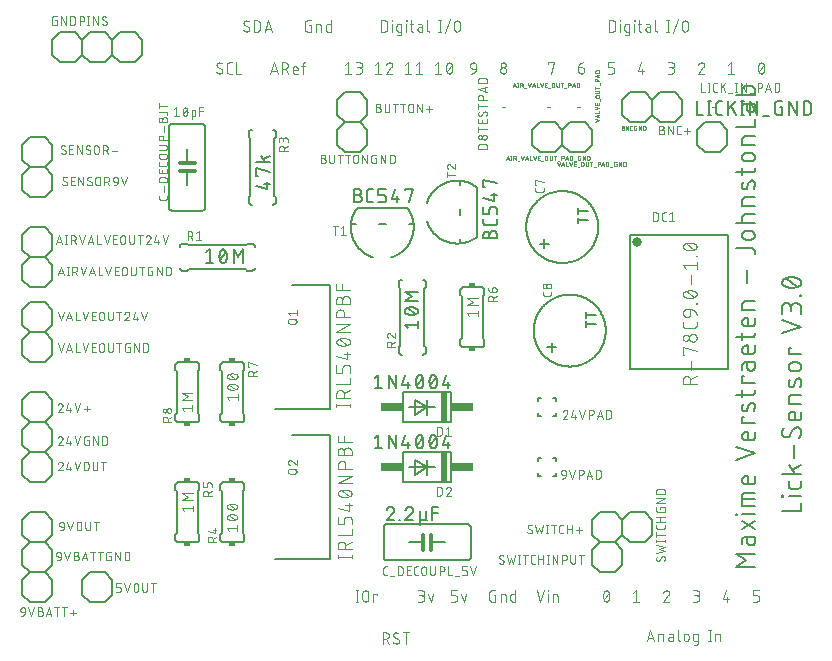
<source format=gbr>
G04 EAGLE Gerber RS-274X export*
G75*
%MOMM*%
%FSLAX34Y34*%
%LPD*%
%INSilkscreen Top*%
%IPPOS*%
%AMOC8*
5,1,8,0,0,1.08239X$1,22.5*%
G01*
%ADD10C,0.152400*%
%ADD11C,0.076200*%
%ADD12C,0.127000*%
%ADD13C,0.304800*%
%ADD14R,0.508000X0.381000*%
%ADD15C,0.101600*%
%ADD16R,0.508000X2.540000*%
%ADD17R,1.905000X0.762000*%
%ADD18C,0.000000*%
%ADD19C,0.050800*%
%ADD20C,0.203200*%
%ADD21C,0.812219*%
%ADD22C,0.200000*%


D10*
X-156718Y127762D02*
X-140462Y127762D01*
X-140462Y134987D01*
X-140462Y140584D02*
X-151299Y140584D01*
X-155815Y140133D02*
X-156718Y140133D01*
X-156718Y141036D01*
X-155815Y141036D01*
X-155815Y140133D01*
X-140462Y149599D02*
X-140462Y153211D01*
X-140462Y149599D02*
X-140464Y149498D01*
X-140470Y149397D01*
X-140479Y149296D01*
X-140492Y149195D01*
X-140509Y149095D01*
X-140530Y148996D01*
X-140554Y148898D01*
X-140582Y148801D01*
X-140614Y148704D01*
X-140649Y148609D01*
X-140688Y148516D01*
X-140730Y148424D01*
X-140776Y148333D01*
X-140825Y148244D01*
X-140877Y148158D01*
X-140933Y148073D01*
X-140991Y147990D01*
X-141053Y147910D01*
X-141118Y147832D01*
X-141185Y147756D01*
X-141255Y147683D01*
X-141328Y147613D01*
X-141404Y147546D01*
X-141482Y147481D01*
X-141562Y147419D01*
X-141645Y147361D01*
X-141730Y147305D01*
X-141817Y147253D01*
X-141905Y147204D01*
X-141996Y147158D01*
X-142088Y147116D01*
X-142181Y147077D01*
X-142276Y147042D01*
X-142373Y147010D01*
X-142470Y146982D01*
X-142568Y146958D01*
X-142667Y146937D01*
X-142767Y146920D01*
X-142868Y146907D01*
X-142969Y146898D01*
X-143070Y146892D01*
X-143171Y146890D01*
X-143171Y146889D02*
X-148590Y146889D01*
X-148590Y146890D02*
X-148691Y146892D01*
X-148792Y146898D01*
X-148893Y146907D01*
X-148994Y146920D01*
X-149094Y146937D01*
X-149193Y146958D01*
X-149291Y146982D01*
X-149388Y147010D01*
X-149485Y147042D01*
X-149580Y147077D01*
X-149673Y147116D01*
X-149765Y147158D01*
X-149856Y147204D01*
X-149945Y147253D01*
X-150031Y147305D01*
X-150116Y147361D01*
X-150199Y147419D01*
X-150279Y147481D01*
X-150357Y147546D01*
X-150433Y147613D01*
X-150506Y147683D01*
X-150576Y147756D01*
X-150643Y147832D01*
X-150708Y147910D01*
X-150770Y147990D01*
X-150828Y148073D01*
X-150884Y148158D01*
X-150936Y148245D01*
X-150985Y148333D01*
X-151031Y148424D01*
X-151073Y148516D01*
X-151112Y148609D01*
X-151147Y148704D01*
X-151179Y148801D01*
X-151207Y148898D01*
X-151231Y148996D01*
X-151252Y149095D01*
X-151269Y149195D01*
X-151282Y149296D01*
X-151291Y149397D01*
X-151297Y149498D01*
X-151299Y149599D01*
X-151299Y153211D01*
X-156718Y159546D02*
X-140462Y159546D01*
X-145881Y159546D02*
X-151299Y166770D01*
X-148138Y162706D02*
X-140462Y166770D01*
X-146784Y172681D02*
X-146784Y183518D01*
X-140462Y195155D02*
X-140464Y195273D01*
X-140470Y195391D01*
X-140479Y195509D01*
X-140493Y195626D01*
X-140510Y195743D01*
X-140531Y195860D01*
X-140556Y195975D01*
X-140585Y196090D01*
X-140618Y196204D01*
X-140654Y196316D01*
X-140694Y196427D01*
X-140737Y196537D01*
X-140784Y196646D01*
X-140834Y196753D01*
X-140889Y196858D01*
X-140946Y196961D01*
X-141007Y197062D01*
X-141071Y197162D01*
X-141138Y197259D01*
X-141208Y197354D01*
X-141282Y197446D01*
X-141358Y197537D01*
X-141438Y197624D01*
X-141520Y197709D01*
X-141605Y197791D01*
X-141692Y197871D01*
X-141783Y197947D01*
X-141875Y198021D01*
X-141970Y198091D01*
X-142067Y198158D01*
X-142167Y198222D01*
X-142268Y198283D01*
X-142371Y198340D01*
X-142476Y198395D01*
X-142583Y198445D01*
X-142692Y198492D01*
X-142802Y198535D01*
X-142913Y198575D01*
X-143025Y198611D01*
X-143139Y198644D01*
X-143254Y198673D01*
X-143369Y198698D01*
X-143486Y198719D01*
X-143603Y198736D01*
X-143720Y198750D01*
X-143838Y198759D01*
X-143956Y198765D01*
X-144074Y198767D01*
X-140462Y195155D02*
X-140464Y194972D01*
X-140471Y194790D01*
X-140482Y194608D01*
X-140497Y194426D01*
X-140517Y194244D01*
X-140540Y194063D01*
X-140569Y193883D01*
X-140601Y193703D01*
X-140638Y193524D01*
X-140679Y193347D01*
X-140725Y193170D01*
X-140774Y192994D01*
X-140828Y192820D01*
X-140886Y192646D01*
X-140948Y192475D01*
X-141014Y192305D01*
X-141085Y192136D01*
X-141159Y191969D01*
X-141237Y191804D01*
X-141319Y191641D01*
X-141405Y191480D01*
X-141495Y191321D01*
X-141589Y191164D01*
X-141686Y191010D01*
X-141787Y190858D01*
X-141892Y190708D01*
X-142000Y190561D01*
X-142111Y190417D01*
X-142226Y190275D01*
X-142345Y190136D01*
X-142467Y190000D01*
X-142592Y189867D01*
X-142720Y189737D01*
X-153106Y190188D02*
X-153224Y190190D01*
X-153342Y190196D01*
X-153460Y190205D01*
X-153577Y190219D01*
X-153694Y190236D01*
X-153811Y190257D01*
X-153926Y190282D01*
X-154041Y190311D01*
X-154155Y190344D01*
X-154267Y190380D01*
X-154378Y190420D01*
X-154488Y190463D01*
X-154597Y190510D01*
X-154704Y190560D01*
X-154809Y190615D01*
X-154912Y190672D01*
X-155013Y190733D01*
X-155113Y190797D01*
X-155210Y190864D01*
X-155305Y190934D01*
X-155397Y191008D01*
X-155488Y191084D01*
X-155575Y191164D01*
X-155660Y191246D01*
X-155742Y191331D01*
X-155822Y191418D01*
X-155898Y191509D01*
X-155972Y191601D01*
X-156042Y191696D01*
X-156109Y191793D01*
X-156173Y191893D01*
X-156234Y191994D01*
X-156292Y192097D01*
X-156346Y192202D01*
X-156396Y192309D01*
X-156443Y192418D01*
X-156487Y192528D01*
X-156526Y192639D01*
X-156562Y192752D01*
X-156595Y192865D01*
X-156624Y192980D01*
X-156649Y193095D01*
X-156670Y193212D01*
X-156687Y193329D01*
X-156701Y193446D01*
X-156710Y193564D01*
X-156716Y193682D01*
X-156718Y193800D01*
X-156716Y193961D01*
X-156710Y194123D01*
X-156701Y194284D01*
X-156687Y194445D01*
X-156670Y194605D01*
X-156649Y194765D01*
X-156624Y194925D01*
X-156595Y195084D01*
X-156563Y195242D01*
X-156527Y195399D01*
X-156487Y195555D01*
X-156443Y195711D01*
X-156395Y195865D01*
X-156344Y196018D01*
X-156290Y196170D01*
X-156231Y196321D01*
X-156170Y196470D01*
X-156104Y196617D01*
X-156035Y196763D01*
X-155963Y196908D01*
X-155887Y197050D01*
X-155808Y197191D01*
X-155726Y197330D01*
X-155640Y197466D01*
X-155551Y197601D01*
X-155459Y197734D01*
X-155363Y197864D01*
X-149945Y191993D02*
X-150007Y191892D01*
X-150072Y191792D01*
X-150141Y191695D01*
X-150213Y191600D01*
X-150287Y191507D01*
X-150365Y191417D01*
X-150446Y191329D01*
X-150529Y191244D01*
X-150615Y191162D01*
X-150704Y191083D01*
X-150795Y191006D01*
X-150889Y190933D01*
X-150985Y190862D01*
X-151083Y190795D01*
X-151183Y190731D01*
X-151286Y190670D01*
X-151390Y190613D01*
X-151496Y190559D01*
X-151604Y190509D01*
X-151713Y190462D01*
X-151824Y190418D01*
X-151936Y190378D01*
X-152050Y190342D01*
X-152164Y190310D01*
X-152280Y190281D01*
X-152396Y190256D01*
X-152513Y190235D01*
X-152631Y190218D01*
X-152749Y190204D01*
X-152868Y190195D01*
X-152987Y190189D01*
X-153106Y190187D01*
X-147235Y196961D02*
X-147173Y197062D01*
X-147108Y197162D01*
X-147039Y197259D01*
X-146967Y197354D01*
X-146893Y197447D01*
X-146815Y197537D01*
X-146734Y197625D01*
X-146651Y197710D01*
X-146565Y197792D01*
X-146476Y197871D01*
X-146385Y197948D01*
X-146291Y198021D01*
X-146195Y198092D01*
X-146097Y198159D01*
X-145997Y198223D01*
X-145894Y198284D01*
X-145790Y198341D01*
X-145684Y198395D01*
X-145576Y198445D01*
X-145467Y198492D01*
X-145356Y198536D01*
X-145244Y198576D01*
X-145130Y198612D01*
X-145016Y198644D01*
X-144900Y198673D01*
X-144784Y198698D01*
X-144667Y198719D01*
X-144549Y198736D01*
X-144431Y198750D01*
X-144312Y198759D01*
X-144193Y198765D01*
X-144074Y198767D01*
X-147235Y196961D02*
X-149945Y191994D01*
X-140462Y207417D02*
X-140462Y211932D01*
X-140462Y207417D02*
X-140464Y207316D01*
X-140470Y207215D01*
X-140479Y207114D01*
X-140492Y207013D01*
X-140509Y206913D01*
X-140530Y206814D01*
X-140554Y206716D01*
X-140582Y206619D01*
X-140614Y206522D01*
X-140649Y206427D01*
X-140688Y206334D01*
X-140730Y206242D01*
X-140776Y206151D01*
X-140825Y206062D01*
X-140877Y205976D01*
X-140933Y205891D01*
X-140991Y205808D01*
X-141053Y205728D01*
X-141118Y205650D01*
X-141185Y205574D01*
X-141255Y205501D01*
X-141328Y205431D01*
X-141404Y205364D01*
X-141482Y205299D01*
X-141562Y205237D01*
X-141645Y205179D01*
X-141730Y205123D01*
X-141817Y205071D01*
X-141905Y205022D01*
X-141996Y204976D01*
X-142088Y204934D01*
X-142181Y204895D01*
X-142276Y204860D01*
X-142373Y204828D01*
X-142470Y204800D01*
X-142568Y204776D01*
X-142667Y204755D01*
X-142767Y204738D01*
X-142868Y204725D01*
X-142969Y204716D01*
X-143070Y204710D01*
X-143171Y204708D01*
X-143171Y204707D02*
X-147687Y204707D01*
X-147687Y204708D02*
X-147806Y204710D01*
X-147926Y204716D01*
X-148045Y204726D01*
X-148163Y204740D01*
X-148282Y204757D01*
X-148399Y204779D01*
X-148516Y204804D01*
X-148631Y204834D01*
X-148746Y204867D01*
X-148860Y204904D01*
X-148972Y204944D01*
X-149083Y204989D01*
X-149192Y205037D01*
X-149300Y205088D01*
X-149406Y205143D01*
X-149510Y205202D01*
X-149612Y205264D01*
X-149712Y205329D01*
X-149810Y205398D01*
X-149906Y205470D01*
X-149999Y205545D01*
X-150089Y205622D01*
X-150177Y205703D01*
X-150262Y205787D01*
X-150344Y205874D01*
X-150424Y205963D01*
X-150500Y206055D01*
X-150574Y206149D01*
X-150644Y206246D01*
X-150711Y206344D01*
X-150775Y206445D01*
X-150835Y206549D01*
X-150892Y206654D01*
X-150945Y206761D01*
X-150995Y206869D01*
X-151041Y206979D01*
X-151083Y207091D01*
X-151122Y207204D01*
X-151157Y207318D01*
X-151188Y207433D01*
X-151216Y207550D01*
X-151239Y207667D01*
X-151259Y207784D01*
X-151275Y207903D01*
X-151287Y208022D01*
X-151295Y208141D01*
X-151299Y208260D01*
X-151299Y208380D01*
X-151295Y208499D01*
X-151287Y208618D01*
X-151275Y208737D01*
X-151259Y208856D01*
X-151239Y208973D01*
X-151216Y209090D01*
X-151188Y209207D01*
X-151157Y209322D01*
X-151122Y209436D01*
X-151083Y209549D01*
X-151041Y209661D01*
X-150995Y209771D01*
X-150945Y209879D01*
X-150892Y209986D01*
X-150835Y210091D01*
X-150775Y210195D01*
X-150711Y210296D01*
X-150644Y210394D01*
X-150574Y210491D01*
X-150500Y210585D01*
X-150424Y210677D01*
X-150344Y210766D01*
X-150262Y210853D01*
X-150177Y210937D01*
X-150089Y211018D01*
X-149999Y211095D01*
X-149906Y211170D01*
X-149810Y211242D01*
X-149712Y211311D01*
X-149612Y211376D01*
X-149510Y211438D01*
X-149406Y211497D01*
X-149300Y211552D01*
X-149192Y211603D01*
X-149083Y211651D01*
X-148972Y211696D01*
X-148860Y211736D01*
X-148746Y211773D01*
X-148631Y211806D01*
X-148516Y211836D01*
X-148399Y211861D01*
X-148282Y211883D01*
X-148163Y211900D01*
X-148045Y211914D01*
X-147926Y211924D01*
X-147806Y211930D01*
X-147687Y211932D01*
X-145881Y211932D01*
X-145881Y204707D01*
X-140462Y218775D02*
X-151299Y218775D01*
X-151299Y223291D01*
X-151297Y223392D01*
X-151291Y223493D01*
X-151282Y223594D01*
X-151269Y223695D01*
X-151252Y223795D01*
X-151231Y223894D01*
X-151207Y223992D01*
X-151179Y224089D01*
X-151147Y224186D01*
X-151112Y224281D01*
X-151073Y224374D01*
X-151031Y224466D01*
X-150985Y224557D01*
X-150936Y224646D01*
X-150884Y224732D01*
X-150828Y224817D01*
X-150770Y224900D01*
X-150708Y224980D01*
X-150643Y225058D01*
X-150576Y225134D01*
X-150506Y225207D01*
X-150433Y225277D01*
X-150357Y225344D01*
X-150279Y225409D01*
X-150199Y225471D01*
X-150116Y225529D01*
X-150031Y225585D01*
X-149945Y225637D01*
X-149856Y225686D01*
X-149765Y225732D01*
X-149673Y225774D01*
X-149580Y225813D01*
X-149485Y225848D01*
X-149388Y225880D01*
X-149291Y225908D01*
X-149193Y225932D01*
X-149094Y225953D01*
X-148994Y225970D01*
X-148893Y225983D01*
X-148792Y225992D01*
X-148691Y225998D01*
X-148590Y226000D01*
X-140462Y226000D01*
X-146784Y234198D02*
X-144978Y238714D01*
X-146784Y234198D02*
X-146821Y234110D01*
X-146862Y234024D01*
X-146906Y233939D01*
X-146954Y233856D01*
X-147005Y233776D01*
X-147059Y233697D01*
X-147117Y233621D01*
X-147177Y233547D01*
X-147241Y233475D01*
X-147307Y233407D01*
X-147377Y233341D01*
X-147448Y233278D01*
X-147523Y233217D01*
X-147599Y233160D01*
X-147678Y233107D01*
X-147759Y233056D01*
X-147842Y233009D01*
X-147927Y232965D01*
X-148014Y232925D01*
X-148102Y232888D01*
X-148192Y232855D01*
X-148283Y232825D01*
X-148375Y232800D01*
X-148468Y232778D01*
X-148562Y232760D01*
X-148656Y232745D01*
X-148751Y232735D01*
X-148847Y232729D01*
X-148942Y232726D01*
X-149038Y232727D01*
X-149133Y232733D01*
X-149229Y232742D01*
X-149323Y232755D01*
X-149417Y232771D01*
X-149511Y232792D01*
X-149603Y232817D01*
X-149694Y232845D01*
X-149784Y232877D01*
X-149873Y232912D01*
X-149960Y232951D01*
X-150046Y232994D01*
X-150130Y233040D01*
X-150211Y233090D01*
X-150291Y233142D01*
X-150369Y233198D01*
X-150444Y233258D01*
X-150516Y233320D01*
X-150586Y233385D01*
X-150654Y233453D01*
X-150718Y233523D01*
X-150780Y233596D01*
X-150838Y233672D01*
X-150894Y233750D01*
X-150946Y233830D01*
X-150995Y233912D01*
X-151040Y233996D01*
X-151082Y234082D01*
X-151121Y234169D01*
X-151156Y234258D01*
X-151187Y234349D01*
X-151214Y234440D01*
X-151238Y234533D01*
X-151258Y234626D01*
X-151274Y234720D01*
X-151286Y234815D01*
X-151295Y234910D01*
X-151299Y235006D01*
X-151300Y235101D01*
X-151293Y235348D01*
X-151281Y235594D01*
X-151263Y235840D01*
X-151238Y236086D01*
X-151208Y236330D01*
X-151172Y236574D01*
X-151131Y236817D01*
X-151083Y237059D01*
X-151029Y237300D01*
X-150970Y237539D01*
X-150905Y237777D01*
X-150834Y238013D01*
X-150758Y238248D01*
X-150676Y238481D01*
X-150588Y238711D01*
X-150495Y238939D01*
X-150397Y239166D01*
X-144977Y238714D02*
X-144940Y238802D01*
X-144899Y238888D01*
X-144855Y238973D01*
X-144807Y239056D01*
X-144756Y239136D01*
X-144702Y239215D01*
X-144644Y239291D01*
X-144584Y239365D01*
X-144520Y239437D01*
X-144454Y239505D01*
X-144384Y239571D01*
X-144313Y239634D01*
X-144238Y239695D01*
X-144162Y239752D01*
X-144083Y239805D01*
X-144002Y239856D01*
X-143919Y239903D01*
X-143834Y239947D01*
X-143747Y239987D01*
X-143659Y240024D01*
X-143569Y240057D01*
X-143478Y240087D01*
X-143386Y240112D01*
X-143293Y240134D01*
X-143199Y240152D01*
X-143105Y240167D01*
X-143010Y240177D01*
X-142914Y240183D01*
X-142819Y240186D01*
X-142723Y240185D01*
X-142628Y240179D01*
X-142532Y240170D01*
X-142438Y240157D01*
X-142344Y240141D01*
X-142250Y240120D01*
X-142158Y240095D01*
X-142067Y240067D01*
X-141977Y240035D01*
X-141888Y240000D01*
X-141801Y239961D01*
X-141715Y239918D01*
X-141631Y239872D01*
X-141550Y239822D01*
X-141470Y239770D01*
X-141392Y239714D01*
X-141317Y239654D01*
X-141245Y239592D01*
X-141175Y239527D01*
X-141107Y239459D01*
X-141043Y239389D01*
X-140981Y239316D01*
X-140923Y239240D01*
X-140867Y239162D01*
X-140815Y239082D01*
X-140766Y239000D01*
X-140721Y238916D01*
X-140679Y238830D01*
X-140640Y238743D01*
X-140605Y238654D01*
X-140574Y238563D01*
X-140547Y238472D01*
X-140523Y238379D01*
X-140503Y238286D01*
X-140487Y238192D01*
X-140475Y238097D01*
X-140466Y238002D01*
X-140462Y237906D01*
X-140461Y237811D01*
X-140462Y237810D02*
X-140471Y237448D01*
X-140489Y237086D01*
X-140516Y236725D01*
X-140551Y236365D01*
X-140594Y236005D01*
X-140646Y235646D01*
X-140707Y235289D01*
X-140776Y234934D01*
X-140853Y234580D01*
X-140939Y234228D01*
X-141033Y233878D01*
X-141136Y233530D01*
X-141246Y233185D01*
X-141365Y232843D01*
X-144074Y246391D02*
X-147687Y246391D01*
X-147806Y246393D01*
X-147926Y246399D01*
X-148045Y246409D01*
X-148163Y246423D01*
X-148282Y246440D01*
X-148399Y246462D01*
X-148516Y246487D01*
X-148631Y246517D01*
X-148746Y246550D01*
X-148860Y246587D01*
X-148972Y246627D01*
X-149083Y246672D01*
X-149192Y246720D01*
X-149300Y246771D01*
X-149406Y246826D01*
X-149510Y246885D01*
X-149612Y246947D01*
X-149712Y247012D01*
X-149810Y247081D01*
X-149906Y247153D01*
X-149999Y247228D01*
X-150089Y247305D01*
X-150177Y247386D01*
X-150262Y247470D01*
X-150344Y247557D01*
X-150424Y247646D01*
X-150500Y247738D01*
X-150574Y247832D01*
X-150644Y247929D01*
X-150711Y248027D01*
X-150775Y248128D01*
X-150835Y248232D01*
X-150892Y248337D01*
X-150945Y248444D01*
X-150995Y248552D01*
X-151041Y248662D01*
X-151083Y248774D01*
X-151122Y248887D01*
X-151157Y249001D01*
X-151188Y249116D01*
X-151216Y249233D01*
X-151239Y249350D01*
X-151259Y249467D01*
X-151275Y249586D01*
X-151287Y249705D01*
X-151295Y249824D01*
X-151299Y249943D01*
X-151299Y250063D01*
X-151295Y250182D01*
X-151287Y250301D01*
X-151275Y250420D01*
X-151259Y250539D01*
X-151239Y250656D01*
X-151216Y250773D01*
X-151188Y250890D01*
X-151157Y251005D01*
X-151122Y251119D01*
X-151083Y251232D01*
X-151041Y251344D01*
X-150995Y251454D01*
X-150945Y251562D01*
X-150892Y251669D01*
X-150835Y251774D01*
X-150775Y251878D01*
X-150711Y251979D01*
X-150644Y252077D01*
X-150574Y252174D01*
X-150500Y252268D01*
X-150424Y252360D01*
X-150344Y252449D01*
X-150262Y252536D01*
X-150177Y252620D01*
X-150089Y252701D01*
X-149999Y252778D01*
X-149906Y252853D01*
X-149810Y252925D01*
X-149712Y252994D01*
X-149612Y253059D01*
X-149510Y253121D01*
X-149406Y253180D01*
X-149300Y253235D01*
X-149192Y253286D01*
X-149083Y253334D01*
X-148972Y253379D01*
X-148860Y253419D01*
X-148746Y253456D01*
X-148631Y253489D01*
X-148516Y253519D01*
X-148399Y253544D01*
X-148282Y253566D01*
X-148163Y253583D01*
X-148045Y253597D01*
X-147926Y253607D01*
X-147806Y253613D01*
X-147687Y253615D01*
X-144074Y253615D01*
X-143955Y253613D01*
X-143835Y253607D01*
X-143716Y253597D01*
X-143598Y253583D01*
X-143479Y253566D01*
X-143362Y253544D01*
X-143245Y253519D01*
X-143130Y253489D01*
X-143015Y253456D01*
X-142901Y253419D01*
X-142789Y253379D01*
X-142678Y253334D01*
X-142569Y253286D01*
X-142461Y253235D01*
X-142355Y253180D01*
X-142251Y253121D01*
X-142149Y253059D01*
X-142049Y252994D01*
X-141951Y252925D01*
X-141855Y252853D01*
X-141762Y252778D01*
X-141672Y252701D01*
X-141584Y252620D01*
X-141499Y252536D01*
X-141417Y252449D01*
X-141337Y252360D01*
X-141261Y252268D01*
X-141187Y252174D01*
X-141117Y252077D01*
X-141050Y251979D01*
X-140986Y251878D01*
X-140926Y251774D01*
X-140869Y251669D01*
X-140816Y251562D01*
X-140766Y251454D01*
X-140720Y251344D01*
X-140678Y251232D01*
X-140639Y251119D01*
X-140604Y251005D01*
X-140573Y250890D01*
X-140545Y250773D01*
X-140522Y250656D01*
X-140502Y250539D01*
X-140486Y250420D01*
X-140474Y250301D01*
X-140466Y250182D01*
X-140462Y250063D01*
X-140462Y249943D01*
X-140466Y249824D01*
X-140474Y249705D01*
X-140486Y249586D01*
X-140502Y249467D01*
X-140522Y249350D01*
X-140545Y249233D01*
X-140573Y249116D01*
X-140604Y249001D01*
X-140639Y248887D01*
X-140678Y248774D01*
X-140720Y248662D01*
X-140766Y248552D01*
X-140816Y248444D01*
X-140869Y248337D01*
X-140926Y248232D01*
X-140986Y248128D01*
X-141050Y248027D01*
X-141117Y247929D01*
X-141187Y247832D01*
X-141261Y247738D01*
X-141337Y247646D01*
X-141417Y247557D01*
X-141499Y247470D01*
X-141584Y247386D01*
X-141672Y247305D01*
X-141762Y247228D01*
X-141855Y247153D01*
X-141951Y247081D01*
X-142049Y247012D01*
X-142149Y246947D01*
X-142251Y246885D01*
X-142355Y246826D01*
X-142461Y246771D01*
X-142569Y246720D01*
X-142678Y246672D01*
X-142789Y246627D01*
X-142901Y246587D01*
X-143015Y246550D01*
X-143130Y246517D01*
X-143245Y246487D01*
X-143362Y246462D01*
X-143479Y246440D01*
X-143598Y246423D01*
X-143716Y246409D01*
X-143835Y246399D01*
X-143955Y246393D01*
X-144074Y246391D01*
X-140462Y260544D02*
X-151299Y260544D01*
X-151299Y265962D01*
X-149493Y265962D01*
X-156718Y278452D02*
X-140462Y283871D01*
X-156718Y289289D01*
X-140462Y294986D02*
X-140462Y299502D01*
X-140464Y299635D01*
X-140470Y299767D01*
X-140480Y299899D01*
X-140493Y300031D01*
X-140511Y300163D01*
X-140532Y300293D01*
X-140557Y300424D01*
X-140586Y300553D01*
X-140619Y300681D01*
X-140655Y300809D01*
X-140695Y300935D01*
X-140739Y301060D01*
X-140787Y301184D01*
X-140838Y301306D01*
X-140893Y301427D01*
X-140951Y301546D01*
X-141013Y301664D01*
X-141078Y301779D01*
X-141147Y301893D01*
X-141218Y302004D01*
X-141294Y302113D01*
X-141372Y302220D01*
X-141453Y302325D01*
X-141538Y302427D01*
X-141625Y302527D01*
X-141715Y302624D01*
X-141808Y302719D01*
X-141904Y302810D01*
X-142002Y302899D01*
X-142103Y302985D01*
X-142207Y303068D01*
X-142313Y303148D01*
X-142421Y303224D01*
X-142531Y303298D01*
X-142644Y303368D01*
X-142758Y303435D01*
X-142875Y303498D01*
X-142993Y303558D01*
X-143113Y303615D01*
X-143235Y303668D01*
X-143358Y303717D01*
X-143482Y303763D01*
X-143608Y303805D01*
X-143735Y303843D01*
X-143863Y303878D01*
X-143992Y303909D01*
X-144121Y303936D01*
X-144252Y303959D01*
X-144383Y303979D01*
X-144515Y303994D01*
X-144647Y304006D01*
X-144779Y304014D01*
X-144912Y304018D01*
X-145044Y304018D01*
X-145177Y304014D01*
X-145309Y304006D01*
X-145441Y303994D01*
X-145573Y303979D01*
X-145704Y303959D01*
X-145835Y303936D01*
X-145964Y303909D01*
X-146093Y303878D01*
X-146221Y303843D01*
X-146348Y303805D01*
X-146474Y303763D01*
X-146598Y303717D01*
X-146721Y303668D01*
X-146843Y303615D01*
X-146963Y303558D01*
X-147081Y303498D01*
X-147198Y303435D01*
X-147312Y303368D01*
X-147425Y303298D01*
X-147535Y303224D01*
X-147643Y303148D01*
X-147749Y303068D01*
X-147853Y302985D01*
X-147954Y302899D01*
X-148052Y302810D01*
X-148148Y302719D01*
X-148241Y302624D01*
X-148331Y302527D01*
X-148418Y302427D01*
X-148503Y302325D01*
X-148584Y302220D01*
X-148662Y302113D01*
X-148738Y302004D01*
X-148809Y301893D01*
X-148878Y301779D01*
X-148943Y301664D01*
X-149005Y301546D01*
X-149063Y301427D01*
X-149118Y301306D01*
X-149169Y301184D01*
X-149217Y301060D01*
X-149261Y300935D01*
X-149301Y300809D01*
X-149337Y300681D01*
X-149370Y300553D01*
X-149399Y300424D01*
X-149424Y300293D01*
X-149445Y300163D01*
X-149463Y300031D01*
X-149476Y299899D01*
X-149486Y299767D01*
X-149492Y299635D01*
X-149494Y299502D01*
X-156718Y300405D02*
X-156718Y294986D01*
X-156718Y300405D02*
X-156716Y300524D01*
X-156710Y300644D01*
X-156700Y300763D01*
X-156686Y300881D01*
X-156669Y301000D01*
X-156647Y301117D01*
X-156622Y301234D01*
X-156592Y301349D01*
X-156559Y301464D01*
X-156522Y301578D01*
X-156482Y301690D01*
X-156437Y301801D01*
X-156389Y301910D01*
X-156338Y302018D01*
X-156283Y302124D01*
X-156224Y302228D01*
X-156162Y302330D01*
X-156097Y302430D01*
X-156028Y302528D01*
X-155956Y302624D01*
X-155881Y302717D01*
X-155804Y302807D01*
X-155723Y302895D01*
X-155639Y302980D01*
X-155552Y303062D01*
X-155463Y303142D01*
X-155371Y303218D01*
X-155277Y303292D01*
X-155180Y303362D01*
X-155082Y303429D01*
X-154981Y303493D01*
X-154877Y303553D01*
X-154772Y303610D01*
X-154665Y303663D01*
X-154557Y303713D01*
X-154447Y303759D01*
X-154335Y303801D01*
X-154222Y303840D01*
X-154108Y303875D01*
X-153993Y303906D01*
X-153876Y303934D01*
X-153759Y303957D01*
X-153642Y303977D01*
X-153523Y303993D01*
X-153404Y304005D01*
X-153285Y304013D01*
X-153166Y304017D01*
X-153046Y304017D01*
X-152927Y304013D01*
X-152808Y304005D01*
X-152689Y303993D01*
X-152570Y303977D01*
X-152453Y303957D01*
X-152336Y303934D01*
X-152219Y303906D01*
X-152104Y303875D01*
X-151990Y303840D01*
X-151877Y303801D01*
X-151765Y303759D01*
X-151655Y303713D01*
X-151547Y303663D01*
X-151440Y303610D01*
X-151335Y303553D01*
X-151231Y303493D01*
X-151130Y303429D01*
X-151032Y303362D01*
X-150935Y303292D01*
X-150841Y303218D01*
X-150749Y303142D01*
X-150660Y303062D01*
X-150573Y302980D01*
X-150489Y302895D01*
X-150408Y302807D01*
X-150331Y302717D01*
X-150256Y302624D01*
X-150184Y302528D01*
X-150115Y302430D01*
X-150050Y302330D01*
X-149988Y302228D01*
X-149929Y302124D01*
X-149874Y302018D01*
X-149823Y301910D01*
X-149775Y301801D01*
X-149730Y301690D01*
X-149690Y301578D01*
X-149653Y301464D01*
X-149620Y301349D01*
X-149590Y301234D01*
X-149565Y301117D01*
X-149543Y301000D01*
X-149526Y300881D01*
X-149512Y300763D01*
X-149502Y300644D01*
X-149496Y300524D01*
X-149494Y300405D01*
X-149493Y300405D02*
X-149493Y296793D01*
X-141365Y309992D02*
X-140462Y309992D01*
X-141365Y309992D02*
X-141365Y310895D01*
X-140462Y310895D01*
X-140462Y309992D01*
X-148590Y316870D02*
X-148910Y316874D01*
X-149229Y316885D01*
X-149549Y316904D01*
X-149867Y316931D01*
X-150185Y316965D01*
X-150502Y317007D01*
X-150818Y317057D01*
X-151133Y317114D01*
X-151446Y317178D01*
X-151758Y317250D01*
X-152068Y317329D01*
X-152375Y317416D01*
X-152681Y317510D01*
X-152984Y317611D01*
X-153285Y317720D01*
X-153583Y317835D01*
X-153879Y317958D01*
X-154171Y318088D01*
X-154460Y318225D01*
X-154461Y318225D02*
X-154569Y318264D01*
X-154676Y318307D01*
X-154781Y318353D01*
X-154885Y318404D01*
X-154987Y318457D01*
X-155087Y318514D01*
X-155185Y318575D01*
X-155280Y318639D01*
X-155374Y318706D01*
X-155465Y318777D01*
X-155554Y318850D01*
X-155640Y318927D01*
X-155723Y319006D01*
X-155804Y319088D01*
X-155882Y319173D01*
X-155956Y319261D01*
X-156028Y319351D01*
X-156096Y319443D01*
X-156162Y319538D01*
X-156224Y319635D01*
X-156282Y319734D01*
X-156338Y319836D01*
X-156389Y319938D01*
X-156437Y320043D01*
X-156482Y320149D01*
X-156523Y320257D01*
X-156560Y320366D01*
X-156593Y320476D01*
X-156622Y320588D01*
X-156648Y320700D01*
X-156670Y320813D01*
X-156687Y320927D01*
X-156701Y321041D01*
X-156711Y321156D01*
X-156717Y321271D01*
X-156719Y321386D01*
X-156718Y321386D02*
X-156716Y321501D01*
X-156710Y321616D01*
X-156700Y321731D01*
X-156686Y321845D01*
X-156669Y321959D01*
X-156647Y322072D01*
X-156621Y322184D01*
X-156592Y322296D01*
X-156559Y322406D01*
X-156522Y322515D01*
X-156481Y322623D01*
X-156436Y322729D01*
X-156388Y322834D01*
X-156337Y322936D01*
X-156281Y323037D01*
X-156223Y323137D01*
X-156161Y323234D01*
X-156096Y323328D01*
X-156027Y323421D01*
X-155955Y323511D01*
X-155881Y323599D01*
X-155803Y323684D01*
X-155722Y323766D01*
X-155639Y323845D01*
X-155553Y323922D01*
X-155464Y323995D01*
X-155373Y324066D01*
X-155279Y324133D01*
X-155184Y324197D01*
X-155086Y324258D01*
X-154986Y324315D01*
X-154884Y324368D01*
X-154780Y324419D01*
X-154675Y324465D01*
X-154568Y324508D01*
X-154460Y324547D01*
X-154460Y324546D02*
X-154171Y324683D01*
X-153879Y324813D01*
X-153583Y324936D01*
X-153285Y325051D01*
X-152984Y325160D01*
X-152681Y325261D01*
X-152375Y325355D01*
X-152068Y325442D01*
X-151758Y325521D01*
X-151446Y325593D01*
X-151133Y325657D01*
X-150818Y325714D01*
X-150502Y325764D01*
X-150185Y325806D01*
X-149867Y325840D01*
X-149549Y325867D01*
X-149229Y325886D01*
X-148910Y325897D01*
X-148590Y325901D01*
X-148590Y316870D02*
X-148270Y316874D01*
X-147951Y316885D01*
X-147631Y316904D01*
X-147313Y316931D01*
X-146995Y316965D01*
X-146678Y317007D01*
X-146362Y317057D01*
X-146047Y317114D01*
X-145734Y317178D01*
X-145422Y317250D01*
X-145112Y317329D01*
X-144805Y317416D01*
X-144499Y317510D01*
X-144196Y317611D01*
X-143895Y317720D01*
X-143597Y317835D01*
X-143301Y317958D01*
X-143009Y318088D01*
X-142720Y318225D01*
X-142612Y318264D01*
X-142505Y318307D01*
X-142400Y318353D01*
X-142296Y318404D01*
X-142194Y318457D01*
X-142094Y318514D01*
X-141996Y318575D01*
X-141901Y318639D01*
X-141807Y318706D01*
X-141716Y318777D01*
X-141627Y318850D01*
X-141541Y318927D01*
X-141458Y319006D01*
X-141377Y319088D01*
X-141299Y319173D01*
X-141225Y319261D01*
X-141153Y319351D01*
X-141084Y319444D01*
X-141019Y319538D01*
X-140957Y319635D01*
X-140899Y319735D01*
X-140843Y319836D01*
X-140792Y319938D01*
X-140744Y320043D01*
X-140699Y320149D01*
X-140658Y320257D01*
X-140621Y320366D01*
X-140588Y320476D01*
X-140559Y320588D01*
X-140533Y320700D01*
X-140511Y320813D01*
X-140494Y320927D01*
X-140480Y321041D01*
X-140470Y321156D01*
X-140464Y321271D01*
X-140462Y321386D01*
X-142720Y324546D02*
X-143009Y324683D01*
X-143301Y324813D01*
X-143597Y324936D01*
X-143895Y325051D01*
X-144196Y325160D01*
X-144499Y325261D01*
X-144805Y325355D01*
X-145112Y325442D01*
X-145422Y325521D01*
X-145734Y325593D01*
X-146047Y325657D01*
X-146362Y325714D01*
X-146678Y325764D01*
X-146995Y325806D01*
X-147313Y325840D01*
X-147631Y325867D01*
X-147951Y325886D01*
X-148270Y325897D01*
X-148590Y325901D01*
X-142720Y324547D02*
X-142612Y324508D01*
X-142505Y324465D01*
X-142400Y324419D01*
X-142296Y324368D01*
X-142194Y324315D01*
X-142094Y324258D01*
X-141996Y324197D01*
X-141901Y324133D01*
X-141807Y324066D01*
X-141716Y323995D01*
X-141627Y323922D01*
X-141541Y323845D01*
X-141458Y323766D01*
X-141377Y323684D01*
X-141299Y323599D01*
X-141225Y323511D01*
X-141153Y323421D01*
X-141084Y323328D01*
X-141019Y323234D01*
X-140957Y323137D01*
X-140899Y323037D01*
X-140843Y322936D01*
X-140792Y322833D01*
X-140744Y322729D01*
X-140699Y322623D01*
X-140658Y322515D01*
X-140621Y322406D01*
X-140588Y322296D01*
X-140559Y322184D01*
X-140533Y322072D01*
X-140511Y321959D01*
X-140494Y321845D01*
X-140480Y321731D01*
X-140470Y321616D01*
X-140464Y321501D01*
X-140462Y321386D01*
X-144074Y317773D02*
X-153106Y324998D01*
X-179832Y80772D02*
X-196088Y80772D01*
X-187057Y86191D01*
X-196088Y91609D01*
X-179832Y91609D01*
X-186154Y101818D02*
X-186154Y105882D01*
X-186154Y101818D02*
X-186152Y101706D01*
X-186146Y101595D01*
X-186136Y101484D01*
X-186123Y101373D01*
X-186105Y101263D01*
X-186083Y101154D01*
X-186058Y101045D01*
X-186029Y100937D01*
X-185996Y100831D01*
X-185959Y100725D01*
X-185919Y100621D01*
X-185875Y100519D01*
X-185827Y100418D01*
X-185776Y100319D01*
X-185721Y100221D01*
X-185663Y100126D01*
X-185602Y100033D01*
X-185537Y99942D01*
X-185469Y99853D01*
X-185398Y99767D01*
X-185325Y99684D01*
X-185248Y99603D01*
X-185168Y99524D01*
X-185086Y99449D01*
X-185001Y99377D01*
X-184914Y99307D01*
X-184824Y99241D01*
X-184732Y99178D01*
X-184637Y99118D01*
X-184541Y99062D01*
X-184443Y99009D01*
X-184343Y98960D01*
X-184241Y98914D01*
X-184138Y98872D01*
X-184033Y98833D01*
X-183927Y98798D01*
X-183820Y98767D01*
X-183712Y98740D01*
X-183603Y98716D01*
X-183493Y98697D01*
X-183383Y98681D01*
X-183272Y98669D01*
X-183160Y98661D01*
X-183049Y98657D01*
X-182937Y98657D01*
X-182826Y98661D01*
X-182714Y98669D01*
X-182603Y98681D01*
X-182493Y98697D01*
X-182383Y98716D01*
X-182274Y98740D01*
X-182166Y98767D01*
X-182059Y98798D01*
X-181953Y98833D01*
X-181848Y98872D01*
X-181745Y98914D01*
X-181643Y98960D01*
X-181543Y99009D01*
X-181445Y99062D01*
X-181349Y99118D01*
X-181254Y99178D01*
X-181162Y99241D01*
X-181072Y99307D01*
X-180985Y99377D01*
X-180900Y99449D01*
X-180818Y99524D01*
X-180738Y99603D01*
X-180661Y99684D01*
X-180588Y99767D01*
X-180517Y99853D01*
X-180449Y99942D01*
X-180384Y100033D01*
X-180323Y100126D01*
X-180265Y100221D01*
X-180210Y100319D01*
X-180159Y100418D01*
X-180111Y100519D01*
X-180067Y100621D01*
X-180027Y100725D01*
X-179990Y100831D01*
X-179957Y100937D01*
X-179928Y101045D01*
X-179903Y101154D01*
X-179881Y101263D01*
X-179863Y101373D01*
X-179850Y101484D01*
X-179840Y101595D01*
X-179834Y101706D01*
X-179832Y101818D01*
X-179832Y105882D01*
X-187960Y105882D01*
X-188061Y105880D01*
X-188162Y105874D01*
X-188263Y105865D01*
X-188364Y105852D01*
X-188464Y105835D01*
X-188563Y105814D01*
X-188661Y105790D01*
X-188758Y105762D01*
X-188855Y105730D01*
X-188950Y105695D01*
X-189043Y105656D01*
X-189135Y105614D01*
X-189226Y105568D01*
X-189315Y105519D01*
X-189401Y105467D01*
X-189486Y105411D01*
X-189569Y105353D01*
X-189649Y105291D01*
X-189727Y105226D01*
X-189803Y105159D01*
X-189876Y105089D01*
X-189946Y105016D01*
X-190013Y104940D01*
X-190078Y104862D01*
X-190140Y104782D01*
X-190198Y104699D01*
X-190254Y104614D01*
X-190306Y104528D01*
X-190355Y104439D01*
X-190401Y104348D01*
X-190443Y104256D01*
X-190482Y104163D01*
X-190517Y104068D01*
X-190549Y103971D01*
X-190577Y103874D01*
X-190601Y103776D01*
X-190622Y103677D01*
X-190639Y103577D01*
X-190652Y103476D01*
X-190661Y103375D01*
X-190667Y103274D01*
X-190669Y103173D01*
X-190669Y99560D01*
X-179832Y112278D02*
X-190669Y119502D01*
X-190669Y112278D02*
X-179832Y119502D01*
X-179832Y125269D02*
X-190669Y125269D01*
X-195185Y124817D02*
X-196088Y124817D01*
X-196088Y125720D01*
X-195185Y125720D01*
X-195185Y124817D01*
X-190669Y132355D02*
X-179832Y132355D01*
X-190669Y132355D02*
X-190669Y140483D01*
X-190667Y140584D01*
X-190661Y140685D01*
X-190652Y140786D01*
X-190639Y140887D01*
X-190622Y140987D01*
X-190601Y141086D01*
X-190577Y141184D01*
X-190549Y141281D01*
X-190517Y141378D01*
X-190482Y141473D01*
X-190443Y141566D01*
X-190401Y141658D01*
X-190355Y141749D01*
X-190306Y141838D01*
X-190254Y141924D01*
X-190198Y142009D01*
X-190140Y142092D01*
X-190078Y142172D01*
X-190013Y142250D01*
X-189946Y142326D01*
X-189876Y142399D01*
X-189803Y142469D01*
X-189727Y142536D01*
X-189649Y142601D01*
X-189569Y142663D01*
X-189486Y142721D01*
X-189401Y142777D01*
X-189315Y142829D01*
X-189226Y142878D01*
X-189135Y142924D01*
X-189043Y142966D01*
X-188950Y143005D01*
X-188855Y143040D01*
X-188758Y143072D01*
X-188661Y143100D01*
X-188563Y143124D01*
X-188464Y143145D01*
X-188364Y143162D01*
X-188263Y143175D01*
X-188162Y143184D01*
X-188061Y143190D01*
X-187960Y143192D01*
X-179832Y143192D01*
X-179832Y137774D02*
X-190669Y137774D01*
X-179832Y153023D02*
X-179832Y157538D01*
X-179832Y153023D02*
X-179834Y152922D01*
X-179840Y152821D01*
X-179849Y152720D01*
X-179862Y152619D01*
X-179879Y152519D01*
X-179900Y152420D01*
X-179924Y152322D01*
X-179952Y152225D01*
X-179984Y152128D01*
X-180019Y152033D01*
X-180058Y151940D01*
X-180100Y151848D01*
X-180146Y151757D01*
X-180195Y151668D01*
X-180247Y151582D01*
X-180303Y151497D01*
X-180361Y151414D01*
X-180423Y151334D01*
X-180488Y151256D01*
X-180555Y151180D01*
X-180625Y151107D01*
X-180698Y151037D01*
X-180774Y150970D01*
X-180852Y150905D01*
X-180932Y150843D01*
X-181015Y150785D01*
X-181100Y150729D01*
X-181187Y150677D01*
X-181275Y150628D01*
X-181366Y150582D01*
X-181458Y150540D01*
X-181551Y150501D01*
X-181646Y150466D01*
X-181743Y150434D01*
X-181840Y150406D01*
X-181938Y150382D01*
X-182037Y150361D01*
X-182137Y150344D01*
X-182238Y150331D01*
X-182339Y150322D01*
X-182440Y150316D01*
X-182541Y150314D01*
X-187057Y150314D01*
X-187176Y150316D01*
X-187296Y150322D01*
X-187415Y150332D01*
X-187533Y150346D01*
X-187652Y150363D01*
X-187769Y150385D01*
X-187886Y150410D01*
X-188001Y150440D01*
X-188116Y150473D01*
X-188230Y150510D01*
X-188342Y150550D01*
X-188453Y150595D01*
X-188562Y150643D01*
X-188670Y150694D01*
X-188776Y150749D01*
X-188880Y150808D01*
X-188982Y150870D01*
X-189082Y150935D01*
X-189180Y151004D01*
X-189276Y151076D01*
X-189369Y151151D01*
X-189459Y151228D01*
X-189547Y151309D01*
X-189632Y151393D01*
X-189714Y151480D01*
X-189794Y151569D01*
X-189870Y151661D01*
X-189944Y151755D01*
X-190014Y151852D01*
X-190081Y151950D01*
X-190145Y152051D01*
X-190205Y152155D01*
X-190262Y152260D01*
X-190315Y152367D01*
X-190365Y152475D01*
X-190411Y152585D01*
X-190453Y152697D01*
X-190492Y152810D01*
X-190527Y152924D01*
X-190558Y153039D01*
X-190586Y153156D01*
X-190609Y153273D01*
X-190629Y153390D01*
X-190645Y153509D01*
X-190657Y153628D01*
X-190665Y153747D01*
X-190669Y153866D01*
X-190669Y153986D01*
X-190665Y154105D01*
X-190657Y154224D01*
X-190645Y154343D01*
X-190629Y154462D01*
X-190609Y154579D01*
X-190586Y154696D01*
X-190558Y154813D01*
X-190527Y154928D01*
X-190492Y155042D01*
X-190453Y155155D01*
X-190411Y155267D01*
X-190365Y155377D01*
X-190315Y155485D01*
X-190262Y155592D01*
X-190205Y155697D01*
X-190145Y155801D01*
X-190081Y155902D01*
X-190014Y156000D01*
X-189944Y156097D01*
X-189870Y156191D01*
X-189794Y156283D01*
X-189714Y156372D01*
X-189632Y156459D01*
X-189547Y156543D01*
X-189459Y156624D01*
X-189369Y156701D01*
X-189276Y156776D01*
X-189180Y156848D01*
X-189082Y156917D01*
X-188982Y156982D01*
X-188880Y157044D01*
X-188776Y157103D01*
X-188670Y157158D01*
X-188562Y157209D01*
X-188453Y157257D01*
X-188342Y157302D01*
X-188230Y157342D01*
X-188116Y157379D01*
X-188001Y157412D01*
X-187886Y157442D01*
X-187769Y157467D01*
X-187652Y157489D01*
X-187533Y157506D01*
X-187415Y157520D01*
X-187296Y157530D01*
X-187176Y157536D01*
X-187057Y157538D01*
X-185251Y157538D01*
X-185251Y150314D01*
X-196088Y171433D02*
X-179832Y176852D01*
X-196088Y182270D01*
X-179832Y190538D02*
X-179832Y195053D01*
X-179832Y190538D02*
X-179834Y190437D01*
X-179840Y190336D01*
X-179849Y190235D01*
X-179862Y190134D01*
X-179879Y190034D01*
X-179900Y189935D01*
X-179924Y189837D01*
X-179952Y189740D01*
X-179984Y189643D01*
X-180019Y189548D01*
X-180058Y189455D01*
X-180100Y189363D01*
X-180146Y189272D01*
X-180195Y189183D01*
X-180247Y189097D01*
X-180303Y189012D01*
X-180361Y188929D01*
X-180423Y188849D01*
X-180488Y188771D01*
X-180555Y188695D01*
X-180625Y188622D01*
X-180698Y188552D01*
X-180774Y188485D01*
X-180852Y188420D01*
X-180932Y188358D01*
X-181015Y188300D01*
X-181100Y188244D01*
X-181187Y188192D01*
X-181275Y188143D01*
X-181366Y188097D01*
X-181458Y188055D01*
X-181551Y188016D01*
X-181646Y187981D01*
X-181743Y187949D01*
X-181840Y187921D01*
X-181938Y187897D01*
X-182037Y187876D01*
X-182137Y187859D01*
X-182238Y187846D01*
X-182339Y187837D01*
X-182440Y187831D01*
X-182541Y187829D01*
X-182541Y187828D02*
X-187057Y187828D01*
X-187057Y187829D02*
X-187176Y187831D01*
X-187296Y187837D01*
X-187415Y187847D01*
X-187533Y187861D01*
X-187652Y187878D01*
X-187769Y187900D01*
X-187886Y187925D01*
X-188001Y187955D01*
X-188116Y187988D01*
X-188230Y188025D01*
X-188342Y188065D01*
X-188453Y188110D01*
X-188562Y188158D01*
X-188670Y188209D01*
X-188776Y188264D01*
X-188880Y188323D01*
X-188982Y188385D01*
X-189082Y188450D01*
X-189180Y188519D01*
X-189276Y188591D01*
X-189369Y188666D01*
X-189459Y188743D01*
X-189547Y188824D01*
X-189632Y188908D01*
X-189714Y188995D01*
X-189794Y189084D01*
X-189870Y189176D01*
X-189944Y189270D01*
X-190014Y189367D01*
X-190081Y189465D01*
X-190145Y189566D01*
X-190205Y189670D01*
X-190262Y189775D01*
X-190315Y189882D01*
X-190365Y189990D01*
X-190411Y190100D01*
X-190453Y190212D01*
X-190492Y190325D01*
X-190527Y190439D01*
X-190558Y190554D01*
X-190586Y190671D01*
X-190609Y190788D01*
X-190629Y190905D01*
X-190645Y191024D01*
X-190657Y191143D01*
X-190665Y191262D01*
X-190669Y191381D01*
X-190669Y191501D01*
X-190665Y191620D01*
X-190657Y191739D01*
X-190645Y191858D01*
X-190629Y191977D01*
X-190609Y192094D01*
X-190586Y192211D01*
X-190558Y192328D01*
X-190527Y192443D01*
X-190492Y192557D01*
X-190453Y192670D01*
X-190411Y192782D01*
X-190365Y192892D01*
X-190315Y193000D01*
X-190262Y193107D01*
X-190205Y193212D01*
X-190145Y193316D01*
X-190081Y193417D01*
X-190014Y193515D01*
X-189944Y193612D01*
X-189870Y193706D01*
X-189794Y193798D01*
X-189714Y193887D01*
X-189632Y193974D01*
X-189547Y194058D01*
X-189459Y194139D01*
X-189369Y194216D01*
X-189276Y194291D01*
X-189180Y194363D01*
X-189082Y194432D01*
X-188982Y194497D01*
X-188880Y194559D01*
X-188776Y194618D01*
X-188670Y194673D01*
X-188562Y194724D01*
X-188453Y194772D01*
X-188342Y194817D01*
X-188230Y194857D01*
X-188116Y194894D01*
X-188001Y194927D01*
X-187886Y194957D01*
X-187769Y194982D01*
X-187652Y195004D01*
X-187533Y195021D01*
X-187415Y195035D01*
X-187296Y195045D01*
X-187176Y195051D01*
X-187057Y195053D01*
X-185251Y195053D01*
X-185251Y187828D01*
X-179832Y201981D02*
X-190669Y201981D01*
X-190669Y207400D01*
X-188863Y207400D01*
X-186154Y213672D02*
X-184348Y218188D01*
X-186154Y213672D02*
X-186191Y213584D01*
X-186232Y213498D01*
X-186276Y213413D01*
X-186324Y213330D01*
X-186375Y213250D01*
X-186429Y213171D01*
X-186487Y213095D01*
X-186547Y213021D01*
X-186611Y212949D01*
X-186677Y212881D01*
X-186747Y212815D01*
X-186818Y212752D01*
X-186893Y212691D01*
X-186969Y212634D01*
X-187048Y212581D01*
X-187129Y212530D01*
X-187212Y212483D01*
X-187297Y212439D01*
X-187384Y212399D01*
X-187472Y212362D01*
X-187562Y212329D01*
X-187653Y212299D01*
X-187745Y212274D01*
X-187838Y212252D01*
X-187932Y212234D01*
X-188026Y212219D01*
X-188121Y212209D01*
X-188217Y212203D01*
X-188312Y212200D01*
X-188408Y212201D01*
X-188503Y212207D01*
X-188599Y212216D01*
X-188693Y212229D01*
X-188787Y212245D01*
X-188881Y212266D01*
X-188973Y212291D01*
X-189064Y212319D01*
X-189154Y212351D01*
X-189243Y212386D01*
X-189330Y212425D01*
X-189416Y212468D01*
X-189500Y212514D01*
X-189581Y212564D01*
X-189661Y212616D01*
X-189739Y212672D01*
X-189814Y212732D01*
X-189886Y212794D01*
X-189956Y212859D01*
X-190024Y212927D01*
X-190088Y212997D01*
X-190150Y213070D01*
X-190208Y213146D01*
X-190264Y213224D01*
X-190316Y213304D01*
X-190365Y213386D01*
X-190410Y213470D01*
X-190452Y213556D01*
X-190491Y213643D01*
X-190526Y213732D01*
X-190557Y213823D01*
X-190584Y213914D01*
X-190608Y214007D01*
X-190628Y214100D01*
X-190644Y214194D01*
X-190656Y214289D01*
X-190665Y214384D01*
X-190669Y214480D01*
X-190670Y214575D01*
X-190663Y214822D01*
X-190651Y215068D01*
X-190633Y215314D01*
X-190608Y215560D01*
X-190578Y215804D01*
X-190542Y216048D01*
X-190501Y216291D01*
X-190453Y216533D01*
X-190399Y216774D01*
X-190340Y217013D01*
X-190275Y217251D01*
X-190204Y217487D01*
X-190128Y217722D01*
X-190046Y217955D01*
X-189958Y218185D01*
X-189865Y218413D01*
X-189767Y218640D01*
X-184347Y218188D02*
X-184310Y218276D01*
X-184269Y218362D01*
X-184225Y218447D01*
X-184177Y218530D01*
X-184126Y218610D01*
X-184072Y218689D01*
X-184014Y218765D01*
X-183954Y218839D01*
X-183890Y218911D01*
X-183824Y218979D01*
X-183754Y219045D01*
X-183683Y219108D01*
X-183608Y219169D01*
X-183532Y219226D01*
X-183453Y219279D01*
X-183372Y219330D01*
X-183289Y219377D01*
X-183204Y219421D01*
X-183117Y219461D01*
X-183029Y219498D01*
X-182939Y219531D01*
X-182848Y219561D01*
X-182756Y219586D01*
X-182663Y219608D01*
X-182569Y219626D01*
X-182475Y219641D01*
X-182380Y219651D01*
X-182284Y219657D01*
X-182189Y219660D01*
X-182093Y219659D01*
X-181998Y219653D01*
X-181902Y219644D01*
X-181808Y219631D01*
X-181714Y219615D01*
X-181620Y219594D01*
X-181528Y219569D01*
X-181437Y219541D01*
X-181347Y219509D01*
X-181258Y219474D01*
X-181171Y219435D01*
X-181085Y219392D01*
X-181001Y219346D01*
X-180920Y219296D01*
X-180840Y219244D01*
X-180762Y219188D01*
X-180687Y219128D01*
X-180615Y219066D01*
X-180545Y219001D01*
X-180477Y218933D01*
X-180413Y218863D01*
X-180351Y218790D01*
X-180293Y218714D01*
X-180237Y218636D01*
X-180185Y218556D01*
X-180136Y218474D01*
X-180091Y218390D01*
X-180049Y218304D01*
X-180010Y218217D01*
X-179975Y218128D01*
X-179944Y218037D01*
X-179917Y217946D01*
X-179893Y217853D01*
X-179873Y217760D01*
X-179857Y217666D01*
X-179845Y217571D01*
X-179836Y217476D01*
X-179832Y217380D01*
X-179831Y217285D01*
X-179832Y217284D02*
X-179841Y216922D01*
X-179859Y216560D01*
X-179886Y216199D01*
X-179921Y215839D01*
X-179964Y215479D01*
X-180016Y215120D01*
X-180077Y214763D01*
X-180146Y214408D01*
X-180223Y214054D01*
X-180309Y213702D01*
X-180403Y213352D01*
X-180506Y213004D01*
X-180616Y212659D01*
X-180735Y212317D01*
X-190669Y224567D02*
X-190669Y229986D01*
X-196088Y226373D02*
X-182541Y226373D01*
X-182541Y226374D02*
X-182440Y226376D01*
X-182339Y226382D01*
X-182238Y226391D01*
X-182137Y226404D01*
X-182037Y226421D01*
X-181938Y226442D01*
X-181840Y226466D01*
X-181743Y226494D01*
X-181646Y226526D01*
X-181551Y226561D01*
X-181458Y226600D01*
X-181366Y226642D01*
X-181275Y226688D01*
X-181187Y226737D01*
X-181100Y226789D01*
X-181015Y226845D01*
X-180932Y226903D01*
X-180852Y226965D01*
X-180774Y227030D01*
X-180698Y227097D01*
X-180625Y227167D01*
X-180555Y227240D01*
X-180488Y227316D01*
X-180423Y227394D01*
X-180361Y227474D01*
X-180303Y227557D01*
X-180247Y227642D01*
X-180195Y227728D01*
X-180146Y227817D01*
X-180100Y227908D01*
X-180058Y228000D01*
X-180019Y228093D01*
X-179984Y228188D01*
X-179952Y228285D01*
X-179924Y228382D01*
X-179900Y228480D01*
X-179879Y228579D01*
X-179862Y228679D01*
X-179849Y228780D01*
X-179840Y228881D01*
X-179834Y228982D01*
X-179832Y229083D01*
X-179832Y229986D01*
X-179832Y236370D02*
X-190669Y236370D01*
X-190669Y241789D01*
X-188863Y241789D01*
X-186154Y249794D02*
X-186154Y253858D01*
X-186154Y249794D02*
X-186152Y249682D01*
X-186146Y249571D01*
X-186136Y249460D01*
X-186123Y249349D01*
X-186105Y249239D01*
X-186083Y249130D01*
X-186058Y249021D01*
X-186029Y248913D01*
X-185996Y248807D01*
X-185959Y248701D01*
X-185919Y248597D01*
X-185875Y248495D01*
X-185827Y248394D01*
X-185776Y248295D01*
X-185721Y248197D01*
X-185663Y248102D01*
X-185602Y248009D01*
X-185537Y247918D01*
X-185469Y247829D01*
X-185398Y247743D01*
X-185325Y247660D01*
X-185248Y247579D01*
X-185168Y247500D01*
X-185086Y247425D01*
X-185001Y247353D01*
X-184914Y247283D01*
X-184824Y247217D01*
X-184732Y247154D01*
X-184637Y247094D01*
X-184541Y247038D01*
X-184443Y246985D01*
X-184343Y246936D01*
X-184241Y246890D01*
X-184138Y246848D01*
X-184033Y246809D01*
X-183927Y246774D01*
X-183820Y246743D01*
X-183712Y246716D01*
X-183603Y246692D01*
X-183493Y246673D01*
X-183383Y246657D01*
X-183272Y246645D01*
X-183160Y246637D01*
X-183049Y246633D01*
X-182937Y246633D01*
X-182826Y246637D01*
X-182714Y246645D01*
X-182603Y246657D01*
X-182493Y246673D01*
X-182383Y246692D01*
X-182274Y246716D01*
X-182166Y246743D01*
X-182059Y246774D01*
X-181953Y246809D01*
X-181848Y246848D01*
X-181745Y246890D01*
X-181643Y246936D01*
X-181543Y246985D01*
X-181445Y247038D01*
X-181349Y247094D01*
X-181254Y247154D01*
X-181162Y247217D01*
X-181072Y247283D01*
X-180985Y247353D01*
X-180900Y247425D01*
X-180818Y247500D01*
X-180738Y247579D01*
X-180661Y247660D01*
X-180588Y247743D01*
X-180517Y247829D01*
X-180449Y247918D01*
X-180384Y248009D01*
X-180323Y248102D01*
X-180265Y248197D01*
X-180210Y248295D01*
X-180159Y248394D01*
X-180111Y248495D01*
X-180067Y248597D01*
X-180027Y248701D01*
X-179990Y248807D01*
X-179957Y248913D01*
X-179928Y249021D01*
X-179903Y249130D01*
X-179881Y249239D01*
X-179863Y249349D01*
X-179850Y249460D01*
X-179840Y249571D01*
X-179834Y249682D01*
X-179832Y249794D01*
X-179832Y253858D01*
X-187960Y253858D01*
X-187960Y253857D02*
X-188061Y253855D01*
X-188162Y253849D01*
X-188263Y253840D01*
X-188364Y253827D01*
X-188464Y253810D01*
X-188563Y253789D01*
X-188661Y253765D01*
X-188758Y253737D01*
X-188855Y253705D01*
X-188950Y253670D01*
X-189043Y253631D01*
X-189135Y253589D01*
X-189226Y253543D01*
X-189315Y253494D01*
X-189401Y253442D01*
X-189486Y253386D01*
X-189569Y253328D01*
X-189649Y253266D01*
X-189727Y253201D01*
X-189803Y253134D01*
X-189876Y253064D01*
X-189946Y252991D01*
X-190013Y252915D01*
X-190078Y252837D01*
X-190140Y252757D01*
X-190198Y252674D01*
X-190254Y252589D01*
X-190306Y252503D01*
X-190355Y252414D01*
X-190401Y252323D01*
X-190443Y252231D01*
X-190482Y252138D01*
X-190517Y252043D01*
X-190549Y251946D01*
X-190577Y251849D01*
X-190601Y251751D01*
X-190622Y251652D01*
X-190639Y251552D01*
X-190652Y251451D01*
X-190661Y251350D01*
X-190667Y251249D01*
X-190669Y251148D01*
X-190669Y247536D01*
X-179832Y263483D02*
X-179832Y267999D01*
X-179832Y263483D02*
X-179834Y263382D01*
X-179840Y263281D01*
X-179849Y263180D01*
X-179862Y263079D01*
X-179879Y262979D01*
X-179900Y262880D01*
X-179924Y262782D01*
X-179952Y262685D01*
X-179984Y262588D01*
X-180019Y262493D01*
X-180058Y262400D01*
X-180100Y262308D01*
X-180146Y262217D01*
X-180195Y262128D01*
X-180247Y262042D01*
X-180303Y261957D01*
X-180361Y261874D01*
X-180423Y261794D01*
X-180488Y261716D01*
X-180555Y261640D01*
X-180625Y261567D01*
X-180698Y261497D01*
X-180774Y261430D01*
X-180852Y261365D01*
X-180932Y261303D01*
X-181015Y261245D01*
X-181100Y261189D01*
X-181187Y261137D01*
X-181275Y261088D01*
X-181366Y261042D01*
X-181458Y261000D01*
X-181551Y260961D01*
X-181646Y260926D01*
X-181743Y260894D01*
X-181840Y260866D01*
X-181938Y260842D01*
X-182037Y260821D01*
X-182137Y260804D01*
X-182238Y260791D01*
X-182339Y260782D01*
X-182440Y260776D01*
X-182541Y260774D01*
X-187057Y260774D01*
X-187057Y260775D02*
X-187176Y260777D01*
X-187296Y260783D01*
X-187415Y260793D01*
X-187533Y260807D01*
X-187652Y260824D01*
X-187769Y260846D01*
X-187886Y260871D01*
X-188001Y260901D01*
X-188116Y260934D01*
X-188230Y260971D01*
X-188342Y261011D01*
X-188453Y261056D01*
X-188562Y261104D01*
X-188670Y261155D01*
X-188776Y261210D01*
X-188880Y261269D01*
X-188982Y261331D01*
X-189082Y261396D01*
X-189180Y261465D01*
X-189276Y261537D01*
X-189369Y261612D01*
X-189459Y261689D01*
X-189547Y261770D01*
X-189632Y261854D01*
X-189714Y261941D01*
X-189794Y262030D01*
X-189870Y262122D01*
X-189944Y262216D01*
X-190014Y262313D01*
X-190081Y262411D01*
X-190145Y262512D01*
X-190205Y262616D01*
X-190262Y262721D01*
X-190315Y262828D01*
X-190365Y262936D01*
X-190411Y263046D01*
X-190453Y263158D01*
X-190492Y263271D01*
X-190527Y263385D01*
X-190558Y263500D01*
X-190586Y263617D01*
X-190609Y263734D01*
X-190629Y263851D01*
X-190645Y263970D01*
X-190657Y264089D01*
X-190665Y264208D01*
X-190669Y264327D01*
X-190669Y264447D01*
X-190665Y264566D01*
X-190657Y264685D01*
X-190645Y264804D01*
X-190629Y264923D01*
X-190609Y265040D01*
X-190586Y265157D01*
X-190558Y265274D01*
X-190527Y265389D01*
X-190492Y265503D01*
X-190453Y265616D01*
X-190411Y265728D01*
X-190365Y265838D01*
X-190315Y265946D01*
X-190262Y266053D01*
X-190205Y266158D01*
X-190145Y266262D01*
X-190081Y266363D01*
X-190014Y266461D01*
X-189944Y266558D01*
X-189870Y266652D01*
X-189794Y266744D01*
X-189714Y266833D01*
X-189632Y266920D01*
X-189547Y267004D01*
X-189459Y267085D01*
X-189369Y267162D01*
X-189276Y267237D01*
X-189180Y267309D01*
X-189082Y267378D01*
X-188982Y267443D01*
X-188880Y267505D01*
X-188776Y267564D01*
X-188670Y267619D01*
X-188562Y267670D01*
X-188453Y267718D01*
X-188342Y267763D01*
X-188230Y267803D01*
X-188116Y267840D01*
X-188001Y267873D01*
X-187886Y267903D01*
X-187769Y267928D01*
X-187652Y267950D01*
X-187533Y267967D01*
X-187415Y267981D01*
X-187296Y267991D01*
X-187176Y267997D01*
X-187057Y267999D01*
X-185251Y267999D01*
X-185251Y260774D01*
X-190669Y273024D02*
X-190669Y278443D01*
X-196088Y274830D02*
X-182541Y274830D01*
X-182440Y274832D01*
X-182339Y274838D01*
X-182238Y274847D01*
X-182137Y274860D01*
X-182037Y274877D01*
X-181938Y274898D01*
X-181840Y274922D01*
X-181743Y274950D01*
X-181646Y274982D01*
X-181551Y275017D01*
X-181458Y275056D01*
X-181366Y275098D01*
X-181275Y275144D01*
X-181187Y275193D01*
X-181100Y275245D01*
X-181015Y275301D01*
X-180932Y275359D01*
X-180852Y275421D01*
X-180774Y275486D01*
X-180698Y275553D01*
X-180625Y275623D01*
X-180555Y275696D01*
X-180488Y275772D01*
X-180423Y275850D01*
X-180361Y275930D01*
X-180303Y276013D01*
X-180247Y276098D01*
X-180195Y276185D01*
X-180146Y276273D01*
X-180100Y276364D01*
X-180058Y276456D01*
X-180019Y276549D01*
X-179984Y276644D01*
X-179952Y276741D01*
X-179924Y276838D01*
X-179900Y276936D01*
X-179879Y277035D01*
X-179862Y277135D01*
X-179849Y277236D01*
X-179840Y277337D01*
X-179834Y277438D01*
X-179832Y277539D01*
X-179832Y278443D01*
X-179832Y286930D02*
X-179832Y291446D01*
X-179832Y286930D02*
X-179834Y286829D01*
X-179840Y286728D01*
X-179849Y286627D01*
X-179862Y286526D01*
X-179879Y286426D01*
X-179900Y286327D01*
X-179924Y286229D01*
X-179952Y286132D01*
X-179984Y286035D01*
X-180019Y285940D01*
X-180058Y285847D01*
X-180100Y285755D01*
X-180146Y285664D01*
X-180195Y285576D01*
X-180247Y285489D01*
X-180303Y285404D01*
X-180361Y285321D01*
X-180423Y285241D01*
X-180488Y285163D01*
X-180555Y285087D01*
X-180625Y285014D01*
X-180698Y284944D01*
X-180774Y284877D01*
X-180852Y284812D01*
X-180932Y284750D01*
X-181015Y284692D01*
X-181100Y284636D01*
X-181187Y284584D01*
X-181275Y284535D01*
X-181366Y284489D01*
X-181458Y284447D01*
X-181551Y284408D01*
X-181646Y284373D01*
X-181743Y284341D01*
X-181840Y284313D01*
X-181938Y284289D01*
X-182037Y284268D01*
X-182137Y284251D01*
X-182238Y284238D01*
X-182339Y284229D01*
X-182440Y284223D01*
X-182541Y284221D01*
X-187057Y284221D01*
X-187176Y284223D01*
X-187296Y284229D01*
X-187415Y284239D01*
X-187533Y284253D01*
X-187652Y284270D01*
X-187769Y284292D01*
X-187886Y284317D01*
X-188001Y284347D01*
X-188116Y284380D01*
X-188230Y284417D01*
X-188342Y284457D01*
X-188453Y284502D01*
X-188562Y284550D01*
X-188670Y284601D01*
X-188776Y284656D01*
X-188880Y284715D01*
X-188982Y284777D01*
X-189082Y284842D01*
X-189180Y284911D01*
X-189276Y284983D01*
X-189369Y285058D01*
X-189459Y285135D01*
X-189547Y285216D01*
X-189632Y285300D01*
X-189714Y285387D01*
X-189794Y285476D01*
X-189870Y285568D01*
X-189944Y285662D01*
X-190014Y285759D01*
X-190081Y285857D01*
X-190145Y285958D01*
X-190205Y286062D01*
X-190262Y286167D01*
X-190315Y286274D01*
X-190365Y286382D01*
X-190411Y286492D01*
X-190453Y286604D01*
X-190492Y286717D01*
X-190527Y286831D01*
X-190558Y286946D01*
X-190586Y287063D01*
X-190609Y287180D01*
X-190629Y287297D01*
X-190645Y287416D01*
X-190657Y287535D01*
X-190665Y287654D01*
X-190669Y287773D01*
X-190669Y287893D01*
X-190665Y288012D01*
X-190657Y288131D01*
X-190645Y288250D01*
X-190629Y288369D01*
X-190609Y288486D01*
X-190586Y288603D01*
X-190558Y288720D01*
X-190527Y288835D01*
X-190492Y288949D01*
X-190453Y289062D01*
X-190411Y289174D01*
X-190365Y289284D01*
X-190315Y289392D01*
X-190262Y289499D01*
X-190205Y289604D01*
X-190145Y289708D01*
X-190081Y289809D01*
X-190014Y289907D01*
X-189944Y290004D01*
X-189870Y290098D01*
X-189794Y290190D01*
X-189714Y290279D01*
X-189632Y290366D01*
X-189547Y290450D01*
X-189459Y290531D01*
X-189369Y290608D01*
X-189276Y290683D01*
X-189180Y290755D01*
X-189082Y290824D01*
X-188982Y290889D01*
X-188880Y290951D01*
X-188776Y291010D01*
X-188670Y291065D01*
X-188562Y291116D01*
X-188453Y291164D01*
X-188342Y291209D01*
X-188230Y291249D01*
X-188116Y291286D01*
X-188001Y291319D01*
X-187886Y291349D01*
X-187769Y291374D01*
X-187652Y291396D01*
X-187533Y291413D01*
X-187415Y291427D01*
X-187296Y291437D01*
X-187176Y291443D01*
X-187057Y291445D01*
X-187057Y291446D02*
X-185251Y291446D01*
X-185251Y284221D01*
X-179832Y298289D02*
X-190669Y298289D01*
X-190669Y302805D01*
X-190667Y302906D01*
X-190661Y303007D01*
X-190652Y303108D01*
X-190639Y303209D01*
X-190622Y303309D01*
X-190601Y303408D01*
X-190577Y303506D01*
X-190549Y303603D01*
X-190517Y303700D01*
X-190482Y303795D01*
X-190443Y303888D01*
X-190401Y303980D01*
X-190355Y304071D01*
X-190306Y304160D01*
X-190254Y304246D01*
X-190198Y304331D01*
X-190140Y304414D01*
X-190078Y304494D01*
X-190013Y304572D01*
X-189946Y304648D01*
X-189876Y304721D01*
X-189803Y304791D01*
X-189727Y304858D01*
X-189649Y304923D01*
X-189569Y304985D01*
X-189486Y305043D01*
X-189401Y305099D01*
X-189315Y305151D01*
X-189226Y305200D01*
X-189135Y305246D01*
X-189043Y305288D01*
X-188950Y305327D01*
X-188855Y305362D01*
X-188758Y305394D01*
X-188661Y305422D01*
X-188563Y305446D01*
X-188464Y305467D01*
X-188364Y305484D01*
X-188263Y305497D01*
X-188162Y305506D01*
X-188061Y305512D01*
X-187960Y305514D01*
X-179832Y305514D01*
X-186154Y320972D02*
X-186154Y331809D01*
X-183444Y350759D02*
X-196088Y350759D01*
X-183444Y350759D02*
X-183326Y350757D01*
X-183208Y350751D01*
X-183090Y350742D01*
X-182973Y350728D01*
X-182856Y350711D01*
X-182739Y350690D01*
X-182624Y350665D01*
X-182509Y350636D01*
X-182395Y350603D01*
X-182283Y350567D01*
X-182172Y350527D01*
X-182062Y350484D01*
X-181953Y350437D01*
X-181846Y350387D01*
X-181741Y350332D01*
X-181638Y350275D01*
X-181537Y350214D01*
X-181437Y350150D01*
X-181340Y350083D01*
X-181245Y350013D01*
X-181153Y349939D01*
X-181062Y349863D01*
X-180975Y349783D01*
X-180890Y349701D01*
X-180808Y349616D01*
X-180728Y349529D01*
X-180652Y349438D01*
X-180578Y349346D01*
X-180508Y349251D01*
X-180441Y349154D01*
X-180377Y349054D01*
X-180316Y348953D01*
X-180259Y348850D01*
X-180204Y348745D01*
X-180154Y348638D01*
X-180107Y348529D01*
X-180064Y348419D01*
X-180024Y348308D01*
X-179988Y348196D01*
X-179955Y348082D01*
X-179926Y347967D01*
X-179901Y347852D01*
X-179880Y347735D01*
X-179863Y347618D01*
X-179849Y347501D01*
X-179840Y347383D01*
X-179834Y347265D01*
X-179832Y347147D01*
X-179832Y345341D01*
X-183444Y357688D02*
X-187057Y357688D01*
X-187176Y357690D01*
X-187296Y357696D01*
X-187415Y357706D01*
X-187533Y357720D01*
X-187652Y357737D01*
X-187769Y357759D01*
X-187886Y357784D01*
X-188001Y357814D01*
X-188116Y357847D01*
X-188230Y357884D01*
X-188342Y357924D01*
X-188453Y357969D01*
X-188562Y358017D01*
X-188670Y358068D01*
X-188776Y358123D01*
X-188880Y358182D01*
X-188982Y358244D01*
X-189082Y358309D01*
X-189180Y358378D01*
X-189276Y358450D01*
X-189369Y358525D01*
X-189459Y358602D01*
X-189547Y358683D01*
X-189632Y358767D01*
X-189714Y358854D01*
X-189794Y358943D01*
X-189870Y359035D01*
X-189944Y359129D01*
X-190014Y359226D01*
X-190081Y359324D01*
X-190145Y359425D01*
X-190205Y359529D01*
X-190262Y359634D01*
X-190315Y359741D01*
X-190365Y359849D01*
X-190411Y359959D01*
X-190453Y360071D01*
X-190492Y360184D01*
X-190527Y360298D01*
X-190558Y360413D01*
X-190586Y360530D01*
X-190609Y360647D01*
X-190629Y360764D01*
X-190645Y360883D01*
X-190657Y361002D01*
X-190665Y361121D01*
X-190669Y361240D01*
X-190669Y361360D01*
X-190665Y361479D01*
X-190657Y361598D01*
X-190645Y361717D01*
X-190629Y361836D01*
X-190609Y361953D01*
X-190586Y362070D01*
X-190558Y362187D01*
X-190527Y362302D01*
X-190492Y362416D01*
X-190453Y362529D01*
X-190411Y362641D01*
X-190365Y362751D01*
X-190315Y362859D01*
X-190262Y362966D01*
X-190205Y363071D01*
X-190145Y363175D01*
X-190081Y363276D01*
X-190014Y363374D01*
X-189944Y363471D01*
X-189870Y363565D01*
X-189794Y363657D01*
X-189714Y363746D01*
X-189632Y363833D01*
X-189547Y363917D01*
X-189459Y363998D01*
X-189369Y364075D01*
X-189276Y364150D01*
X-189180Y364222D01*
X-189082Y364291D01*
X-188982Y364356D01*
X-188880Y364418D01*
X-188776Y364477D01*
X-188670Y364532D01*
X-188562Y364583D01*
X-188453Y364631D01*
X-188342Y364676D01*
X-188230Y364716D01*
X-188116Y364753D01*
X-188001Y364786D01*
X-187886Y364816D01*
X-187769Y364841D01*
X-187652Y364863D01*
X-187533Y364880D01*
X-187415Y364894D01*
X-187296Y364904D01*
X-187176Y364910D01*
X-187057Y364912D01*
X-183444Y364912D01*
X-183325Y364910D01*
X-183205Y364904D01*
X-183086Y364894D01*
X-182968Y364880D01*
X-182849Y364863D01*
X-182732Y364841D01*
X-182615Y364816D01*
X-182500Y364786D01*
X-182385Y364753D01*
X-182271Y364716D01*
X-182159Y364676D01*
X-182048Y364631D01*
X-181939Y364583D01*
X-181831Y364532D01*
X-181725Y364477D01*
X-181621Y364418D01*
X-181519Y364356D01*
X-181419Y364291D01*
X-181321Y364222D01*
X-181225Y364150D01*
X-181132Y364075D01*
X-181042Y363998D01*
X-180954Y363917D01*
X-180869Y363833D01*
X-180787Y363746D01*
X-180707Y363657D01*
X-180631Y363565D01*
X-180557Y363471D01*
X-180487Y363374D01*
X-180420Y363276D01*
X-180356Y363175D01*
X-180296Y363071D01*
X-180239Y362966D01*
X-180186Y362859D01*
X-180136Y362751D01*
X-180090Y362641D01*
X-180048Y362529D01*
X-180009Y362416D01*
X-179974Y362302D01*
X-179943Y362187D01*
X-179915Y362070D01*
X-179892Y361953D01*
X-179872Y361836D01*
X-179856Y361717D01*
X-179844Y361598D01*
X-179836Y361479D01*
X-179832Y361360D01*
X-179832Y361240D01*
X-179836Y361121D01*
X-179844Y361002D01*
X-179856Y360883D01*
X-179872Y360764D01*
X-179892Y360647D01*
X-179915Y360530D01*
X-179943Y360413D01*
X-179974Y360298D01*
X-180009Y360184D01*
X-180048Y360071D01*
X-180090Y359959D01*
X-180136Y359849D01*
X-180186Y359741D01*
X-180239Y359634D01*
X-180296Y359529D01*
X-180356Y359425D01*
X-180420Y359324D01*
X-180487Y359226D01*
X-180557Y359129D01*
X-180631Y359035D01*
X-180707Y358943D01*
X-180787Y358854D01*
X-180869Y358767D01*
X-180954Y358683D01*
X-181042Y358602D01*
X-181132Y358525D01*
X-181225Y358450D01*
X-181321Y358378D01*
X-181419Y358309D01*
X-181519Y358244D01*
X-181621Y358182D01*
X-181725Y358123D01*
X-181831Y358068D01*
X-181939Y358017D01*
X-182048Y357969D01*
X-182159Y357924D01*
X-182271Y357884D01*
X-182385Y357847D01*
X-182500Y357814D01*
X-182615Y357784D01*
X-182732Y357759D01*
X-182849Y357737D01*
X-182968Y357720D01*
X-183086Y357706D01*
X-183205Y357696D01*
X-183325Y357690D01*
X-183444Y357688D01*
X-179832Y371756D02*
X-196088Y371756D01*
X-190669Y371756D02*
X-190669Y376271D01*
X-190667Y376372D01*
X-190661Y376473D01*
X-190652Y376574D01*
X-190639Y376675D01*
X-190622Y376775D01*
X-190601Y376874D01*
X-190577Y376972D01*
X-190549Y377069D01*
X-190517Y377166D01*
X-190482Y377261D01*
X-190443Y377354D01*
X-190401Y377446D01*
X-190355Y377537D01*
X-190306Y377626D01*
X-190254Y377712D01*
X-190198Y377797D01*
X-190140Y377880D01*
X-190078Y377960D01*
X-190013Y378038D01*
X-189946Y378114D01*
X-189876Y378187D01*
X-189803Y378257D01*
X-189727Y378324D01*
X-189649Y378389D01*
X-189569Y378451D01*
X-189486Y378509D01*
X-189401Y378565D01*
X-189315Y378617D01*
X-189226Y378666D01*
X-189135Y378712D01*
X-189043Y378754D01*
X-188950Y378793D01*
X-188855Y378828D01*
X-188758Y378860D01*
X-188661Y378888D01*
X-188563Y378912D01*
X-188464Y378933D01*
X-188364Y378950D01*
X-188263Y378963D01*
X-188162Y378972D01*
X-188061Y378978D01*
X-187960Y378980D01*
X-187960Y378981D02*
X-179832Y378981D01*
X-179832Y386345D02*
X-190669Y386345D01*
X-190669Y390860D01*
X-190667Y390961D01*
X-190661Y391062D01*
X-190652Y391163D01*
X-190639Y391264D01*
X-190622Y391364D01*
X-190601Y391463D01*
X-190577Y391561D01*
X-190549Y391658D01*
X-190517Y391755D01*
X-190482Y391850D01*
X-190443Y391943D01*
X-190401Y392035D01*
X-190355Y392126D01*
X-190306Y392215D01*
X-190254Y392301D01*
X-190198Y392386D01*
X-190140Y392469D01*
X-190078Y392549D01*
X-190013Y392627D01*
X-189946Y392703D01*
X-189876Y392776D01*
X-189803Y392846D01*
X-189727Y392913D01*
X-189649Y392978D01*
X-189569Y393040D01*
X-189486Y393098D01*
X-189401Y393154D01*
X-189315Y393206D01*
X-189226Y393255D01*
X-189135Y393301D01*
X-189043Y393343D01*
X-188950Y393382D01*
X-188855Y393417D01*
X-188758Y393449D01*
X-188661Y393477D01*
X-188563Y393501D01*
X-188464Y393522D01*
X-188364Y393539D01*
X-188263Y393552D01*
X-188162Y393561D01*
X-188061Y393567D01*
X-187960Y393569D01*
X-187960Y393570D02*
X-179832Y393570D01*
X-186154Y401768D02*
X-184348Y406283D01*
X-186154Y401767D02*
X-186191Y401679D01*
X-186232Y401593D01*
X-186276Y401508D01*
X-186324Y401425D01*
X-186375Y401345D01*
X-186429Y401266D01*
X-186487Y401190D01*
X-186547Y401116D01*
X-186611Y401044D01*
X-186677Y400976D01*
X-186747Y400910D01*
X-186818Y400847D01*
X-186893Y400786D01*
X-186969Y400729D01*
X-187048Y400676D01*
X-187129Y400625D01*
X-187212Y400578D01*
X-187297Y400534D01*
X-187384Y400494D01*
X-187472Y400457D01*
X-187562Y400424D01*
X-187653Y400394D01*
X-187745Y400369D01*
X-187838Y400347D01*
X-187932Y400329D01*
X-188026Y400314D01*
X-188121Y400304D01*
X-188217Y400298D01*
X-188312Y400295D01*
X-188408Y400296D01*
X-188503Y400302D01*
X-188599Y400311D01*
X-188693Y400324D01*
X-188787Y400340D01*
X-188881Y400361D01*
X-188973Y400386D01*
X-189064Y400414D01*
X-189154Y400446D01*
X-189243Y400481D01*
X-189330Y400520D01*
X-189416Y400563D01*
X-189500Y400609D01*
X-189581Y400659D01*
X-189661Y400711D01*
X-189739Y400767D01*
X-189814Y400827D01*
X-189886Y400889D01*
X-189956Y400954D01*
X-190024Y401022D01*
X-190088Y401092D01*
X-190150Y401165D01*
X-190208Y401241D01*
X-190264Y401319D01*
X-190316Y401399D01*
X-190365Y401481D01*
X-190410Y401565D01*
X-190452Y401651D01*
X-190491Y401738D01*
X-190526Y401827D01*
X-190557Y401918D01*
X-190584Y402009D01*
X-190608Y402102D01*
X-190628Y402195D01*
X-190644Y402289D01*
X-190656Y402384D01*
X-190665Y402479D01*
X-190669Y402575D01*
X-190670Y402670D01*
X-190663Y402917D01*
X-190651Y403163D01*
X-190633Y403409D01*
X-190608Y403655D01*
X-190578Y403899D01*
X-190542Y404143D01*
X-190501Y404386D01*
X-190453Y404628D01*
X-190399Y404869D01*
X-190340Y405108D01*
X-190275Y405346D01*
X-190204Y405582D01*
X-190128Y405817D01*
X-190046Y406050D01*
X-189958Y406280D01*
X-189865Y406508D01*
X-189767Y406735D01*
X-184347Y406283D02*
X-184310Y406371D01*
X-184269Y406457D01*
X-184225Y406542D01*
X-184177Y406625D01*
X-184126Y406705D01*
X-184072Y406784D01*
X-184014Y406860D01*
X-183954Y406934D01*
X-183890Y407006D01*
X-183824Y407074D01*
X-183754Y407140D01*
X-183683Y407203D01*
X-183608Y407264D01*
X-183532Y407321D01*
X-183453Y407374D01*
X-183372Y407425D01*
X-183289Y407472D01*
X-183204Y407516D01*
X-183117Y407556D01*
X-183029Y407593D01*
X-182939Y407626D01*
X-182848Y407656D01*
X-182756Y407681D01*
X-182663Y407703D01*
X-182569Y407721D01*
X-182475Y407736D01*
X-182380Y407746D01*
X-182284Y407752D01*
X-182189Y407755D01*
X-182093Y407754D01*
X-181998Y407748D01*
X-181902Y407739D01*
X-181808Y407726D01*
X-181714Y407710D01*
X-181620Y407689D01*
X-181528Y407664D01*
X-181437Y407636D01*
X-181347Y407604D01*
X-181258Y407569D01*
X-181171Y407530D01*
X-181085Y407487D01*
X-181001Y407441D01*
X-180920Y407391D01*
X-180840Y407339D01*
X-180762Y407283D01*
X-180687Y407223D01*
X-180615Y407161D01*
X-180545Y407096D01*
X-180477Y407028D01*
X-180413Y406958D01*
X-180351Y406885D01*
X-180293Y406809D01*
X-180237Y406731D01*
X-180185Y406651D01*
X-180136Y406569D01*
X-180091Y406485D01*
X-180049Y406399D01*
X-180010Y406312D01*
X-179975Y406223D01*
X-179944Y406132D01*
X-179917Y406041D01*
X-179893Y405948D01*
X-179873Y405855D01*
X-179857Y405761D01*
X-179845Y405666D01*
X-179836Y405571D01*
X-179832Y405475D01*
X-179831Y405380D01*
X-179832Y405380D02*
X-179841Y405018D01*
X-179859Y404656D01*
X-179886Y404295D01*
X-179921Y403935D01*
X-179964Y403575D01*
X-180016Y403216D01*
X-180077Y402859D01*
X-180146Y402504D01*
X-180223Y402150D01*
X-180309Y401798D01*
X-180403Y401448D01*
X-180506Y401100D01*
X-180616Y400755D01*
X-180735Y400413D01*
X-190669Y412663D02*
X-190669Y418081D01*
X-196088Y414469D02*
X-182541Y414469D01*
X-182440Y414471D01*
X-182339Y414477D01*
X-182238Y414486D01*
X-182137Y414499D01*
X-182037Y414516D01*
X-181938Y414537D01*
X-181840Y414561D01*
X-181743Y414589D01*
X-181646Y414621D01*
X-181551Y414656D01*
X-181458Y414695D01*
X-181366Y414737D01*
X-181275Y414783D01*
X-181187Y414832D01*
X-181100Y414884D01*
X-181015Y414940D01*
X-180932Y414998D01*
X-180852Y415060D01*
X-180774Y415125D01*
X-180698Y415192D01*
X-180625Y415262D01*
X-180555Y415335D01*
X-180488Y415411D01*
X-180423Y415489D01*
X-180361Y415569D01*
X-180303Y415652D01*
X-180247Y415737D01*
X-180195Y415824D01*
X-180146Y415912D01*
X-180100Y416003D01*
X-180058Y416095D01*
X-180019Y416188D01*
X-179984Y416283D01*
X-179952Y416380D01*
X-179924Y416477D01*
X-179900Y416575D01*
X-179879Y416674D01*
X-179862Y416774D01*
X-179849Y416875D01*
X-179840Y416976D01*
X-179834Y417077D01*
X-179832Y417178D01*
X-179832Y418081D01*
X-183444Y423860D02*
X-187057Y423860D01*
X-187176Y423862D01*
X-187296Y423868D01*
X-187415Y423878D01*
X-187533Y423892D01*
X-187652Y423909D01*
X-187769Y423931D01*
X-187886Y423956D01*
X-188001Y423986D01*
X-188116Y424019D01*
X-188230Y424056D01*
X-188342Y424096D01*
X-188453Y424141D01*
X-188562Y424189D01*
X-188670Y424240D01*
X-188776Y424295D01*
X-188880Y424354D01*
X-188982Y424416D01*
X-189082Y424481D01*
X-189180Y424550D01*
X-189276Y424622D01*
X-189369Y424697D01*
X-189459Y424774D01*
X-189547Y424855D01*
X-189632Y424939D01*
X-189714Y425026D01*
X-189794Y425115D01*
X-189870Y425207D01*
X-189944Y425301D01*
X-190014Y425398D01*
X-190081Y425496D01*
X-190145Y425597D01*
X-190205Y425701D01*
X-190262Y425806D01*
X-190315Y425913D01*
X-190365Y426021D01*
X-190411Y426131D01*
X-190453Y426243D01*
X-190492Y426356D01*
X-190527Y426470D01*
X-190558Y426585D01*
X-190586Y426702D01*
X-190609Y426819D01*
X-190629Y426936D01*
X-190645Y427055D01*
X-190657Y427174D01*
X-190665Y427293D01*
X-190669Y427412D01*
X-190669Y427532D01*
X-190665Y427651D01*
X-190657Y427770D01*
X-190645Y427889D01*
X-190629Y428008D01*
X-190609Y428125D01*
X-190586Y428242D01*
X-190558Y428359D01*
X-190527Y428474D01*
X-190492Y428588D01*
X-190453Y428701D01*
X-190411Y428813D01*
X-190365Y428923D01*
X-190315Y429031D01*
X-190262Y429138D01*
X-190205Y429243D01*
X-190145Y429347D01*
X-190081Y429448D01*
X-190014Y429546D01*
X-189944Y429643D01*
X-189870Y429737D01*
X-189794Y429829D01*
X-189714Y429918D01*
X-189632Y430005D01*
X-189547Y430089D01*
X-189459Y430170D01*
X-189369Y430247D01*
X-189276Y430322D01*
X-189180Y430394D01*
X-189082Y430463D01*
X-188982Y430528D01*
X-188880Y430590D01*
X-188776Y430649D01*
X-188670Y430704D01*
X-188562Y430755D01*
X-188453Y430803D01*
X-188342Y430848D01*
X-188230Y430888D01*
X-188116Y430925D01*
X-188001Y430958D01*
X-187886Y430988D01*
X-187769Y431013D01*
X-187652Y431035D01*
X-187533Y431052D01*
X-187415Y431066D01*
X-187296Y431076D01*
X-187176Y431082D01*
X-187057Y431084D01*
X-187057Y431085D02*
X-183444Y431085D01*
X-183444Y431084D02*
X-183325Y431082D01*
X-183205Y431076D01*
X-183086Y431066D01*
X-182968Y431052D01*
X-182849Y431035D01*
X-182732Y431013D01*
X-182615Y430988D01*
X-182500Y430958D01*
X-182385Y430925D01*
X-182271Y430888D01*
X-182159Y430848D01*
X-182048Y430803D01*
X-181939Y430755D01*
X-181831Y430704D01*
X-181725Y430649D01*
X-181621Y430590D01*
X-181519Y430528D01*
X-181419Y430463D01*
X-181321Y430394D01*
X-181225Y430322D01*
X-181132Y430247D01*
X-181042Y430170D01*
X-180954Y430089D01*
X-180869Y430005D01*
X-180787Y429918D01*
X-180707Y429829D01*
X-180631Y429737D01*
X-180557Y429643D01*
X-180487Y429546D01*
X-180420Y429448D01*
X-180356Y429347D01*
X-180296Y429243D01*
X-180239Y429138D01*
X-180186Y429031D01*
X-180136Y428923D01*
X-180090Y428813D01*
X-180048Y428701D01*
X-180009Y428588D01*
X-179974Y428474D01*
X-179943Y428359D01*
X-179915Y428242D01*
X-179892Y428125D01*
X-179872Y428008D01*
X-179856Y427889D01*
X-179844Y427770D01*
X-179836Y427651D01*
X-179832Y427532D01*
X-179832Y427412D01*
X-179836Y427293D01*
X-179844Y427174D01*
X-179856Y427055D01*
X-179872Y426936D01*
X-179892Y426819D01*
X-179915Y426702D01*
X-179943Y426585D01*
X-179974Y426470D01*
X-180009Y426356D01*
X-180048Y426243D01*
X-180090Y426131D01*
X-180136Y426021D01*
X-180186Y425913D01*
X-180239Y425806D01*
X-180296Y425701D01*
X-180356Y425597D01*
X-180420Y425496D01*
X-180487Y425398D01*
X-180557Y425301D01*
X-180631Y425207D01*
X-180707Y425115D01*
X-180787Y425026D01*
X-180869Y424939D01*
X-180954Y424855D01*
X-181042Y424774D01*
X-181132Y424697D01*
X-181225Y424622D01*
X-181321Y424550D01*
X-181419Y424481D01*
X-181519Y424416D01*
X-181621Y424354D01*
X-181725Y424295D01*
X-181831Y424240D01*
X-181939Y424189D01*
X-182048Y424141D01*
X-182159Y424096D01*
X-182271Y424056D01*
X-182385Y424019D01*
X-182500Y423986D01*
X-182615Y423956D01*
X-182732Y423931D01*
X-182849Y423909D01*
X-182968Y423892D01*
X-183086Y423878D01*
X-183205Y423868D01*
X-183325Y423862D01*
X-183444Y423860D01*
X-179832Y437928D02*
X-190669Y437928D01*
X-190669Y442443D01*
X-190667Y442544D01*
X-190661Y442645D01*
X-190652Y442746D01*
X-190639Y442847D01*
X-190622Y442947D01*
X-190601Y443046D01*
X-190577Y443144D01*
X-190549Y443241D01*
X-190517Y443338D01*
X-190482Y443433D01*
X-190443Y443526D01*
X-190401Y443618D01*
X-190355Y443709D01*
X-190306Y443798D01*
X-190254Y443884D01*
X-190198Y443969D01*
X-190140Y444052D01*
X-190078Y444132D01*
X-190013Y444210D01*
X-189946Y444286D01*
X-189876Y444359D01*
X-189803Y444429D01*
X-189727Y444496D01*
X-189649Y444561D01*
X-189569Y444623D01*
X-189486Y444681D01*
X-189401Y444737D01*
X-189315Y444789D01*
X-189226Y444838D01*
X-189135Y444884D01*
X-189043Y444926D01*
X-188950Y444965D01*
X-188855Y445000D01*
X-188758Y445032D01*
X-188661Y445060D01*
X-188563Y445084D01*
X-188464Y445105D01*
X-188364Y445122D01*
X-188263Y445135D01*
X-188162Y445144D01*
X-188061Y445150D01*
X-187960Y445152D01*
X-187960Y445153D02*
X-179832Y445153D01*
X-179832Y452686D02*
X-196088Y452686D01*
X-179832Y452686D02*
X-179832Y459911D01*
X-186154Y468631D02*
X-186154Y472695D01*
X-186154Y468631D02*
X-186152Y468519D01*
X-186146Y468408D01*
X-186136Y468297D01*
X-186123Y468186D01*
X-186105Y468076D01*
X-186083Y467967D01*
X-186058Y467858D01*
X-186029Y467750D01*
X-185996Y467644D01*
X-185959Y467538D01*
X-185919Y467434D01*
X-185875Y467332D01*
X-185827Y467231D01*
X-185776Y467132D01*
X-185721Y467034D01*
X-185663Y466939D01*
X-185602Y466846D01*
X-185537Y466755D01*
X-185469Y466666D01*
X-185398Y466580D01*
X-185325Y466497D01*
X-185248Y466416D01*
X-185168Y466337D01*
X-185086Y466262D01*
X-185001Y466190D01*
X-184914Y466120D01*
X-184824Y466054D01*
X-184732Y465991D01*
X-184637Y465931D01*
X-184541Y465875D01*
X-184443Y465822D01*
X-184343Y465773D01*
X-184241Y465727D01*
X-184138Y465685D01*
X-184033Y465646D01*
X-183927Y465611D01*
X-183820Y465580D01*
X-183712Y465553D01*
X-183603Y465529D01*
X-183493Y465510D01*
X-183383Y465494D01*
X-183272Y465482D01*
X-183160Y465474D01*
X-183049Y465470D01*
X-182937Y465470D01*
X-182826Y465474D01*
X-182714Y465482D01*
X-182603Y465494D01*
X-182493Y465510D01*
X-182383Y465529D01*
X-182274Y465553D01*
X-182166Y465580D01*
X-182059Y465611D01*
X-181953Y465646D01*
X-181848Y465685D01*
X-181745Y465727D01*
X-181643Y465773D01*
X-181543Y465822D01*
X-181445Y465875D01*
X-181349Y465931D01*
X-181254Y465991D01*
X-181162Y466054D01*
X-181072Y466120D01*
X-180985Y466190D01*
X-180900Y466262D01*
X-180818Y466337D01*
X-180738Y466416D01*
X-180661Y466497D01*
X-180588Y466580D01*
X-180517Y466666D01*
X-180449Y466755D01*
X-180384Y466846D01*
X-180323Y466939D01*
X-180265Y467034D01*
X-180210Y467132D01*
X-180159Y467231D01*
X-180111Y467332D01*
X-180067Y467434D01*
X-180027Y467538D01*
X-179990Y467644D01*
X-179957Y467750D01*
X-179928Y467858D01*
X-179903Y467967D01*
X-179881Y468076D01*
X-179863Y468186D01*
X-179850Y468297D01*
X-179840Y468408D01*
X-179834Y468519D01*
X-179832Y468631D01*
X-179832Y472695D01*
X-187960Y472695D01*
X-187960Y472694D02*
X-188061Y472692D01*
X-188162Y472686D01*
X-188263Y472677D01*
X-188364Y472664D01*
X-188464Y472647D01*
X-188563Y472626D01*
X-188661Y472602D01*
X-188758Y472574D01*
X-188855Y472542D01*
X-188950Y472507D01*
X-189043Y472468D01*
X-189135Y472426D01*
X-189226Y472380D01*
X-189315Y472331D01*
X-189401Y472279D01*
X-189486Y472223D01*
X-189569Y472165D01*
X-189649Y472103D01*
X-189727Y472038D01*
X-189803Y471971D01*
X-189876Y471901D01*
X-189946Y471828D01*
X-190013Y471752D01*
X-190078Y471674D01*
X-190140Y471594D01*
X-190198Y471511D01*
X-190254Y471426D01*
X-190306Y471340D01*
X-190355Y471251D01*
X-190401Y471160D01*
X-190443Y471068D01*
X-190482Y470975D01*
X-190517Y470880D01*
X-190549Y470783D01*
X-190577Y470686D01*
X-190601Y470588D01*
X-190622Y470489D01*
X-190639Y470389D01*
X-190652Y470288D01*
X-190661Y470187D01*
X-190667Y470086D01*
X-190669Y469985D01*
X-190669Y466373D01*
X-196088Y480205D02*
X-179832Y480205D01*
X-179832Y484721D01*
X-179834Y484825D01*
X-179840Y484928D01*
X-179850Y485032D01*
X-179864Y485135D01*
X-179882Y485237D01*
X-179903Y485338D01*
X-179929Y485439D01*
X-179958Y485538D01*
X-179991Y485637D01*
X-180028Y485734D01*
X-180069Y485829D01*
X-180113Y485923D01*
X-180161Y486015D01*
X-180212Y486105D01*
X-180267Y486194D01*
X-180325Y486280D01*
X-180387Y486363D01*
X-180451Y486445D01*
X-180519Y486523D01*
X-180589Y486599D01*
X-180662Y486673D01*
X-180739Y486743D01*
X-180817Y486811D01*
X-180899Y486875D01*
X-180982Y486937D01*
X-181068Y486995D01*
X-181157Y487050D01*
X-181247Y487101D01*
X-181339Y487149D01*
X-181433Y487193D01*
X-181528Y487234D01*
X-181625Y487271D01*
X-181724Y487304D01*
X-181823Y487333D01*
X-181924Y487359D01*
X-182025Y487380D01*
X-182127Y487398D01*
X-182230Y487412D01*
X-182334Y487422D01*
X-182437Y487428D01*
X-182541Y487430D01*
X-187960Y487430D01*
X-188061Y487428D01*
X-188162Y487422D01*
X-188263Y487413D01*
X-188364Y487400D01*
X-188464Y487383D01*
X-188563Y487362D01*
X-188661Y487338D01*
X-188758Y487310D01*
X-188855Y487278D01*
X-188950Y487243D01*
X-189043Y487204D01*
X-189135Y487162D01*
X-189226Y487116D01*
X-189315Y487067D01*
X-189401Y487015D01*
X-189486Y486959D01*
X-189569Y486901D01*
X-189649Y486839D01*
X-189727Y486774D01*
X-189803Y486707D01*
X-189876Y486637D01*
X-189946Y486564D01*
X-190013Y486488D01*
X-190078Y486410D01*
X-190140Y486330D01*
X-190198Y486247D01*
X-190254Y486162D01*
X-190306Y486076D01*
X-190355Y485987D01*
X-190401Y485896D01*
X-190443Y485804D01*
X-190482Y485711D01*
X-190517Y485616D01*
X-190549Y485519D01*
X-190577Y485422D01*
X-190601Y485324D01*
X-190622Y485225D01*
X-190639Y485125D01*
X-190652Y485024D01*
X-190661Y484923D01*
X-190667Y484822D01*
X-190669Y484721D01*
X-190669Y480205D01*
X-664210Y354330D02*
X-664310Y354328D01*
X-664409Y354322D01*
X-664509Y354312D01*
X-664607Y354299D01*
X-664706Y354281D01*
X-664803Y354260D01*
X-664899Y354235D01*
X-664995Y354206D01*
X-665089Y354173D01*
X-665182Y354137D01*
X-665273Y354097D01*
X-665363Y354053D01*
X-665451Y354006D01*
X-665537Y353956D01*
X-665621Y353902D01*
X-665703Y353845D01*
X-665782Y353785D01*
X-665860Y353721D01*
X-665934Y353655D01*
X-666006Y353586D01*
X-666075Y353514D01*
X-666141Y353440D01*
X-666205Y353362D01*
X-666265Y353283D01*
X-666322Y353201D01*
X-666376Y353117D01*
X-666426Y353031D01*
X-666473Y352943D01*
X-666517Y352853D01*
X-666557Y352762D01*
X-666593Y352669D01*
X-666626Y352575D01*
X-666655Y352479D01*
X-666680Y352383D01*
X-666701Y352286D01*
X-666719Y352187D01*
X-666732Y352089D01*
X-666742Y351989D01*
X-666748Y351890D01*
X-666750Y351790D01*
X-666750Y334010D02*
X-666748Y333910D01*
X-666742Y333811D01*
X-666732Y333711D01*
X-666719Y333613D01*
X-666701Y333514D01*
X-666680Y333417D01*
X-666655Y333321D01*
X-666626Y333225D01*
X-666593Y333131D01*
X-666557Y333038D01*
X-666517Y332947D01*
X-666473Y332857D01*
X-666426Y332769D01*
X-666376Y332683D01*
X-666322Y332599D01*
X-666265Y332517D01*
X-666205Y332438D01*
X-666141Y332360D01*
X-666075Y332286D01*
X-666006Y332214D01*
X-665934Y332145D01*
X-665860Y332079D01*
X-665782Y332015D01*
X-665703Y331955D01*
X-665621Y331898D01*
X-665537Y331844D01*
X-665451Y331794D01*
X-665363Y331747D01*
X-665273Y331703D01*
X-665182Y331663D01*
X-665089Y331627D01*
X-664995Y331594D01*
X-664899Y331565D01*
X-664803Y331540D01*
X-664706Y331519D01*
X-664607Y331501D01*
X-664509Y331488D01*
X-664409Y331478D01*
X-664310Y331472D01*
X-664210Y331470D01*
X-605790Y331470D02*
X-605690Y331472D01*
X-605591Y331478D01*
X-605491Y331488D01*
X-605393Y331501D01*
X-605294Y331519D01*
X-605197Y331540D01*
X-605101Y331565D01*
X-605005Y331594D01*
X-604911Y331627D01*
X-604818Y331663D01*
X-604727Y331703D01*
X-604637Y331747D01*
X-604549Y331794D01*
X-604463Y331844D01*
X-604379Y331898D01*
X-604297Y331955D01*
X-604218Y332015D01*
X-604140Y332079D01*
X-604066Y332145D01*
X-603994Y332214D01*
X-603925Y332286D01*
X-603859Y332360D01*
X-603795Y332438D01*
X-603735Y332517D01*
X-603678Y332599D01*
X-603624Y332683D01*
X-603574Y332769D01*
X-603527Y332857D01*
X-603483Y332947D01*
X-603443Y333038D01*
X-603407Y333131D01*
X-603374Y333225D01*
X-603345Y333321D01*
X-603320Y333417D01*
X-603299Y333514D01*
X-603281Y333613D01*
X-603268Y333711D01*
X-603258Y333811D01*
X-603252Y333910D01*
X-603250Y334010D01*
X-603250Y351790D02*
X-603252Y351890D01*
X-603258Y351989D01*
X-603268Y352089D01*
X-603281Y352187D01*
X-603299Y352286D01*
X-603320Y352383D01*
X-603345Y352479D01*
X-603374Y352575D01*
X-603407Y352669D01*
X-603443Y352762D01*
X-603483Y352853D01*
X-603527Y352943D01*
X-603574Y353031D01*
X-603624Y353117D01*
X-603678Y353201D01*
X-603735Y353283D01*
X-603795Y353362D01*
X-603859Y353440D01*
X-603925Y353514D01*
X-603994Y353586D01*
X-604066Y353655D01*
X-604140Y353721D01*
X-604218Y353785D01*
X-604297Y353845D01*
X-604379Y353902D01*
X-604463Y353956D01*
X-604549Y354006D01*
X-604637Y354053D01*
X-604727Y354097D01*
X-604818Y354137D01*
X-604911Y354173D01*
X-605005Y354206D01*
X-605101Y354235D01*
X-605197Y354260D01*
X-605294Y354281D01*
X-605393Y354299D01*
X-605491Y354312D01*
X-605591Y354322D01*
X-605690Y354328D01*
X-605790Y354330D01*
X-660400Y354330D02*
X-664210Y354330D01*
X-660400Y354330D02*
X-659130Y353060D01*
X-660400Y331470D02*
X-664210Y331470D01*
X-660400Y331470D02*
X-659130Y332740D01*
X-610870Y353060D02*
X-609600Y354330D01*
X-610870Y353060D02*
X-659130Y353060D01*
X-610870Y332740D02*
X-609600Y331470D01*
X-610870Y332740D02*
X-659130Y332740D01*
X-609600Y354330D02*
X-605790Y354330D01*
X-605790Y331470D02*
X-609600Y331470D01*
D11*
X-660019Y357251D02*
X-660019Y364617D01*
X-657973Y364617D01*
X-657884Y364615D01*
X-657795Y364609D01*
X-657706Y364599D01*
X-657618Y364586D01*
X-657530Y364569D01*
X-657443Y364547D01*
X-657358Y364522D01*
X-657273Y364494D01*
X-657190Y364461D01*
X-657108Y364425D01*
X-657028Y364386D01*
X-656950Y364343D01*
X-656874Y364297D01*
X-656799Y364247D01*
X-656727Y364194D01*
X-656658Y364138D01*
X-656591Y364079D01*
X-656526Y364018D01*
X-656465Y363953D01*
X-656406Y363886D01*
X-656350Y363817D01*
X-656297Y363745D01*
X-656247Y363670D01*
X-656201Y363594D01*
X-656158Y363516D01*
X-656119Y363436D01*
X-656083Y363354D01*
X-656050Y363271D01*
X-656022Y363186D01*
X-655997Y363101D01*
X-655975Y363014D01*
X-655958Y362926D01*
X-655945Y362838D01*
X-655935Y362749D01*
X-655929Y362660D01*
X-655927Y362571D01*
X-655929Y362482D01*
X-655935Y362393D01*
X-655945Y362304D01*
X-655958Y362216D01*
X-655975Y362128D01*
X-655997Y362041D01*
X-656022Y361956D01*
X-656050Y361871D01*
X-656083Y361788D01*
X-656119Y361706D01*
X-656158Y361626D01*
X-656201Y361548D01*
X-656247Y361472D01*
X-656297Y361397D01*
X-656350Y361325D01*
X-656406Y361256D01*
X-656465Y361189D01*
X-656526Y361124D01*
X-656591Y361063D01*
X-656658Y361004D01*
X-656727Y360948D01*
X-656799Y360895D01*
X-656874Y360845D01*
X-656950Y360799D01*
X-657028Y360756D01*
X-657108Y360717D01*
X-657190Y360681D01*
X-657273Y360648D01*
X-657358Y360620D01*
X-657443Y360595D01*
X-657530Y360573D01*
X-657618Y360556D01*
X-657706Y360543D01*
X-657795Y360533D01*
X-657884Y360527D01*
X-657973Y360525D01*
X-660019Y360525D01*
X-657564Y360525D02*
X-655927Y357251D01*
X-652755Y362980D02*
X-650709Y364617D01*
X-650709Y357251D01*
X-652755Y357251D02*
X-648663Y357251D01*
D12*
X-641350Y349377D02*
X-644525Y346837D01*
X-641350Y349377D02*
X-641350Y337947D01*
X-644525Y337947D02*
X-638175Y337947D01*
X-633095Y343662D02*
X-633092Y343887D01*
X-633084Y344112D01*
X-633071Y344336D01*
X-633052Y344560D01*
X-633028Y344784D01*
X-632999Y345007D01*
X-632964Y345229D01*
X-632924Y345450D01*
X-632878Y345670D01*
X-632828Y345889D01*
X-632772Y346107D01*
X-632711Y346324D01*
X-632645Y346539D01*
X-632574Y346752D01*
X-632497Y346963D01*
X-632416Y347173D01*
X-632330Y347381D01*
X-632239Y347586D01*
X-632143Y347789D01*
X-632143Y347790D02*
X-632111Y347878D01*
X-632075Y347965D01*
X-632036Y348051D01*
X-631993Y348135D01*
X-631947Y348217D01*
X-631898Y348297D01*
X-631846Y348375D01*
X-631790Y348451D01*
X-631732Y348525D01*
X-631670Y348596D01*
X-631606Y348665D01*
X-631539Y348731D01*
X-631470Y348794D01*
X-631398Y348855D01*
X-631324Y348913D01*
X-631247Y348967D01*
X-631169Y349019D01*
X-631088Y349067D01*
X-631006Y349112D01*
X-630921Y349154D01*
X-630835Y349192D01*
X-630748Y349227D01*
X-630660Y349259D01*
X-630570Y349286D01*
X-630479Y349311D01*
X-630387Y349331D01*
X-630295Y349348D01*
X-630201Y349361D01*
X-630108Y349370D01*
X-630014Y349376D01*
X-629920Y349378D01*
X-629826Y349376D01*
X-629732Y349370D01*
X-629639Y349361D01*
X-629545Y349348D01*
X-629453Y349331D01*
X-629361Y349311D01*
X-629270Y349286D01*
X-629180Y349259D01*
X-629092Y349227D01*
X-629005Y349192D01*
X-628919Y349154D01*
X-628834Y349112D01*
X-628752Y349067D01*
X-628671Y349019D01*
X-628593Y348967D01*
X-628516Y348913D01*
X-628442Y348855D01*
X-628370Y348794D01*
X-628301Y348731D01*
X-628234Y348665D01*
X-628170Y348596D01*
X-628108Y348525D01*
X-628050Y348451D01*
X-627994Y348375D01*
X-627942Y348297D01*
X-627893Y348217D01*
X-627847Y348135D01*
X-627804Y348051D01*
X-627765Y347965D01*
X-627729Y347878D01*
X-627697Y347790D01*
X-627697Y347789D02*
X-627601Y347586D01*
X-627510Y347381D01*
X-627424Y347173D01*
X-627343Y346963D01*
X-627266Y346752D01*
X-627195Y346539D01*
X-627129Y346324D01*
X-627068Y346107D01*
X-627012Y345889D01*
X-626962Y345670D01*
X-626916Y345450D01*
X-626876Y345229D01*
X-626841Y345007D01*
X-626812Y344784D01*
X-626788Y344560D01*
X-626769Y344336D01*
X-626756Y344112D01*
X-626748Y343887D01*
X-626745Y343662D01*
X-633095Y343662D02*
X-633092Y343437D01*
X-633084Y343212D01*
X-633071Y342988D01*
X-633052Y342764D01*
X-633028Y342540D01*
X-632999Y342317D01*
X-632964Y342095D01*
X-632924Y341874D01*
X-632878Y341654D01*
X-632828Y341435D01*
X-632772Y341217D01*
X-632711Y341000D01*
X-632645Y340785D01*
X-632574Y340572D01*
X-632497Y340361D01*
X-632416Y340151D01*
X-632330Y339943D01*
X-632239Y339738D01*
X-632143Y339535D01*
X-632111Y339447D01*
X-632075Y339360D01*
X-632036Y339274D01*
X-631993Y339190D01*
X-631947Y339108D01*
X-631898Y339028D01*
X-631846Y338950D01*
X-631790Y338874D01*
X-631732Y338800D01*
X-631670Y338729D01*
X-631606Y338660D01*
X-631539Y338594D01*
X-631470Y338531D01*
X-631398Y338470D01*
X-631324Y338412D01*
X-631247Y338358D01*
X-631169Y338306D01*
X-631088Y338258D01*
X-631006Y338213D01*
X-630921Y338171D01*
X-630835Y338133D01*
X-630748Y338098D01*
X-630660Y338066D01*
X-630570Y338039D01*
X-630479Y338014D01*
X-630387Y337994D01*
X-630295Y337977D01*
X-630201Y337964D01*
X-630108Y337955D01*
X-630014Y337949D01*
X-629920Y337947D01*
X-627697Y339535D02*
X-627601Y339738D01*
X-627510Y339943D01*
X-627424Y340151D01*
X-627343Y340361D01*
X-627266Y340572D01*
X-627195Y340785D01*
X-627129Y341000D01*
X-627068Y341217D01*
X-627012Y341435D01*
X-626962Y341654D01*
X-626916Y341874D01*
X-626876Y342095D01*
X-626841Y342317D01*
X-626812Y342540D01*
X-626788Y342764D01*
X-626769Y342988D01*
X-626756Y343212D01*
X-626748Y343437D01*
X-626745Y343662D01*
X-627697Y339535D02*
X-627729Y339447D01*
X-627765Y339360D01*
X-627804Y339274D01*
X-627847Y339190D01*
X-627893Y339108D01*
X-627942Y339028D01*
X-627994Y338950D01*
X-628050Y338874D01*
X-628108Y338800D01*
X-628170Y338729D01*
X-628234Y338660D01*
X-628301Y338594D01*
X-628370Y338531D01*
X-628442Y338470D01*
X-628516Y338412D01*
X-628593Y338358D01*
X-628671Y338306D01*
X-628752Y338258D01*
X-628834Y338213D01*
X-628919Y338171D01*
X-629005Y338133D01*
X-629092Y338098D01*
X-629180Y338066D01*
X-629270Y338039D01*
X-629361Y338014D01*
X-629453Y337994D01*
X-629545Y337977D01*
X-629639Y337964D01*
X-629732Y337955D01*
X-629826Y337949D01*
X-629920Y337947D01*
X-632460Y340487D02*
X-627380Y346837D01*
X-621157Y349377D02*
X-621157Y337947D01*
X-617347Y343027D02*
X-621157Y349377D01*
X-617347Y343027D02*
X-613537Y349377D01*
X-613537Y337947D01*
D10*
X-481330Y262890D02*
X-481328Y262790D01*
X-481322Y262691D01*
X-481312Y262591D01*
X-481299Y262493D01*
X-481281Y262394D01*
X-481260Y262297D01*
X-481235Y262201D01*
X-481206Y262105D01*
X-481173Y262011D01*
X-481137Y261918D01*
X-481097Y261827D01*
X-481053Y261737D01*
X-481006Y261649D01*
X-480956Y261563D01*
X-480902Y261479D01*
X-480845Y261397D01*
X-480785Y261318D01*
X-480721Y261240D01*
X-480655Y261166D01*
X-480586Y261094D01*
X-480514Y261025D01*
X-480440Y260959D01*
X-480362Y260895D01*
X-480283Y260835D01*
X-480201Y260778D01*
X-480117Y260724D01*
X-480031Y260674D01*
X-479943Y260627D01*
X-479853Y260583D01*
X-479762Y260543D01*
X-479669Y260507D01*
X-479575Y260474D01*
X-479479Y260445D01*
X-479383Y260420D01*
X-479286Y260399D01*
X-479187Y260381D01*
X-479089Y260368D01*
X-478989Y260358D01*
X-478890Y260352D01*
X-478790Y260350D01*
X-461010Y260350D02*
X-460910Y260352D01*
X-460811Y260358D01*
X-460711Y260368D01*
X-460613Y260381D01*
X-460514Y260399D01*
X-460417Y260420D01*
X-460321Y260445D01*
X-460225Y260474D01*
X-460131Y260507D01*
X-460038Y260543D01*
X-459947Y260583D01*
X-459857Y260627D01*
X-459769Y260674D01*
X-459683Y260724D01*
X-459599Y260778D01*
X-459517Y260835D01*
X-459438Y260895D01*
X-459360Y260959D01*
X-459286Y261025D01*
X-459214Y261094D01*
X-459145Y261166D01*
X-459079Y261240D01*
X-459015Y261318D01*
X-458955Y261397D01*
X-458898Y261479D01*
X-458844Y261563D01*
X-458794Y261649D01*
X-458747Y261737D01*
X-458703Y261827D01*
X-458663Y261918D01*
X-458627Y262011D01*
X-458594Y262105D01*
X-458565Y262201D01*
X-458540Y262297D01*
X-458519Y262394D01*
X-458501Y262493D01*
X-458488Y262591D01*
X-458478Y262691D01*
X-458472Y262790D01*
X-458470Y262890D01*
X-458470Y321310D02*
X-458472Y321410D01*
X-458478Y321509D01*
X-458488Y321609D01*
X-458501Y321707D01*
X-458519Y321806D01*
X-458540Y321903D01*
X-458565Y321999D01*
X-458594Y322095D01*
X-458627Y322189D01*
X-458663Y322282D01*
X-458703Y322373D01*
X-458747Y322463D01*
X-458794Y322551D01*
X-458844Y322637D01*
X-458898Y322721D01*
X-458955Y322803D01*
X-459015Y322882D01*
X-459079Y322960D01*
X-459145Y323034D01*
X-459214Y323106D01*
X-459286Y323175D01*
X-459360Y323241D01*
X-459438Y323305D01*
X-459517Y323365D01*
X-459599Y323422D01*
X-459683Y323476D01*
X-459769Y323526D01*
X-459857Y323573D01*
X-459947Y323617D01*
X-460038Y323657D01*
X-460131Y323693D01*
X-460225Y323726D01*
X-460321Y323755D01*
X-460417Y323780D01*
X-460514Y323801D01*
X-460613Y323819D01*
X-460711Y323832D01*
X-460811Y323842D01*
X-460910Y323848D01*
X-461010Y323850D01*
X-478790Y323850D02*
X-478890Y323848D01*
X-478989Y323842D01*
X-479089Y323832D01*
X-479187Y323819D01*
X-479286Y323801D01*
X-479383Y323780D01*
X-479479Y323755D01*
X-479575Y323726D01*
X-479669Y323693D01*
X-479762Y323657D01*
X-479853Y323617D01*
X-479943Y323573D01*
X-480031Y323526D01*
X-480117Y323476D01*
X-480201Y323422D01*
X-480283Y323365D01*
X-480362Y323305D01*
X-480440Y323241D01*
X-480514Y323175D01*
X-480586Y323106D01*
X-480655Y323034D01*
X-480721Y322960D01*
X-480785Y322882D01*
X-480845Y322803D01*
X-480902Y322721D01*
X-480956Y322637D01*
X-481006Y322551D01*
X-481053Y322463D01*
X-481097Y322373D01*
X-481137Y322282D01*
X-481173Y322189D01*
X-481206Y322095D01*
X-481235Y321999D01*
X-481260Y321903D01*
X-481281Y321806D01*
X-481299Y321707D01*
X-481312Y321609D01*
X-481322Y321509D01*
X-481328Y321410D01*
X-481330Y321310D01*
X-481330Y266700D02*
X-481330Y262890D01*
X-481330Y266700D02*
X-480060Y267970D01*
X-458470Y266700D02*
X-458470Y262890D01*
X-458470Y266700D02*
X-459740Y267970D01*
X-480060Y316230D02*
X-481330Y317500D01*
X-480060Y316230D02*
X-480060Y267970D01*
X-459740Y316230D02*
X-458470Y317500D01*
X-459740Y316230D02*
X-459740Y267970D01*
X-481330Y317500D02*
X-481330Y321310D01*
X-458470Y321310D02*
X-458470Y317500D01*
D11*
X-484251Y267081D02*
X-491617Y267081D01*
X-491617Y269127D01*
X-491615Y269216D01*
X-491609Y269305D01*
X-491599Y269394D01*
X-491586Y269482D01*
X-491569Y269570D01*
X-491547Y269657D01*
X-491522Y269742D01*
X-491494Y269827D01*
X-491461Y269910D01*
X-491425Y269992D01*
X-491386Y270072D01*
X-491343Y270150D01*
X-491297Y270226D01*
X-491247Y270301D01*
X-491194Y270373D01*
X-491138Y270442D01*
X-491079Y270509D01*
X-491018Y270574D01*
X-490953Y270635D01*
X-490886Y270694D01*
X-490817Y270750D01*
X-490745Y270803D01*
X-490670Y270853D01*
X-490594Y270899D01*
X-490516Y270942D01*
X-490436Y270981D01*
X-490354Y271017D01*
X-490271Y271050D01*
X-490186Y271078D01*
X-490101Y271103D01*
X-490014Y271125D01*
X-489926Y271142D01*
X-489838Y271155D01*
X-489749Y271165D01*
X-489660Y271171D01*
X-489571Y271173D01*
X-489482Y271171D01*
X-489393Y271165D01*
X-489304Y271155D01*
X-489216Y271142D01*
X-489128Y271125D01*
X-489041Y271103D01*
X-488956Y271078D01*
X-488871Y271050D01*
X-488788Y271017D01*
X-488706Y270981D01*
X-488626Y270942D01*
X-488548Y270899D01*
X-488472Y270853D01*
X-488397Y270803D01*
X-488325Y270750D01*
X-488256Y270694D01*
X-488189Y270635D01*
X-488124Y270574D01*
X-488063Y270509D01*
X-488004Y270442D01*
X-487948Y270373D01*
X-487895Y270301D01*
X-487845Y270226D01*
X-487799Y270150D01*
X-487756Y270072D01*
X-487717Y269992D01*
X-487681Y269910D01*
X-487648Y269827D01*
X-487620Y269742D01*
X-487595Y269657D01*
X-487573Y269570D01*
X-487556Y269482D01*
X-487543Y269394D01*
X-487533Y269305D01*
X-487527Y269216D01*
X-487525Y269127D01*
X-487525Y267081D01*
X-487525Y269536D02*
X-484251Y271173D01*
X-489776Y278438D02*
X-489861Y278436D01*
X-489946Y278430D01*
X-490030Y278420D01*
X-490114Y278407D01*
X-490198Y278389D01*
X-490280Y278368D01*
X-490361Y278343D01*
X-490441Y278314D01*
X-490520Y278281D01*
X-490597Y278245D01*
X-490672Y278205D01*
X-490746Y278162D01*
X-490817Y278116D01*
X-490886Y278066D01*
X-490953Y278013D01*
X-491017Y277957D01*
X-491078Y277898D01*
X-491137Y277837D01*
X-491193Y277773D01*
X-491246Y277706D01*
X-491296Y277637D01*
X-491342Y277566D01*
X-491385Y277492D01*
X-491425Y277417D01*
X-491461Y277340D01*
X-491494Y277261D01*
X-491523Y277181D01*
X-491548Y277100D01*
X-491569Y277018D01*
X-491587Y276934D01*
X-491600Y276850D01*
X-491610Y276766D01*
X-491616Y276681D01*
X-491618Y276596D01*
X-491617Y276596D02*
X-491615Y276500D01*
X-491609Y276404D01*
X-491599Y276309D01*
X-491586Y276214D01*
X-491568Y276119D01*
X-491547Y276026D01*
X-491522Y275933D01*
X-491493Y275842D01*
X-491461Y275751D01*
X-491425Y275662D01*
X-491385Y275575D01*
X-491342Y275489D01*
X-491296Y275405D01*
X-491246Y275323D01*
X-491192Y275243D01*
X-491136Y275166D01*
X-491076Y275091D01*
X-491014Y275018D01*
X-490948Y274948D01*
X-490880Y274880D01*
X-490809Y274815D01*
X-490736Y274754D01*
X-490660Y274695D01*
X-490581Y274639D01*
X-490501Y274587D01*
X-490418Y274538D01*
X-490334Y274492D01*
X-490248Y274450D01*
X-490160Y274412D01*
X-490071Y274377D01*
X-489980Y274345D01*
X-488344Y277823D02*
X-488403Y277883D01*
X-488465Y277940D01*
X-488529Y277995D01*
X-488596Y278046D01*
X-488665Y278095D01*
X-488735Y278141D01*
X-488808Y278184D01*
X-488882Y278224D01*
X-488958Y278260D01*
X-489036Y278293D01*
X-489115Y278323D01*
X-489195Y278350D01*
X-489276Y278373D01*
X-489358Y278392D01*
X-489440Y278408D01*
X-489524Y278421D01*
X-489608Y278430D01*
X-489692Y278435D01*
X-489776Y278437D01*
X-488343Y277823D02*
X-484251Y274345D01*
X-484251Y278437D01*
D12*
X-476377Y285750D02*
X-473837Y282575D01*
X-476377Y285750D02*
X-464947Y285750D01*
X-464947Y282575D02*
X-464947Y288925D01*
X-470662Y294005D02*
X-470887Y294008D01*
X-471112Y294016D01*
X-471336Y294029D01*
X-471560Y294048D01*
X-471784Y294072D01*
X-472007Y294101D01*
X-472229Y294136D01*
X-472450Y294176D01*
X-472670Y294222D01*
X-472889Y294272D01*
X-473107Y294328D01*
X-473324Y294389D01*
X-473539Y294455D01*
X-473752Y294526D01*
X-473963Y294603D01*
X-474173Y294684D01*
X-474381Y294770D01*
X-474586Y294861D01*
X-474789Y294957D01*
X-474790Y294957D02*
X-474878Y294989D01*
X-474965Y295025D01*
X-475051Y295064D01*
X-475135Y295107D01*
X-475217Y295153D01*
X-475297Y295202D01*
X-475375Y295254D01*
X-475451Y295310D01*
X-475525Y295368D01*
X-475596Y295430D01*
X-475665Y295494D01*
X-475731Y295561D01*
X-475794Y295630D01*
X-475855Y295702D01*
X-475913Y295776D01*
X-475967Y295853D01*
X-476019Y295931D01*
X-476067Y296012D01*
X-476112Y296094D01*
X-476154Y296179D01*
X-476192Y296265D01*
X-476227Y296352D01*
X-476259Y296440D01*
X-476286Y296530D01*
X-476311Y296621D01*
X-476331Y296713D01*
X-476348Y296805D01*
X-476361Y296899D01*
X-476370Y296992D01*
X-476376Y297086D01*
X-476378Y297180D01*
X-476376Y297274D01*
X-476370Y297368D01*
X-476361Y297461D01*
X-476348Y297555D01*
X-476331Y297647D01*
X-476311Y297739D01*
X-476286Y297830D01*
X-476259Y297920D01*
X-476227Y298008D01*
X-476192Y298095D01*
X-476154Y298181D01*
X-476112Y298266D01*
X-476067Y298348D01*
X-476019Y298429D01*
X-475967Y298507D01*
X-475913Y298584D01*
X-475855Y298658D01*
X-475794Y298730D01*
X-475731Y298799D01*
X-475665Y298866D01*
X-475596Y298930D01*
X-475525Y298992D01*
X-475451Y299050D01*
X-475375Y299106D01*
X-475297Y299158D01*
X-475217Y299207D01*
X-475135Y299253D01*
X-475051Y299296D01*
X-474965Y299335D01*
X-474878Y299371D01*
X-474790Y299403D01*
X-474789Y299403D02*
X-474586Y299499D01*
X-474381Y299590D01*
X-474173Y299676D01*
X-473963Y299757D01*
X-473752Y299834D01*
X-473539Y299905D01*
X-473324Y299971D01*
X-473107Y300032D01*
X-472889Y300088D01*
X-472670Y300138D01*
X-472450Y300184D01*
X-472229Y300224D01*
X-472007Y300259D01*
X-471784Y300288D01*
X-471560Y300312D01*
X-471336Y300331D01*
X-471112Y300344D01*
X-470887Y300352D01*
X-470662Y300355D01*
X-470662Y294005D02*
X-470437Y294008D01*
X-470212Y294016D01*
X-469988Y294029D01*
X-469764Y294048D01*
X-469540Y294072D01*
X-469317Y294101D01*
X-469095Y294136D01*
X-468874Y294176D01*
X-468654Y294222D01*
X-468435Y294272D01*
X-468217Y294328D01*
X-468000Y294389D01*
X-467785Y294455D01*
X-467572Y294526D01*
X-467361Y294603D01*
X-467151Y294684D01*
X-466943Y294770D01*
X-466738Y294861D01*
X-466535Y294957D01*
X-466447Y294989D01*
X-466360Y295025D01*
X-466274Y295064D01*
X-466190Y295107D01*
X-466108Y295153D01*
X-466028Y295202D01*
X-465950Y295254D01*
X-465874Y295310D01*
X-465800Y295368D01*
X-465729Y295430D01*
X-465660Y295494D01*
X-465594Y295561D01*
X-465531Y295630D01*
X-465470Y295702D01*
X-465412Y295776D01*
X-465358Y295853D01*
X-465306Y295931D01*
X-465258Y296012D01*
X-465213Y296094D01*
X-465171Y296179D01*
X-465133Y296265D01*
X-465098Y296352D01*
X-465066Y296440D01*
X-465039Y296530D01*
X-465014Y296621D01*
X-464994Y296713D01*
X-464977Y296805D01*
X-464964Y296899D01*
X-464955Y296992D01*
X-464949Y297086D01*
X-464947Y297180D01*
X-466535Y299403D02*
X-466738Y299499D01*
X-466943Y299590D01*
X-467151Y299676D01*
X-467361Y299757D01*
X-467572Y299834D01*
X-467785Y299905D01*
X-468000Y299971D01*
X-468217Y300032D01*
X-468435Y300088D01*
X-468654Y300138D01*
X-468874Y300184D01*
X-469095Y300224D01*
X-469317Y300259D01*
X-469540Y300288D01*
X-469764Y300312D01*
X-469988Y300331D01*
X-470212Y300344D01*
X-470437Y300352D01*
X-470662Y300355D01*
X-466535Y299403D02*
X-466447Y299371D01*
X-466360Y299335D01*
X-466274Y299296D01*
X-466190Y299253D01*
X-466108Y299207D01*
X-466028Y299158D01*
X-465950Y299106D01*
X-465874Y299050D01*
X-465800Y298992D01*
X-465729Y298930D01*
X-465660Y298866D01*
X-465594Y298799D01*
X-465531Y298730D01*
X-465470Y298658D01*
X-465412Y298584D01*
X-465358Y298507D01*
X-465306Y298429D01*
X-465258Y298348D01*
X-465213Y298266D01*
X-465171Y298181D01*
X-465133Y298095D01*
X-465098Y298008D01*
X-465066Y297920D01*
X-465039Y297830D01*
X-465014Y297739D01*
X-464994Y297647D01*
X-464977Y297555D01*
X-464964Y297461D01*
X-464955Y297368D01*
X-464949Y297274D01*
X-464947Y297180D01*
X-467487Y294640D02*
X-473837Y299720D01*
X-476377Y305943D02*
X-464947Y305943D01*
X-470027Y309753D02*
X-476377Y305943D01*
X-470027Y309753D02*
X-476377Y313563D01*
X-464947Y313563D01*
D10*
X-585470Y448310D02*
X-585472Y448410D01*
X-585478Y448509D01*
X-585488Y448609D01*
X-585501Y448707D01*
X-585519Y448806D01*
X-585540Y448903D01*
X-585565Y448999D01*
X-585594Y449095D01*
X-585627Y449189D01*
X-585663Y449282D01*
X-585703Y449373D01*
X-585747Y449463D01*
X-585794Y449551D01*
X-585844Y449637D01*
X-585898Y449721D01*
X-585955Y449803D01*
X-586015Y449882D01*
X-586079Y449960D01*
X-586145Y450034D01*
X-586214Y450106D01*
X-586286Y450175D01*
X-586360Y450241D01*
X-586438Y450305D01*
X-586517Y450365D01*
X-586599Y450422D01*
X-586683Y450476D01*
X-586769Y450526D01*
X-586857Y450573D01*
X-586947Y450617D01*
X-587038Y450657D01*
X-587131Y450693D01*
X-587225Y450726D01*
X-587321Y450755D01*
X-587417Y450780D01*
X-587514Y450801D01*
X-587613Y450819D01*
X-587711Y450832D01*
X-587811Y450842D01*
X-587910Y450848D01*
X-588010Y450850D01*
X-605790Y450850D02*
X-605890Y450848D01*
X-605989Y450842D01*
X-606089Y450832D01*
X-606187Y450819D01*
X-606286Y450801D01*
X-606383Y450780D01*
X-606479Y450755D01*
X-606575Y450726D01*
X-606669Y450693D01*
X-606762Y450657D01*
X-606853Y450617D01*
X-606943Y450573D01*
X-607031Y450526D01*
X-607117Y450476D01*
X-607201Y450422D01*
X-607283Y450365D01*
X-607362Y450305D01*
X-607440Y450241D01*
X-607514Y450175D01*
X-607586Y450106D01*
X-607655Y450034D01*
X-607721Y449960D01*
X-607785Y449882D01*
X-607845Y449803D01*
X-607902Y449721D01*
X-607956Y449637D01*
X-608006Y449551D01*
X-608053Y449463D01*
X-608097Y449373D01*
X-608137Y449282D01*
X-608173Y449189D01*
X-608206Y449095D01*
X-608235Y448999D01*
X-608260Y448903D01*
X-608281Y448806D01*
X-608299Y448707D01*
X-608312Y448609D01*
X-608322Y448509D01*
X-608328Y448410D01*
X-608330Y448310D01*
X-608330Y389890D02*
X-608328Y389790D01*
X-608322Y389691D01*
X-608312Y389591D01*
X-608299Y389493D01*
X-608281Y389394D01*
X-608260Y389297D01*
X-608235Y389201D01*
X-608206Y389105D01*
X-608173Y389011D01*
X-608137Y388918D01*
X-608097Y388827D01*
X-608053Y388737D01*
X-608006Y388649D01*
X-607956Y388563D01*
X-607902Y388479D01*
X-607845Y388397D01*
X-607785Y388318D01*
X-607721Y388240D01*
X-607655Y388166D01*
X-607586Y388094D01*
X-607514Y388025D01*
X-607440Y387959D01*
X-607362Y387895D01*
X-607283Y387835D01*
X-607201Y387778D01*
X-607117Y387724D01*
X-607031Y387674D01*
X-606943Y387627D01*
X-606853Y387583D01*
X-606762Y387543D01*
X-606669Y387507D01*
X-606575Y387474D01*
X-606479Y387445D01*
X-606383Y387420D01*
X-606286Y387399D01*
X-606187Y387381D01*
X-606089Y387368D01*
X-605989Y387358D01*
X-605890Y387352D01*
X-605790Y387350D01*
X-588010Y387350D02*
X-587910Y387352D01*
X-587811Y387358D01*
X-587711Y387368D01*
X-587613Y387381D01*
X-587514Y387399D01*
X-587417Y387420D01*
X-587321Y387445D01*
X-587225Y387474D01*
X-587131Y387507D01*
X-587038Y387543D01*
X-586947Y387583D01*
X-586857Y387627D01*
X-586769Y387674D01*
X-586683Y387724D01*
X-586599Y387778D01*
X-586517Y387835D01*
X-586438Y387895D01*
X-586360Y387959D01*
X-586286Y388025D01*
X-586214Y388094D01*
X-586145Y388166D01*
X-586079Y388240D01*
X-586015Y388318D01*
X-585955Y388397D01*
X-585898Y388479D01*
X-585844Y388563D01*
X-585794Y388649D01*
X-585747Y388737D01*
X-585703Y388827D01*
X-585663Y388918D01*
X-585627Y389011D01*
X-585594Y389105D01*
X-585565Y389201D01*
X-585540Y389297D01*
X-585519Y389394D01*
X-585501Y389493D01*
X-585488Y389591D01*
X-585478Y389691D01*
X-585472Y389790D01*
X-585470Y389890D01*
X-585470Y444500D02*
X-585470Y448310D01*
X-585470Y444500D02*
X-586740Y443230D01*
X-608330Y444500D02*
X-608330Y448310D01*
X-608330Y444500D02*
X-607060Y443230D01*
X-586740Y394970D02*
X-585470Y393700D01*
X-586740Y394970D02*
X-586740Y443230D01*
X-607060Y394970D02*
X-608330Y393700D01*
X-607060Y394970D02*
X-607060Y443230D01*
X-585470Y393700D02*
X-585470Y389890D01*
X-608330Y389890D02*
X-608330Y393700D01*
D11*
X-582549Y432763D02*
X-575183Y432763D01*
X-582549Y432763D02*
X-582549Y434809D01*
X-582547Y434898D01*
X-582541Y434987D01*
X-582531Y435076D01*
X-582518Y435164D01*
X-582501Y435252D01*
X-582479Y435339D01*
X-582454Y435424D01*
X-582426Y435509D01*
X-582393Y435592D01*
X-582357Y435674D01*
X-582318Y435754D01*
X-582275Y435832D01*
X-582229Y435908D01*
X-582179Y435983D01*
X-582126Y436055D01*
X-582070Y436124D01*
X-582011Y436191D01*
X-581950Y436256D01*
X-581885Y436317D01*
X-581818Y436376D01*
X-581749Y436432D01*
X-581677Y436485D01*
X-581602Y436535D01*
X-581526Y436581D01*
X-581448Y436624D01*
X-581368Y436663D01*
X-581286Y436699D01*
X-581203Y436732D01*
X-581118Y436760D01*
X-581033Y436785D01*
X-580946Y436807D01*
X-580858Y436824D01*
X-580770Y436837D01*
X-580681Y436847D01*
X-580592Y436853D01*
X-580503Y436855D01*
X-580414Y436853D01*
X-580325Y436847D01*
X-580236Y436837D01*
X-580148Y436824D01*
X-580060Y436807D01*
X-579973Y436785D01*
X-579888Y436760D01*
X-579803Y436732D01*
X-579720Y436699D01*
X-579638Y436663D01*
X-579558Y436624D01*
X-579480Y436581D01*
X-579404Y436535D01*
X-579329Y436485D01*
X-579257Y436432D01*
X-579188Y436376D01*
X-579121Y436317D01*
X-579056Y436256D01*
X-578995Y436191D01*
X-578936Y436124D01*
X-578880Y436055D01*
X-578827Y435983D01*
X-578777Y435908D01*
X-578731Y435832D01*
X-578688Y435754D01*
X-578649Y435674D01*
X-578613Y435592D01*
X-578580Y435509D01*
X-578552Y435424D01*
X-578527Y435339D01*
X-578505Y435252D01*
X-578488Y435164D01*
X-578475Y435076D01*
X-578465Y434987D01*
X-578459Y434898D01*
X-578457Y434809D01*
X-578457Y432763D01*
X-578457Y435218D02*
X-575183Y436855D01*
X-575183Y440027D02*
X-575183Y442073D01*
X-575185Y442162D01*
X-575191Y442251D01*
X-575201Y442340D01*
X-575214Y442428D01*
X-575231Y442516D01*
X-575253Y442603D01*
X-575278Y442688D01*
X-575306Y442773D01*
X-575339Y442856D01*
X-575375Y442938D01*
X-575414Y443018D01*
X-575457Y443096D01*
X-575503Y443172D01*
X-575553Y443247D01*
X-575606Y443319D01*
X-575662Y443388D01*
X-575721Y443455D01*
X-575782Y443520D01*
X-575847Y443581D01*
X-575914Y443640D01*
X-575983Y443696D01*
X-576055Y443749D01*
X-576130Y443799D01*
X-576206Y443845D01*
X-576284Y443888D01*
X-576364Y443927D01*
X-576446Y443963D01*
X-576529Y443996D01*
X-576614Y444024D01*
X-576699Y444049D01*
X-576786Y444071D01*
X-576874Y444088D01*
X-576962Y444101D01*
X-577051Y444111D01*
X-577140Y444117D01*
X-577229Y444119D01*
X-577318Y444117D01*
X-577407Y444111D01*
X-577496Y444101D01*
X-577584Y444088D01*
X-577672Y444071D01*
X-577759Y444049D01*
X-577844Y444024D01*
X-577929Y443996D01*
X-578012Y443963D01*
X-578094Y443927D01*
X-578174Y443888D01*
X-578252Y443845D01*
X-578328Y443799D01*
X-578403Y443749D01*
X-578475Y443696D01*
X-578544Y443640D01*
X-578611Y443581D01*
X-578676Y443520D01*
X-578737Y443455D01*
X-578796Y443388D01*
X-578852Y443319D01*
X-578905Y443247D01*
X-578955Y443172D01*
X-579001Y443096D01*
X-579044Y443018D01*
X-579083Y442938D01*
X-579119Y442856D01*
X-579152Y442773D01*
X-579180Y442688D01*
X-579205Y442603D01*
X-579227Y442516D01*
X-579244Y442428D01*
X-579257Y442340D01*
X-579267Y442251D01*
X-579273Y442162D01*
X-579275Y442073D01*
X-582549Y442482D02*
X-582549Y440027D01*
X-582549Y442482D02*
X-582547Y442561D01*
X-582541Y442640D01*
X-582532Y442719D01*
X-582519Y442797D01*
X-582501Y442874D01*
X-582481Y442950D01*
X-582456Y443025D01*
X-582428Y443099D01*
X-582397Y443172D01*
X-582361Y443243D01*
X-582323Y443312D01*
X-582281Y443379D01*
X-582236Y443444D01*
X-582188Y443507D01*
X-582137Y443568D01*
X-582083Y443625D01*
X-582027Y443681D01*
X-581968Y443733D01*
X-581906Y443783D01*
X-581842Y443829D01*
X-581776Y443873D01*
X-581708Y443913D01*
X-581638Y443949D01*
X-581566Y443983D01*
X-581492Y444013D01*
X-581418Y444039D01*
X-581342Y444062D01*
X-581265Y444080D01*
X-581188Y444096D01*
X-581109Y444107D01*
X-581031Y444115D01*
X-580952Y444119D01*
X-580872Y444119D01*
X-580793Y444115D01*
X-580715Y444107D01*
X-580636Y444096D01*
X-580559Y444080D01*
X-580482Y444062D01*
X-580406Y444039D01*
X-580332Y444013D01*
X-580258Y443983D01*
X-580186Y443949D01*
X-580116Y443913D01*
X-580048Y443873D01*
X-579982Y443829D01*
X-579918Y443783D01*
X-579856Y443733D01*
X-579797Y443681D01*
X-579741Y443625D01*
X-579687Y443568D01*
X-579636Y443507D01*
X-579588Y443444D01*
X-579543Y443379D01*
X-579501Y443312D01*
X-579463Y443243D01*
X-579427Y443172D01*
X-579396Y443099D01*
X-579368Y443025D01*
X-579343Y442950D01*
X-579323Y442874D01*
X-579305Y442797D01*
X-579292Y442719D01*
X-579283Y442640D01*
X-579277Y442561D01*
X-579275Y442482D01*
X-579275Y440845D01*
D12*
X-592963Y400279D02*
X-601853Y402819D01*
X-592963Y400279D02*
X-592963Y406629D01*
X-595503Y404724D02*
X-590423Y404724D01*
X-600583Y411709D02*
X-601853Y411709D01*
X-601853Y418059D01*
X-590423Y414884D01*
X-590423Y423545D02*
X-601853Y423545D01*
X-598043Y428625D02*
X-594233Y423545D01*
X-595821Y425768D02*
X-590423Y428625D01*
D11*
X-495020Y25019D02*
X-495020Y15621D01*
X-495020Y25019D02*
X-492409Y25019D01*
X-492308Y25017D01*
X-492207Y25011D01*
X-492106Y25001D01*
X-492006Y24988D01*
X-491906Y24970D01*
X-491807Y24949D01*
X-491709Y24923D01*
X-491612Y24894D01*
X-491516Y24862D01*
X-491422Y24825D01*
X-491329Y24785D01*
X-491237Y24741D01*
X-491148Y24694D01*
X-491060Y24643D01*
X-490974Y24589D01*
X-490891Y24532D01*
X-490809Y24472D01*
X-490731Y24408D01*
X-490654Y24342D01*
X-490581Y24272D01*
X-490510Y24200D01*
X-490442Y24125D01*
X-490377Y24047D01*
X-490315Y23967D01*
X-490256Y23885D01*
X-490200Y23800D01*
X-490148Y23713D01*
X-490099Y23625D01*
X-490053Y23534D01*
X-490012Y23442D01*
X-489973Y23348D01*
X-489939Y23253D01*
X-489908Y23157D01*
X-489881Y23059D01*
X-489857Y22961D01*
X-489838Y22861D01*
X-489822Y22761D01*
X-489810Y22661D01*
X-489802Y22560D01*
X-489798Y22459D01*
X-489798Y22357D01*
X-489802Y22256D01*
X-489810Y22155D01*
X-489822Y22055D01*
X-489838Y21955D01*
X-489857Y21855D01*
X-489881Y21757D01*
X-489908Y21659D01*
X-489939Y21563D01*
X-489973Y21468D01*
X-490012Y21374D01*
X-490053Y21282D01*
X-490099Y21191D01*
X-490148Y21102D01*
X-490200Y21016D01*
X-490256Y20931D01*
X-490315Y20849D01*
X-490377Y20769D01*
X-490442Y20691D01*
X-490510Y20616D01*
X-490581Y20544D01*
X-490654Y20474D01*
X-490731Y20408D01*
X-490809Y20344D01*
X-490891Y20284D01*
X-490974Y20227D01*
X-491060Y20173D01*
X-491148Y20122D01*
X-491237Y20075D01*
X-491329Y20031D01*
X-491422Y19991D01*
X-491516Y19954D01*
X-491612Y19922D01*
X-491709Y19893D01*
X-491807Y19867D01*
X-491906Y19846D01*
X-492006Y19828D01*
X-492106Y19815D01*
X-492207Y19805D01*
X-492308Y19799D01*
X-492409Y19797D01*
X-492409Y19798D02*
X-495020Y19798D01*
X-491887Y19798D02*
X-489799Y15621D01*
X-483105Y15621D02*
X-483016Y15623D01*
X-482928Y15629D01*
X-482840Y15638D01*
X-482752Y15651D01*
X-482665Y15668D01*
X-482579Y15688D01*
X-482494Y15713D01*
X-482409Y15740D01*
X-482326Y15772D01*
X-482245Y15806D01*
X-482165Y15845D01*
X-482087Y15886D01*
X-482010Y15931D01*
X-481936Y15979D01*
X-481863Y16030D01*
X-481793Y16084D01*
X-481726Y16142D01*
X-481660Y16202D01*
X-481598Y16264D01*
X-481538Y16330D01*
X-481480Y16397D01*
X-481426Y16467D01*
X-481375Y16540D01*
X-481327Y16614D01*
X-481282Y16691D01*
X-481241Y16769D01*
X-481202Y16849D01*
X-481168Y16930D01*
X-481136Y17013D01*
X-481109Y17098D01*
X-481084Y17183D01*
X-481064Y17269D01*
X-481047Y17356D01*
X-481034Y17444D01*
X-481025Y17532D01*
X-481019Y17620D01*
X-481017Y17709D01*
X-483105Y15621D02*
X-483234Y15623D01*
X-483363Y15629D01*
X-483492Y15638D01*
X-483620Y15651D01*
X-483748Y15668D01*
X-483875Y15689D01*
X-484002Y15713D01*
X-484128Y15741D01*
X-484253Y15773D01*
X-484377Y15808D01*
X-484500Y15847D01*
X-484622Y15890D01*
X-484742Y15936D01*
X-484861Y15986D01*
X-484979Y16039D01*
X-485095Y16095D01*
X-485209Y16155D01*
X-485322Y16218D01*
X-485432Y16285D01*
X-485541Y16354D01*
X-485647Y16427D01*
X-485752Y16503D01*
X-485854Y16582D01*
X-485954Y16664D01*
X-486051Y16748D01*
X-486146Y16836D01*
X-486238Y16926D01*
X-485976Y22931D02*
X-485974Y23020D01*
X-485968Y23108D01*
X-485959Y23196D01*
X-485946Y23284D01*
X-485929Y23371D01*
X-485909Y23457D01*
X-485884Y23542D01*
X-485857Y23627D01*
X-485825Y23710D01*
X-485791Y23791D01*
X-485752Y23871D01*
X-485711Y23949D01*
X-485666Y24026D01*
X-485618Y24100D01*
X-485567Y24173D01*
X-485513Y24243D01*
X-485455Y24310D01*
X-485395Y24376D01*
X-485333Y24438D01*
X-485267Y24498D01*
X-485200Y24556D01*
X-485130Y24610D01*
X-485057Y24661D01*
X-484983Y24709D01*
X-484906Y24754D01*
X-484828Y24795D01*
X-484748Y24834D01*
X-484667Y24868D01*
X-484584Y24900D01*
X-484499Y24927D01*
X-484414Y24952D01*
X-484328Y24972D01*
X-484241Y24989D01*
X-484153Y25002D01*
X-484065Y25011D01*
X-483977Y25017D01*
X-483888Y25019D01*
X-483768Y25017D01*
X-483648Y25012D01*
X-483529Y25002D01*
X-483409Y24990D01*
X-483290Y24973D01*
X-483172Y24953D01*
X-483054Y24929D01*
X-482938Y24902D01*
X-482822Y24871D01*
X-482707Y24837D01*
X-482593Y24799D01*
X-482480Y24757D01*
X-482369Y24712D01*
X-482259Y24664D01*
X-482151Y24613D01*
X-482044Y24558D01*
X-481939Y24500D01*
X-481836Y24438D01*
X-481735Y24374D01*
X-481635Y24306D01*
X-481538Y24236D01*
X-484933Y21104D02*
X-485011Y21152D01*
X-485087Y21204D01*
X-485160Y21258D01*
X-485231Y21316D01*
X-485300Y21377D01*
X-485366Y21441D01*
X-485429Y21508D01*
X-485489Y21577D01*
X-485546Y21649D01*
X-485600Y21723D01*
X-485650Y21800D01*
X-485698Y21879D01*
X-485741Y21959D01*
X-485782Y22042D01*
X-485818Y22126D01*
X-485851Y22211D01*
X-485880Y22298D01*
X-485906Y22387D01*
X-485928Y22476D01*
X-485945Y22566D01*
X-485959Y22656D01*
X-485969Y22748D01*
X-485975Y22839D01*
X-485977Y22931D01*
X-482061Y19536D02*
X-481983Y19488D01*
X-481907Y19436D01*
X-481834Y19382D01*
X-481763Y19324D01*
X-481694Y19263D01*
X-481628Y19199D01*
X-481565Y19132D01*
X-481505Y19063D01*
X-481448Y18991D01*
X-481394Y18917D01*
X-481344Y18840D01*
X-481296Y18761D01*
X-481253Y18681D01*
X-481212Y18598D01*
X-481176Y18514D01*
X-481143Y18429D01*
X-481114Y18342D01*
X-481088Y18253D01*
X-481066Y18164D01*
X-481049Y18074D01*
X-481035Y17984D01*
X-481025Y17892D01*
X-481019Y17801D01*
X-481017Y17709D01*
X-482061Y19537D02*
X-484933Y21103D01*
X-475398Y25019D02*
X-475398Y15621D01*
X-478008Y25019D02*
X-472787Y25019D01*
X-464896Y51181D02*
X-462285Y51181D01*
X-462184Y51183D01*
X-462083Y51189D01*
X-461982Y51199D01*
X-461882Y51212D01*
X-461782Y51230D01*
X-461683Y51251D01*
X-461585Y51277D01*
X-461488Y51306D01*
X-461392Y51338D01*
X-461298Y51375D01*
X-461205Y51415D01*
X-461113Y51459D01*
X-461024Y51506D01*
X-460936Y51557D01*
X-460850Y51611D01*
X-460767Y51668D01*
X-460685Y51728D01*
X-460607Y51792D01*
X-460530Y51858D01*
X-460457Y51928D01*
X-460386Y52000D01*
X-460318Y52075D01*
X-460253Y52153D01*
X-460191Y52233D01*
X-460132Y52315D01*
X-460076Y52400D01*
X-460024Y52486D01*
X-459975Y52575D01*
X-459929Y52666D01*
X-459888Y52758D01*
X-459849Y52852D01*
X-459815Y52947D01*
X-459784Y53043D01*
X-459757Y53141D01*
X-459733Y53239D01*
X-459714Y53339D01*
X-459698Y53439D01*
X-459686Y53539D01*
X-459678Y53640D01*
X-459674Y53741D01*
X-459674Y53843D01*
X-459678Y53944D01*
X-459686Y54045D01*
X-459698Y54145D01*
X-459714Y54245D01*
X-459733Y54345D01*
X-459757Y54443D01*
X-459784Y54541D01*
X-459815Y54637D01*
X-459849Y54732D01*
X-459888Y54826D01*
X-459929Y54918D01*
X-459975Y55009D01*
X-460024Y55097D01*
X-460076Y55184D01*
X-460132Y55269D01*
X-460191Y55351D01*
X-460253Y55431D01*
X-460318Y55509D01*
X-460386Y55584D01*
X-460457Y55656D01*
X-460530Y55726D01*
X-460607Y55792D01*
X-460685Y55856D01*
X-460767Y55916D01*
X-460850Y55973D01*
X-460936Y56027D01*
X-461024Y56078D01*
X-461113Y56125D01*
X-461205Y56169D01*
X-461298Y56209D01*
X-461392Y56246D01*
X-461488Y56278D01*
X-461585Y56307D01*
X-461683Y56333D01*
X-461782Y56354D01*
X-461882Y56372D01*
X-461982Y56385D01*
X-462083Y56395D01*
X-462184Y56401D01*
X-462285Y56403D01*
X-461763Y60579D02*
X-464896Y60579D01*
X-461763Y60579D02*
X-461673Y60577D01*
X-461584Y60571D01*
X-461494Y60562D01*
X-461405Y60548D01*
X-461317Y60531D01*
X-461230Y60510D01*
X-461143Y60485D01*
X-461058Y60456D01*
X-460974Y60424D01*
X-460892Y60389D01*
X-460811Y60349D01*
X-460732Y60307D01*
X-460655Y60261D01*
X-460580Y60211D01*
X-460507Y60159D01*
X-460436Y60103D01*
X-460368Y60045D01*
X-460303Y59983D01*
X-460240Y59919D01*
X-460180Y59852D01*
X-460123Y59783D01*
X-460069Y59711D01*
X-460018Y59637D01*
X-459970Y59561D01*
X-459926Y59483D01*
X-459885Y59403D01*
X-459847Y59321D01*
X-459813Y59238D01*
X-459783Y59153D01*
X-459756Y59067D01*
X-459733Y58981D01*
X-459714Y58893D01*
X-459699Y58804D01*
X-459687Y58715D01*
X-459679Y58626D01*
X-459675Y58536D01*
X-459675Y58446D01*
X-459679Y58356D01*
X-459687Y58267D01*
X-459699Y58178D01*
X-459714Y58089D01*
X-459733Y58001D01*
X-459756Y57915D01*
X-459783Y57829D01*
X-459813Y57744D01*
X-459847Y57661D01*
X-459885Y57579D01*
X-459926Y57499D01*
X-459970Y57421D01*
X-460018Y57345D01*
X-460069Y57271D01*
X-460123Y57199D01*
X-460180Y57130D01*
X-460240Y57063D01*
X-460303Y56999D01*
X-460368Y56937D01*
X-460436Y56879D01*
X-460507Y56823D01*
X-460580Y56771D01*
X-460655Y56721D01*
X-460732Y56675D01*
X-460811Y56633D01*
X-460892Y56593D01*
X-460974Y56558D01*
X-461058Y56526D01*
X-461143Y56497D01*
X-461230Y56472D01*
X-461317Y56451D01*
X-461405Y56434D01*
X-461494Y56420D01*
X-461584Y56411D01*
X-461673Y56405D01*
X-461763Y56403D01*
X-461763Y56402D02*
X-463852Y56402D01*
X-456144Y57446D02*
X-454056Y51181D01*
X-451967Y57446D01*
X-436956Y51181D02*
X-433823Y51181D01*
X-433734Y51183D01*
X-433646Y51189D01*
X-433558Y51198D01*
X-433470Y51211D01*
X-433383Y51228D01*
X-433297Y51248D01*
X-433212Y51273D01*
X-433127Y51300D01*
X-433044Y51332D01*
X-432963Y51366D01*
X-432883Y51405D01*
X-432805Y51446D01*
X-432728Y51491D01*
X-432654Y51539D01*
X-432581Y51590D01*
X-432511Y51644D01*
X-432444Y51702D01*
X-432378Y51762D01*
X-432316Y51824D01*
X-432256Y51890D01*
X-432198Y51957D01*
X-432144Y52027D01*
X-432093Y52100D01*
X-432045Y52174D01*
X-432000Y52251D01*
X-431959Y52329D01*
X-431920Y52409D01*
X-431886Y52490D01*
X-431854Y52573D01*
X-431827Y52658D01*
X-431802Y52743D01*
X-431782Y52829D01*
X-431765Y52916D01*
X-431752Y53004D01*
X-431743Y53092D01*
X-431737Y53180D01*
X-431735Y53269D01*
X-431735Y54314D01*
X-431737Y54403D01*
X-431743Y54491D01*
X-431752Y54579D01*
X-431765Y54667D01*
X-431782Y54754D01*
X-431802Y54840D01*
X-431827Y54925D01*
X-431854Y55010D01*
X-431886Y55093D01*
X-431920Y55174D01*
X-431959Y55254D01*
X-432000Y55332D01*
X-432045Y55409D01*
X-432093Y55483D01*
X-432144Y55556D01*
X-432198Y55626D01*
X-432256Y55693D01*
X-432316Y55759D01*
X-432378Y55821D01*
X-432444Y55881D01*
X-432511Y55939D01*
X-432581Y55993D01*
X-432654Y56044D01*
X-432728Y56092D01*
X-432805Y56137D01*
X-432883Y56178D01*
X-432963Y56217D01*
X-433044Y56251D01*
X-433127Y56283D01*
X-433212Y56310D01*
X-433297Y56335D01*
X-433383Y56355D01*
X-433470Y56372D01*
X-433558Y56385D01*
X-433646Y56394D01*
X-433734Y56400D01*
X-433823Y56402D01*
X-436956Y56402D01*
X-436956Y60579D01*
X-431735Y60579D01*
X-428204Y57446D02*
X-426116Y51181D01*
X-424027Y57446D01*
X-400993Y56402D02*
X-399427Y56402D01*
X-399427Y51181D01*
X-402560Y51181D01*
X-402649Y51183D01*
X-402737Y51189D01*
X-402825Y51198D01*
X-402913Y51211D01*
X-403000Y51228D01*
X-403086Y51248D01*
X-403171Y51273D01*
X-403256Y51300D01*
X-403339Y51332D01*
X-403420Y51366D01*
X-403500Y51405D01*
X-403578Y51446D01*
X-403655Y51491D01*
X-403729Y51539D01*
X-403802Y51590D01*
X-403872Y51644D01*
X-403939Y51702D01*
X-404005Y51762D01*
X-404067Y51824D01*
X-404127Y51890D01*
X-404185Y51957D01*
X-404239Y52027D01*
X-404290Y52100D01*
X-404338Y52174D01*
X-404383Y52251D01*
X-404424Y52329D01*
X-404463Y52409D01*
X-404497Y52490D01*
X-404529Y52573D01*
X-404556Y52658D01*
X-404581Y52743D01*
X-404601Y52829D01*
X-404618Y52916D01*
X-404631Y53004D01*
X-404640Y53092D01*
X-404646Y53180D01*
X-404648Y53269D01*
X-404648Y58491D01*
X-404646Y58580D01*
X-404640Y58668D01*
X-404631Y58756D01*
X-404618Y58844D01*
X-404601Y58931D01*
X-404581Y59017D01*
X-404556Y59102D01*
X-404529Y59187D01*
X-404497Y59270D01*
X-404463Y59351D01*
X-404424Y59431D01*
X-404383Y59509D01*
X-404338Y59586D01*
X-404290Y59660D01*
X-404239Y59733D01*
X-404185Y59803D01*
X-404127Y59870D01*
X-404067Y59936D01*
X-404005Y59998D01*
X-403939Y60058D01*
X-403872Y60116D01*
X-403802Y60170D01*
X-403729Y60221D01*
X-403655Y60269D01*
X-403578Y60314D01*
X-403500Y60355D01*
X-403420Y60394D01*
X-403339Y60428D01*
X-403256Y60460D01*
X-403171Y60487D01*
X-403086Y60512D01*
X-403000Y60532D01*
X-402913Y60549D01*
X-402825Y60562D01*
X-402737Y60571D01*
X-402649Y60577D01*
X-402560Y60579D01*
X-399427Y60579D01*
X-394982Y57446D02*
X-394982Y51181D01*
X-394982Y57446D02*
X-392371Y57446D01*
X-392294Y57444D01*
X-392218Y57438D01*
X-392141Y57429D01*
X-392065Y57416D01*
X-391991Y57399D01*
X-391916Y57379D01*
X-391843Y57354D01*
X-391772Y57327D01*
X-391701Y57296D01*
X-391633Y57261D01*
X-391566Y57223D01*
X-391501Y57182D01*
X-391438Y57138D01*
X-391378Y57091D01*
X-391319Y57040D01*
X-391264Y56987D01*
X-391211Y56932D01*
X-391160Y56873D01*
X-391113Y56813D01*
X-391069Y56750D01*
X-391028Y56685D01*
X-390990Y56618D01*
X-390955Y56550D01*
X-390924Y56479D01*
X-390897Y56408D01*
X-390872Y56335D01*
X-390852Y56261D01*
X-390835Y56186D01*
X-390822Y56110D01*
X-390813Y56034D01*
X-390807Y55957D01*
X-390805Y55880D01*
X-390805Y51181D01*
X-382621Y51181D02*
X-382621Y60579D01*
X-382621Y51181D02*
X-385232Y51181D01*
X-385309Y51183D01*
X-385385Y51189D01*
X-385462Y51198D01*
X-385538Y51211D01*
X-385613Y51228D01*
X-385687Y51248D01*
X-385760Y51273D01*
X-385831Y51300D01*
X-385902Y51331D01*
X-385970Y51366D01*
X-386037Y51404D01*
X-386102Y51445D01*
X-386165Y51489D01*
X-386225Y51536D01*
X-386284Y51587D01*
X-386339Y51640D01*
X-386392Y51695D01*
X-386443Y51754D01*
X-386490Y51814D01*
X-386534Y51877D01*
X-386575Y51942D01*
X-386613Y52009D01*
X-386648Y52077D01*
X-386679Y52148D01*
X-386706Y52219D01*
X-386731Y52292D01*
X-386751Y52366D01*
X-386768Y52441D01*
X-386781Y52517D01*
X-386790Y52594D01*
X-386796Y52670D01*
X-386798Y52747D01*
X-386798Y55880D01*
X-386796Y55957D01*
X-386790Y56033D01*
X-386781Y56110D01*
X-386768Y56186D01*
X-386751Y56261D01*
X-386731Y56335D01*
X-386706Y56408D01*
X-386679Y56479D01*
X-386648Y56550D01*
X-386613Y56618D01*
X-386575Y56685D01*
X-386534Y56750D01*
X-386490Y56813D01*
X-386443Y56873D01*
X-386392Y56932D01*
X-386339Y56987D01*
X-386284Y57040D01*
X-386225Y57091D01*
X-386165Y57138D01*
X-386102Y57182D01*
X-386037Y57223D01*
X-385970Y57261D01*
X-385902Y57296D01*
X-385831Y57327D01*
X-385760Y57354D01*
X-385687Y57379D01*
X-385613Y57399D01*
X-385538Y57416D01*
X-385462Y57429D01*
X-385385Y57438D01*
X-385309Y57444D01*
X-385232Y57446D01*
X-382621Y57446D01*
X-364566Y60579D02*
X-361433Y51181D01*
X-358301Y60579D01*
X-355033Y57446D02*
X-355033Y51181D01*
X-355294Y60057D02*
X-355294Y60579D01*
X-354772Y60579D01*
X-354772Y60057D01*
X-355294Y60057D01*
X-351025Y57446D02*
X-351025Y51181D01*
X-351025Y57446D02*
X-348415Y57446D01*
X-348338Y57444D01*
X-348262Y57438D01*
X-348185Y57429D01*
X-348109Y57416D01*
X-348035Y57399D01*
X-347960Y57379D01*
X-347887Y57354D01*
X-347816Y57327D01*
X-347745Y57296D01*
X-347677Y57261D01*
X-347610Y57223D01*
X-347545Y57182D01*
X-347482Y57138D01*
X-347422Y57091D01*
X-347363Y57040D01*
X-347308Y56987D01*
X-347255Y56932D01*
X-347204Y56873D01*
X-347157Y56813D01*
X-347113Y56750D01*
X-347072Y56685D01*
X-347034Y56618D01*
X-346999Y56550D01*
X-346968Y56479D01*
X-346941Y56408D01*
X-346916Y56335D01*
X-346896Y56261D01*
X-346879Y56186D01*
X-346866Y56110D01*
X-346857Y56034D01*
X-346851Y55957D01*
X-346849Y55880D01*
X-346848Y55880D02*
X-346848Y51181D01*
X-268165Y27102D02*
X-271298Y17704D01*
X-265033Y17704D02*
X-268165Y27102D01*
X-265816Y20054D02*
X-270515Y20054D01*
X-261415Y17704D02*
X-261415Y23969D01*
X-258804Y23969D01*
X-258727Y23967D01*
X-258651Y23961D01*
X-258574Y23952D01*
X-258498Y23939D01*
X-258424Y23922D01*
X-258349Y23902D01*
X-258276Y23877D01*
X-258205Y23850D01*
X-258134Y23819D01*
X-258066Y23784D01*
X-257999Y23746D01*
X-257934Y23705D01*
X-257871Y23661D01*
X-257811Y23614D01*
X-257752Y23563D01*
X-257697Y23510D01*
X-257644Y23455D01*
X-257593Y23396D01*
X-257546Y23336D01*
X-257502Y23273D01*
X-257461Y23208D01*
X-257423Y23141D01*
X-257388Y23073D01*
X-257357Y23002D01*
X-257330Y22931D01*
X-257305Y22858D01*
X-257285Y22784D01*
X-257268Y22709D01*
X-257255Y22633D01*
X-257246Y22557D01*
X-257240Y22480D01*
X-257238Y22403D01*
X-257238Y17704D01*
X-251403Y21359D02*
X-249054Y21359D01*
X-251403Y21358D02*
X-251487Y21356D01*
X-251572Y21350D01*
X-251655Y21340D01*
X-251739Y21327D01*
X-251821Y21309D01*
X-251903Y21288D01*
X-251984Y21263D01*
X-252063Y21235D01*
X-252141Y21202D01*
X-252217Y21166D01*
X-252292Y21127D01*
X-252365Y21084D01*
X-252436Y21038D01*
X-252504Y20989D01*
X-252570Y20937D01*
X-252634Y20881D01*
X-252695Y20823D01*
X-252753Y20762D01*
X-252809Y20698D01*
X-252861Y20632D01*
X-252910Y20564D01*
X-252956Y20493D01*
X-252999Y20420D01*
X-253038Y20345D01*
X-253074Y20269D01*
X-253107Y20191D01*
X-253135Y20112D01*
X-253160Y20031D01*
X-253181Y19949D01*
X-253199Y19867D01*
X-253212Y19783D01*
X-253222Y19700D01*
X-253228Y19615D01*
X-253230Y19531D01*
X-253228Y19447D01*
X-253222Y19362D01*
X-253212Y19279D01*
X-253199Y19195D01*
X-253181Y19113D01*
X-253160Y19031D01*
X-253135Y18950D01*
X-253107Y18871D01*
X-253074Y18793D01*
X-253038Y18717D01*
X-252999Y18642D01*
X-252956Y18569D01*
X-252910Y18498D01*
X-252861Y18430D01*
X-252809Y18364D01*
X-252753Y18300D01*
X-252695Y18239D01*
X-252634Y18181D01*
X-252570Y18125D01*
X-252504Y18073D01*
X-252436Y18024D01*
X-252365Y17978D01*
X-252292Y17935D01*
X-252217Y17896D01*
X-252141Y17860D01*
X-252063Y17827D01*
X-251984Y17799D01*
X-251903Y17774D01*
X-251821Y17753D01*
X-251739Y17735D01*
X-251655Y17722D01*
X-251572Y17712D01*
X-251487Y17706D01*
X-251403Y17704D01*
X-249054Y17704D01*
X-249054Y22403D01*
X-249056Y22480D01*
X-249062Y22556D01*
X-249071Y22633D01*
X-249084Y22709D01*
X-249101Y22784D01*
X-249121Y22858D01*
X-249146Y22931D01*
X-249173Y23002D01*
X-249204Y23073D01*
X-249239Y23141D01*
X-249277Y23208D01*
X-249318Y23273D01*
X-249362Y23336D01*
X-249409Y23396D01*
X-249460Y23455D01*
X-249513Y23510D01*
X-249568Y23563D01*
X-249627Y23614D01*
X-249687Y23661D01*
X-249750Y23705D01*
X-249815Y23746D01*
X-249882Y23784D01*
X-249950Y23819D01*
X-250021Y23850D01*
X-250092Y23877D01*
X-250165Y23902D01*
X-250240Y23922D01*
X-250315Y23939D01*
X-250390Y23952D01*
X-250467Y23961D01*
X-250543Y23967D01*
X-250620Y23969D01*
X-252709Y23969D01*
X-244830Y27102D02*
X-244830Y19270D01*
X-244828Y19193D01*
X-244822Y19117D01*
X-244813Y19040D01*
X-244800Y18964D01*
X-244783Y18889D01*
X-244763Y18815D01*
X-244738Y18742D01*
X-244711Y18671D01*
X-244680Y18600D01*
X-244645Y18532D01*
X-244607Y18465D01*
X-244566Y18400D01*
X-244522Y18337D01*
X-244475Y18277D01*
X-244424Y18218D01*
X-244371Y18163D01*
X-244316Y18110D01*
X-244257Y18059D01*
X-244197Y18012D01*
X-244134Y17968D01*
X-244069Y17927D01*
X-244002Y17889D01*
X-243934Y17854D01*
X-243863Y17823D01*
X-243792Y17796D01*
X-243719Y17771D01*
X-243645Y17751D01*
X-243570Y17734D01*
X-243494Y17721D01*
X-243417Y17712D01*
X-243341Y17706D01*
X-243264Y17704D01*
X-240079Y19792D02*
X-240079Y21881D01*
X-240078Y21881D02*
X-240076Y21971D01*
X-240070Y22060D01*
X-240061Y22150D01*
X-240047Y22239D01*
X-240030Y22327D01*
X-240009Y22414D01*
X-239984Y22501D01*
X-239955Y22586D01*
X-239923Y22670D01*
X-239888Y22752D01*
X-239848Y22833D01*
X-239806Y22912D01*
X-239760Y22989D01*
X-239710Y23064D01*
X-239658Y23137D01*
X-239602Y23208D01*
X-239544Y23276D01*
X-239482Y23341D01*
X-239418Y23404D01*
X-239351Y23464D01*
X-239282Y23521D01*
X-239210Y23575D01*
X-239136Y23626D01*
X-239060Y23674D01*
X-238982Y23718D01*
X-238902Y23759D01*
X-238820Y23797D01*
X-238737Y23831D01*
X-238652Y23861D01*
X-238566Y23888D01*
X-238480Y23911D01*
X-238392Y23930D01*
X-238303Y23945D01*
X-238214Y23957D01*
X-238125Y23965D01*
X-238035Y23969D01*
X-237945Y23969D01*
X-237855Y23965D01*
X-237766Y23957D01*
X-237677Y23945D01*
X-237588Y23930D01*
X-237500Y23911D01*
X-237414Y23888D01*
X-237328Y23861D01*
X-237243Y23831D01*
X-237160Y23797D01*
X-237078Y23759D01*
X-236998Y23718D01*
X-236920Y23674D01*
X-236844Y23626D01*
X-236770Y23575D01*
X-236698Y23521D01*
X-236629Y23464D01*
X-236562Y23404D01*
X-236498Y23341D01*
X-236436Y23276D01*
X-236378Y23208D01*
X-236322Y23137D01*
X-236270Y23064D01*
X-236220Y22989D01*
X-236174Y22912D01*
X-236132Y22833D01*
X-236092Y22752D01*
X-236057Y22670D01*
X-236025Y22586D01*
X-235996Y22501D01*
X-235971Y22414D01*
X-235950Y22327D01*
X-235933Y22239D01*
X-235919Y22150D01*
X-235910Y22060D01*
X-235904Y21971D01*
X-235902Y21881D01*
X-235902Y19792D01*
X-235904Y19702D01*
X-235910Y19613D01*
X-235919Y19523D01*
X-235933Y19434D01*
X-235950Y19346D01*
X-235971Y19259D01*
X-235996Y19172D01*
X-236025Y19087D01*
X-236057Y19003D01*
X-236092Y18921D01*
X-236132Y18840D01*
X-236174Y18761D01*
X-236220Y18684D01*
X-236270Y18609D01*
X-236322Y18536D01*
X-236378Y18465D01*
X-236436Y18397D01*
X-236498Y18332D01*
X-236562Y18269D01*
X-236629Y18209D01*
X-236698Y18152D01*
X-236770Y18098D01*
X-236844Y18047D01*
X-236920Y17999D01*
X-236998Y17955D01*
X-237078Y17914D01*
X-237160Y17876D01*
X-237243Y17842D01*
X-237328Y17812D01*
X-237414Y17785D01*
X-237500Y17762D01*
X-237588Y17743D01*
X-237677Y17728D01*
X-237766Y17716D01*
X-237855Y17708D01*
X-237945Y17704D01*
X-238035Y17704D01*
X-238125Y17708D01*
X-238214Y17716D01*
X-238303Y17728D01*
X-238392Y17743D01*
X-238480Y17762D01*
X-238566Y17785D01*
X-238652Y17812D01*
X-238737Y17842D01*
X-238820Y17876D01*
X-238902Y17914D01*
X-238982Y17955D01*
X-239060Y17999D01*
X-239136Y18047D01*
X-239210Y18098D01*
X-239282Y18152D01*
X-239351Y18209D01*
X-239418Y18269D01*
X-239482Y18332D01*
X-239544Y18397D01*
X-239602Y18465D01*
X-239658Y18536D01*
X-239710Y18609D01*
X-239760Y18684D01*
X-239806Y18761D01*
X-239848Y18840D01*
X-239888Y18921D01*
X-239923Y19003D01*
X-239955Y19087D01*
X-239984Y19172D01*
X-240009Y19259D01*
X-240030Y19346D01*
X-240047Y19434D01*
X-240061Y19523D01*
X-240070Y19613D01*
X-240076Y19702D01*
X-240078Y19792D01*
X-230633Y17704D02*
X-228023Y17704D01*
X-230633Y17704D02*
X-230710Y17706D01*
X-230786Y17712D01*
X-230863Y17721D01*
X-230939Y17734D01*
X-231014Y17751D01*
X-231088Y17771D01*
X-231161Y17796D01*
X-231232Y17823D01*
X-231303Y17854D01*
X-231371Y17889D01*
X-231438Y17927D01*
X-231503Y17968D01*
X-231566Y18012D01*
X-231626Y18059D01*
X-231685Y18110D01*
X-231740Y18163D01*
X-231793Y18218D01*
X-231844Y18277D01*
X-231891Y18337D01*
X-231935Y18400D01*
X-231976Y18465D01*
X-232014Y18532D01*
X-232049Y18600D01*
X-232080Y18671D01*
X-232107Y18742D01*
X-232132Y18815D01*
X-232152Y18889D01*
X-232169Y18964D01*
X-232182Y19040D01*
X-232191Y19117D01*
X-232197Y19193D01*
X-232199Y19270D01*
X-232200Y19270D02*
X-232200Y22403D01*
X-232199Y22403D02*
X-232197Y22480D01*
X-232191Y22556D01*
X-232182Y22633D01*
X-232169Y22709D01*
X-232152Y22784D01*
X-232132Y22858D01*
X-232107Y22931D01*
X-232080Y23002D01*
X-232049Y23073D01*
X-232014Y23141D01*
X-231976Y23208D01*
X-231935Y23273D01*
X-231891Y23336D01*
X-231844Y23396D01*
X-231793Y23455D01*
X-231740Y23510D01*
X-231685Y23563D01*
X-231626Y23614D01*
X-231566Y23661D01*
X-231503Y23705D01*
X-231438Y23746D01*
X-231371Y23784D01*
X-231303Y23819D01*
X-231232Y23850D01*
X-231161Y23877D01*
X-231088Y23902D01*
X-231014Y23922D01*
X-230939Y23939D01*
X-230863Y23952D01*
X-230786Y23961D01*
X-230710Y23967D01*
X-230633Y23969D01*
X-228023Y23969D01*
X-228023Y16138D01*
X-228025Y16061D01*
X-228031Y15985D01*
X-228040Y15908D01*
X-228053Y15832D01*
X-228070Y15757D01*
X-228090Y15683D01*
X-228115Y15610D01*
X-228142Y15539D01*
X-228173Y15468D01*
X-228208Y15400D01*
X-228246Y15333D01*
X-228287Y15268D01*
X-228331Y15205D01*
X-228378Y15145D01*
X-228429Y15086D01*
X-228482Y15031D01*
X-228537Y14978D01*
X-228596Y14927D01*
X-228656Y14880D01*
X-228719Y14836D01*
X-228784Y14795D01*
X-228851Y14757D01*
X-228919Y14722D01*
X-228990Y14691D01*
X-229061Y14664D01*
X-229134Y14639D01*
X-229208Y14619D01*
X-229283Y14602D01*
X-229359Y14589D01*
X-229436Y14580D01*
X-229512Y14574D01*
X-229589Y14572D01*
X-229589Y14571D02*
X-231678Y14571D01*
X-218179Y17704D02*
X-218179Y27102D01*
X-219223Y17704D02*
X-217134Y17704D01*
X-217134Y27102D02*
X-219223Y27102D01*
X-213257Y23969D02*
X-213257Y17704D01*
X-213257Y23969D02*
X-210646Y23969D01*
X-210569Y23967D01*
X-210493Y23961D01*
X-210416Y23952D01*
X-210340Y23939D01*
X-210266Y23922D01*
X-210191Y23902D01*
X-210118Y23877D01*
X-210047Y23850D01*
X-209976Y23819D01*
X-209908Y23784D01*
X-209841Y23746D01*
X-209776Y23705D01*
X-209713Y23661D01*
X-209653Y23614D01*
X-209594Y23563D01*
X-209539Y23510D01*
X-209486Y23455D01*
X-209435Y23396D01*
X-209388Y23336D01*
X-209344Y23273D01*
X-209303Y23208D01*
X-209265Y23141D01*
X-209230Y23073D01*
X-209199Y23002D01*
X-209172Y22931D01*
X-209147Y22858D01*
X-209127Y22784D01*
X-209110Y22709D01*
X-209097Y22633D01*
X-209088Y22557D01*
X-209082Y22480D01*
X-209080Y22403D01*
X-209080Y17704D01*
X-308229Y55880D02*
X-308227Y56065D01*
X-308220Y56250D01*
X-308209Y56434D01*
X-308194Y56618D01*
X-308174Y56802D01*
X-308150Y56986D01*
X-308121Y57168D01*
X-308088Y57350D01*
X-308051Y57531D01*
X-308009Y57711D01*
X-307963Y57891D01*
X-307913Y58069D01*
X-307859Y58245D01*
X-307800Y58421D01*
X-307738Y58595D01*
X-307671Y58767D01*
X-307600Y58938D01*
X-307525Y59107D01*
X-307446Y59274D01*
X-307416Y59354D01*
X-307383Y59433D01*
X-307346Y59510D01*
X-307306Y59586D01*
X-307263Y59660D01*
X-307217Y59732D01*
X-307167Y59801D01*
X-307115Y59869D01*
X-307059Y59934D01*
X-307001Y59997D01*
X-306939Y60056D01*
X-306876Y60114D01*
X-306809Y60168D01*
X-306741Y60219D01*
X-306670Y60267D01*
X-306597Y60312D01*
X-306523Y60354D01*
X-306446Y60392D01*
X-306368Y60427D01*
X-306289Y60459D01*
X-306208Y60487D01*
X-306126Y60511D01*
X-306042Y60532D01*
X-305959Y60549D01*
X-305874Y60562D01*
X-305789Y60571D01*
X-305704Y60577D01*
X-305618Y60579D01*
X-305532Y60577D01*
X-305447Y60571D01*
X-305362Y60562D01*
X-305277Y60549D01*
X-305194Y60532D01*
X-305110Y60511D01*
X-305028Y60487D01*
X-304948Y60459D01*
X-304868Y60427D01*
X-304790Y60392D01*
X-304713Y60354D01*
X-304639Y60312D01*
X-304566Y60267D01*
X-304495Y60219D01*
X-304427Y60168D01*
X-304360Y60114D01*
X-304297Y60056D01*
X-304236Y59997D01*
X-304177Y59934D01*
X-304122Y59869D01*
X-304069Y59801D01*
X-304019Y59732D01*
X-303973Y59660D01*
X-303930Y59586D01*
X-303890Y59510D01*
X-303853Y59433D01*
X-303820Y59354D01*
X-303790Y59274D01*
X-303791Y59274D02*
X-303712Y59107D01*
X-303637Y58938D01*
X-303566Y58767D01*
X-303499Y58595D01*
X-303437Y58421D01*
X-303378Y58245D01*
X-303324Y58069D01*
X-303274Y57891D01*
X-303228Y57711D01*
X-303186Y57531D01*
X-303149Y57350D01*
X-303116Y57168D01*
X-303087Y56986D01*
X-303063Y56802D01*
X-303043Y56618D01*
X-303028Y56434D01*
X-303017Y56250D01*
X-303010Y56065D01*
X-303008Y55880D01*
X-308229Y55880D02*
X-308227Y55695D01*
X-308220Y55510D01*
X-308209Y55326D01*
X-308194Y55142D01*
X-308174Y54958D01*
X-308150Y54774D01*
X-308121Y54592D01*
X-308088Y54410D01*
X-308051Y54229D01*
X-308009Y54049D01*
X-307963Y53869D01*
X-307913Y53691D01*
X-307859Y53515D01*
X-307800Y53339D01*
X-307738Y53165D01*
X-307671Y52993D01*
X-307600Y52822D01*
X-307525Y52653D01*
X-307446Y52486D01*
X-307416Y52406D01*
X-307383Y52327D01*
X-307346Y52250D01*
X-307306Y52174D01*
X-307263Y52100D01*
X-307217Y52028D01*
X-307167Y51959D01*
X-307114Y51891D01*
X-307059Y51826D01*
X-307000Y51763D01*
X-306939Y51704D01*
X-306876Y51646D01*
X-306809Y51592D01*
X-306741Y51541D01*
X-306670Y51493D01*
X-306597Y51448D01*
X-306523Y51406D01*
X-306446Y51368D01*
X-306368Y51333D01*
X-306289Y51301D01*
X-306208Y51273D01*
X-306126Y51249D01*
X-306042Y51228D01*
X-305959Y51211D01*
X-305874Y51198D01*
X-305789Y51189D01*
X-305704Y51183D01*
X-305618Y51181D01*
X-303791Y52486D02*
X-303712Y52653D01*
X-303637Y52822D01*
X-303566Y52993D01*
X-303499Y53165D01*
X-303437Y53339D01*
X-303378Y53515D01*
X-303324Y53691D01*
X-303274Y53869D01*
X-303228Y54049D01*
X-303186Y54229D01*
X-303149Y54410D01*
X-303116Y54592D01*
X-303087Y54774D01*
X-303063Y54958D01*
X-303043Y55142D01*
X-303028Y55326D01*
X-303017Y55510D01*
X-303010Y55695D01*
X-303008Y55880D01*
X-303790Y52486D02*
X-303820Y52406D01*
X-303853Y52327D01*
X-303890Y52250D01*
X-303930Y52174D01*
X-303973Y52100D01*
X-304019Y52028D01*
X-304069Y51959D01*
X-304122Y51891D01*
X-304177Y51826D01*
X-304236Y51763D01*
X-304297Y51704D01*
X-304360Y51646D01*
X-304427Y51592D01*
X-304495Y51541D01*
X-304566Y51493D01*
X-304639Y51448D01*
X-304713Y51406D01*
X-304790Y51368D01*
X-304868Y51333D01*
X-304948Y51301D01*
X-305028Y51273D01*
X-305110Y51249D01*
X-305194Y51228D01*
X-305277Y51211D01*
X-305362Y51198D01*
X-305447Y51189D01*
X-305532Y51183D01*
X-305618Y51181D01*
X-307707Y53269D02*
X-303530Y58491D01*
X-282829Y58491D02*
X-280218Y60579D01*
X-280218Y51181D01*
X-277608Y51181D02*
X-282829Y51181D01*
X-254557Y60580D02*
X-254462Y60578D01*
X-254368Y60572D01*
X-254274Y60563D01*
X-254180Y60550D01*
X-254087Y60533D01*
X-253995Y60512D01*
X-253903Y60487D01*
X-253813Y60459D01*
X-253724Y60427D01*
X-253636Y60392D01*
X-253550Y60353D01*
X-253465Y60311D01*
X-253382Y60265D01*
X-253301Y60216D01*
X-253222Y60164D01*
X-253145Y60109D01*
X-253071Y60050D01*
X-252999Y59989D01*
X-252929Y59925D01*
X-252862Y59858D01*
X-252798Y59788D01*
X-252737Y59716D01*
X-252678Y59642D01*
X-252623Y59565D01*
X-252571Y59486D01*
X-252522Y59405D01*
X-252476Y59322D01*
X-252434Y59237D01*
X-252395Y59151D01*
X-252360Y59063D01*
X-252328Y58974D01*
X-252300Y58884D01*
X-252275Y58792D01*
X-252254Y58700D01*
X-252237Y58607D01*
X-252224Y58513D01*
X-252215Y58419D01*
X-252209Y58325D01*
X-252207Y58230D01*
X-254557Y60579D02*
X-254665Y60577D01*
X-254774Y60571D01*
X-254882Y60561D01*
X-254989Y60548D01*
X-255096Y60530D01*
X-255203Y60509D01*
X-255308Y60484D01*
X-255413Y60455D01*
X-255516Y60423D01*
X-255618Y60386D01*
X-255719Y60346D01*
X-255818Y60303D01*
X-255916Y60256D01*
X-256012Y60205D01*
X-256106Y60151D01*
X-256198Y60094D01*
X-256288Y60033D01*
X-256376Y59969D01*
X-256461Y59903D01*
X-256544Y59833D01*
X-256624Y59760D01*
X-256702Y59684D01*
X-256777Y59606D01*
X-256849Y59525D01*
X-256918Y59441D01*
X-256984Y59355D01*
X-257047Y59267D01*
X-257106Y59176D01*
X-257163Y59084D01*
X-257216Y58989D01*
X-257265Y58892D01*
X-257311Y58794D01*
X-257354Y58695D01*
X-257393Y58593D01*
X-257428Y58491D01*
X-252991Y56402D02*
X-252922Y56471D01*
X-252856Y56542D01*
X-252792Y56615D01*
X-252731Y56691D01*
X-252673Y56770D01*
X-252619Y56850D01*
X-252567Y56933D01*
X-252519Y57017D01*
X-252473Y57103D01*
X-252432Y57191D01*
X-252393Y57281D01*
X-252358Y57372D01*
X-252327Y57464D01*
X-252299Y57557D01*
X-252275Y57651D01*
X-252255Y57746D01*
X-252238Y57842D01*
X-252225Y57939D01*
X-252216Y58036D01*
X-252210Y58133D01*
X-252208Y58230D01*
X-252991Y56402D02*
X-257429Y51181D01*
X-252208Y51181D01*
X-232029Y51181D02*
X-229418Y51181D01*
X-229317Y51183D01*
X-229216Y51189D01*
X-229115Y51199D01*
X-229015Y51212D01*
X-228915Y51230D01*
X-228816Y51251D01*
X-228718Y51277D01*
X-228621Y51306D01*
X-228525Y51338D01*
X-228431Y51375D01*
X-228338Y51415D01*
X-228246Y51459D01*
X-228157Y51506D01*
X-228069Y51557D01*
X-227983Y51611D01*
X-227900Y51668D01*
X-227818Y51728D01*
X-227740Y51792D01*
X-227663Y51858D01*
X-227590Y51928D01*
X-227519Y52000D01*
X-227451Y52075D01*
X-227386Y52153D01*
X-227324Y52233D01*
X-227265Y52315D01*
X-227209Y52400D01*
X-227157Y52486D01*
X-227108Y52575D01*
X-227062Y52666D01*
X-227021Y52758D01*
X-226982Y52852D01*
X-226948Y52947D01*
X-226917Y53043D01*
X-226890Y53141D01*
X-226866Y53239D01*
X-226847Y53339D01*
X-226831Y53439D01*
X-226819Y53539D01*
X-226811Y53640D01*
X-226807Y53741D01*
X-226807Y53843D01*
X-226811Y53944D01*
X-226819Y54045D01*
X-226831Y54145D01*
X-226847Y54245D01*
X-226866Y54345D01*
X-226890Y54443D01*
X-226917Y54541D01*
X-226948Y54637D01*
X-226982Y54732D01*
X-227021Y54826D01*
X-227062Y54918D01*
X-227108Y55009D01*
X-227157Y55097D01*
X-227209Y55184D01*
X-227265Y55269D01*
X-227324Y55351D01*
X-227386Y55431D01*
X-227451Y55509D01*
X-227519Y55584D01*
X-227590Y55656D01*
X-227663Y55726D01*
X-227740Y55792D01*
X-227818Y55856D01*
X-227900Y55916D01*
X-227983Y55973D01*
X-228069Y56027D01*
X-228157Y56078D01*
X-228246Y56125D01*
X-228338Y56169D01*
X-228431Y56209D01*
X-228525Y56246D01*
X-228621Y56278D01*
X-228718Y56307D01*
X-228816Y56333D01*
X-228915Y56354D01*
X-229015Y56372D01*
X-229115Y56385D01*
X-229216Y56395D01*
X-229317Y56401D01*
X-229418Y56403D01*
X-228896Y60579D02*
X-232029Y60579D01*
X-228896Y60579D02*
X-228806Y60577D01*
X-228717Y60571D01*
X-228627Y60562D01*
X-228538Y60548D01*
X-228450Y60531D01*
X-228363Y60510D01*
X-228276Y60485D01*
X-228191Y60456D01*
X-228107Y60424D01*
X-228025Y60389D01*
X-227944Y60349D01*
X-227865Y60307D01*
X-227788Y60261D01*
X-227713Y60211D01*
X-227640Y60159D01*
X-227569Y60103D01*
X-227501Y60045D01*
X-227436Y59983D01*
X-227373Y59919D01*
X-227313Y59852D01*
X-227256Y59783D01*
X-227202Y59711D01*
X-227151Y59637D01*
X-227103Y59561D01*
X-227059Y59483D01*
X-227018Y59403D01*
X-226980Y59321D01*
X-226946Y59238D01*
X-226916Y59153D01*
X-226889Y59067D01*
X-226866Y58981D01*
X-226847Y58893D01*
X-226832Y58804D01*
X-226820Y58715D01*
X-226812Y58626D01*
X-226808Y58536D01*
X-226808Y58446D01*
X-226812Y58356D01*
X-226820Y58267D01*
X-226832Y58178D01*
X-226847Y58089D01*
X-226866Y58001D01*
X-226889Y57915D01*
X-226916Y57829D01*
X-226946Y57744D01*
X-226980Y57661D01*
X-227018Y57579D01*
X-227059Y57499D01*
X-227103Y57421D01*
X-227151Y57345D01*
X-227202Y57271D01*
X-227256Y57199D01*
X-227313Y57130D01*
X-227373Y57063D01*
X-227436Y56999D01*
X-227501Y56937D01*
X-227569Y56879D01*
X-227640Y56823D01*
X-227713Y56771D01*
X-227788Y56721D01*
X-227865Y56675D01*
X-227944Y56633D01*
X-228025Y56593D01*
X-228107Y56558D01*
X-228191Y56526D01*
X-228276Y56497D01*
X-228363Y56472D01*
X-228450Y56451D01*
X-228538Y56434D01*
X-228627Y56420D01*
X-228717Y56411D01*
X-228806Y56405D01*
X-228896Y56403D01*
X-228896Y56402D02*
X-230985Y56402D01*
X-206629Y53269D02*
X-204541Y60579D01*
X-206629Y53269D02*
X-201408Y53269D01*
X-202974Y55358D02*
X-202974Y51181D01*
X-181229Y51181D02*
X-178096Y51181D01*
X-178007Y51183D01*
X-177919Y51189D01*
X-177831Y51198D01*
X-177743Y51211D01*
X-177656Y51228D01*
X-177570Y51248D01*
X-177485Y51273D01*
X-177400Y51300D01*
X-177317Y51332D01*
X-177236Y51366D01*
X-177156Y51405D01*
X-177078Y51446D01*
X-177001Y51491D01*
X-176927Y51539D01*
X-176854Y51590D01*
X-176784Y51644D01*
X-176717Y51702D01*
X-176651Y51762D01*
X-176589Y51824D01*
X-176529Y51890D01*
X-176471Y51957D01*
X-176417Y52027D01*
X-176366Y52100D01*
X-176318Y52174D01*
X-176273Y52251D01*
X-176232Y52329D01*
X-176193Y52409D01*
X-176159Y52490D01*
X-176127Y52573D01*
X-176100Y52658D01*
X-176075Y52743D01*
X-176055Y52829D01*
X-176038Y52916D01*
X-176025Y53004D01*
X-176016Y53092D01*
X-176010Y53180D01*
X-176008Y53269D01*
X-176008Y54314D01*
X-176010Y54403D01*
X-176016Y54491D01*
X-176025Y54579D01*
X-176038Y54667D01*
X-176055Y54754D01*
X-176075Y54840D01*
X-176100Y54925D01*
X-176127Y55010D01*
X-176159Y55093D01*
X-176193Y55174D01*
X-176232Y55254D01*
X-176273Y55332D01*
X-176318Y55409D01*
X-176366Y55483D01*
X-176417Y55556D01*
X-176471Y55626D01*
X-176529Y55693D01*
X-176589Y55759D01*
X-176651Y55821D01*
X-176717Y55881D01*
X-176784Y55939D01*
X-176854Y55993D01*
X-176927Y56044D01*
X-177001Y56092D01*
X-177078Y56137D01*
X-177156Y56178D01*
X-177236Y56217D01*
X-177317Y56251D01*
X-177400Y56283D01*
X-177485Y56310D01*
X-177570Y56335D01*
X-177656Y56355D01*
X-177743Y56372D01*
X-177831Y56385D01*
X-177919Y56394D01*
X-178007Y56400D01*
X-178096Y56402D01*
X-181229Y56402D01*
X-181229Y60579D01*
X-176008Y60579D01*
X-590169Y498221D02*
X-587036Y507619D01*
X-583904Y498221D01*
X-584687Y500571D02*
X-589386Y500571D01*
X-580141Y498221D02*
X-580141Y507619D01*
X-577531Y507619D01*
X-577430Y507617D01*
X-577329Y507611D01*
X-577228Y507601D01*
X-577128Y507588D01*
X-577028Y507570D01*
X-576929Y507549D01*
X-576831Y507523D01*
X-576734Y507494D01*
X-576638Y507462D01*
X-576544Y507425D01*
X-576451Y507385D01*
X-576359Y507341D01*
X-576270Y507294D01*
X-576182Y507243D01*
X-576096Y507189D01*
X-576013Y507132D01*
X-575931Y507072D01*
X-575853Y507008D01*
X-575776Y506942D01*
X-575703Y506872D01*
X-575632Y506800D01*
X-575564Y506725D01*
X-575499Y506647D01*
X-575437Y506567D01*
X-575378Y506485D01*
X-575322Y506400D01*
X-575270Y506313D01*
X-575221Y506225D01*
X-575175Y506134D01*
X-575134Y506042D01*
X-575095Y505948D01*
X-575061Y505853D01*
X-575030Y505757D01*
X-575003Y505659D01*
X-574979Y505561D01*
X-574960Y505461D01*
X-574944Y505361D01*
X-574932Y505261D01*
X-574924Y505160D01*
X-574920Y505059D01*
X-574920Y504957D01*
X-574924Y504856D01*
X-574932Y504755D01*
X-574944Y504655D01*
X-574960Y504555D01*
X-574979Y504455D01*
X-575003Y504357D01*
X-575030Y504259D01*
X-575061Y504163D01*
X-575095Y504068D01*
X-575134Y503974D01*
X-575175Y503882D01*
X-575221Y503791D01*
X-575270Y503703D01*
X-575322Y503616D01*
X-575378Y503531D01*
X-575437Y503449D01*
X-575499Y503369D01*
X-575564Y503291D01*
X-575632Y503216D01*
X-575703Y503144D01*
X-575776Y503074D01*
X-575853Y503008D01*
X-575931Y502944D01*
X-576013Y502884D01*
X-576096Y502827D01*
X-576182Y502773D01*
X-576270Y502722D01*
X-576359Y502675D01*
X-576451Y502631D01*
X-576544Y502591D01*
X-576638Y502554D01*
X-576734Y502522D01*
X-576831Y502493D01*
X-576929Y502467D01*
X-577028Y502446D01*
X-577128Y502428D01*
X-577228Y502415D01*
X-577329Y502405D01*
X-577430Y502399D01*
X-577531Y502397D01*
X-577531Y502398D02*
X-580141Y502398D01*
X-577008Y502398D02*
X-574920Y498221D01*
X-569575Y498221D02*
X-566965Y498221D01*
X-569575Y498221D02*
X-569652Y498223D01*
X-569728Y498229D01*
X-569805Y498238D01*
X-569881Y498251D01*
X-569956Y498268D01*
X-570030Y498288D01*
X-570103Y498313D01*
X-570174Y498340D01*
X-570245Y498371D01*
X-570313Y498406D01*
X-570380Y498444D01*
X-570445Y498485D01*
X-570508Y498529D01*
X-570568Y498576D01*
X-570627Y498627D01*
X-570682Y498680D01*
X-570735Y498735D01*
X-570786Y498794D01*
X-570833Y498854D01*
X-570877Y498917D01*
X-570918Y498982D01*
X-570956Y499049D01*
X-570991Y499117D01*
X-571022Y499188D01*
X-571049Y499259D01*
X-571074Y499332D01*
X-571094Y499406D01*
X-571111Y499481D01*
X-571124Y499557D01*
X-571133Y499634D01*
X-571139Y499710D01*
X-571141Y499787D01*
X-571142Y499787D02*
X-571142Y502398D01*
X-571141Y502398D02*
X-571139Y502488D01*
X-571133Y502577D01*
X-571124Y502667D01*
X-571110Y502756D01*
X-571093Y502844D01*
X-571072Y502931D01*
X-571047Y503018D01*
X-571018Y503103D01*
X-570986Y503187D01*
X-570951Y503269D01*
X-570911Y503350D01*
X-570869Y503429D01*
X-570823Y503506D01*
X-570773Y503581D01*
X-570721Y503654D01*
X-570665Y503725D01*
X-570607Y503793D01*
X-570545Y503858D01*
X-570481Y503921D01*
X-570414Y503981D01*
X-570345Y504038D01*
X-570273Y504092D01*
X-570199Y504143D01*
X-570123Y504191D01*
X-570045Y504235D01*
X-569965Y504276D01*
X-569883Y504314D01*
X-569800Y504348D01*
X-569715Y504378D01*
X-569629Y504405D01*
X-569543Y504428D01*
X-569455Y504447D01*
X-569366Y504462D01*
X-569277Y504474D01*
X-569188Y504482D01*
X-569098Y504486D01*
X-569008Y504486D01*
X-568918Y504482D01*
X-568829Y504474D01*
X-568740Y504462D01*
X-568651Y504447D01*
X-568563Y504428D01*
X-568477Y504405D01*
X-568391Y504378D01*
X-568306Y504348D01*
X-568223Y504314D01*
X-568141Y504276D01*
X-568061Y504235D01*
X-567983Y504191D01*
X-567907Y504143D01*
X-567833Y504092D01*
X-567761Y504038D01*
X-567692Y503981D01*
X-567625Y503921D01*
X-567561Y503858D01*
X-567499Y503793D01*
X-567441Y503725D01*
X-567385Y503654D01*
X-567333Y503581D01*
X-567283Y503506D01*
X-567237Y503429D01*
X-567195Y503350D01*
X-567155Y503269D01*
X-567120Y503187D01*
X-567088Y503103D01*
X-567059Y503018D01*
X-567034Y502931D01*
X-567013Y502844D01*
X-566996Y502756D01*
X-566982Y502667D01*
X-566973Y502577D01*
X-566967Y502488D01*
X-566965Y502398D01*
X-566965Y501354D01*
X-571142Y501354D01*
X-562712Y498221D02*
X-562712Y506053D01*
X-562710Y506130D01*
X-562704Y506206D01*
X-562695Y506283D01*
X-562682Y506359D01*
X-562665Y506434D01*
X-562645Y506508D01*
X-562620Y506581D01*
X-562593Y506652D01*
X-562562Y506723D01*
X-562527Y506791D01*
X-562489Y506858D01*
X-562448Y506923D01*
X-562404Y506986D01*
X-562357Y507046D01*
X-562306Y507105D01*
X-562253Y507160D01*
X-562198Y507213D01*
X-562139Y507264D01*
X-562079Y507311D01*
X-562016Y507355D01*
X-561951Y507396D01*
X-561884Y507434D01*
X-561816Y507469D01*
X-561745Y507500D01*
X-561674Y507527D01*
X-561601Y507552D01*
X-561527Y507572D01*
X-561452Y507589D01*
X-561376Y507602D01*
X-561299Y507611D01*
X-561223Y507617D01*
X-561146Y507619D01*
X-560624Y507619D01*
X-560624Y504486D02*
X-563757Y504486D01*
X-557304Y539002D02*
X-555738Y539002D01*
X-555738Y533781D01*
X-558871Y533781D01*
X-558960Y533783D01*
X-559048Y533789D01*
X-559136Y533798D01*
X-559224Y533811D01*
X-559311Y533828D01*
X-559397Y533848D01*
X-559482Y533873D01*
X-559567Y533900D01*
X-559650Y533932D01*
X-559731Y533966D01*
X-559811Y534005D01*
X-559889Y534046D01*
X-559966Y534091D01*
X-560040Y534139D01*
X-560113Y534190D01*
X-560183Y534244D01*
X-560250Y534302D01*
X-560316Y534362D01*
X-560378Y534424D01*
X-560438Y534490D01*
X-560496Y534557D01*
X-560550Y534627D01*
X-560601Y534700D01*
X-560649Y534774D01*
X-560694Y534851D01*
X-560735Y534929D01*
X-560774Y535009D01*
X-560808Y535090D01*
X-560840Y535173D01*
X-560867Y535258D01*
X-560892Y535343D01*
X-560912Y535429D01*
X-560929Y535516D01*
X-560942Y535604D01*
X-560951Y535692D01*
X-560957Y535780D01*
X-560959Y535869D01*
X-560959Y541091D01*
X-560957Y541180D01*
X-560951Y541268D01*
X-560942Y541356D01*
X-560929Y541444D01*
X-560912Y541531D01*
X-560892Y541617D01*
X-560867Y541702D01*
X-560840Y541787D01*
X-560808Y541870D01*
X-560774Y541951D01*
X-560735Y542031D01*
X-560694Y542109D01*
X-560649Y542186D01*
X-560601Y542260D01*
X-560550Y542333D01*
X-560496Y542403D01*
X-560438Y542470D01*
X-560378Y542536D01*
X-560316Y542598D01*
X-560250Y542658D01*
X-560183Y542716D01*
X-560113Y542770D01*
X-560040Y542821D01*
X-559966Y542869D01*
X-559889Y542914D01*
X-559811Y542955D01*
X-559731Y542994D01*
X-559650Y543028D01*
X-559567Y543060D01*
X-559482Y543087D01*
X-559397Y543112D01*
X-559311Y543132D01*
X-559224Y543149D01*
X-559136Y543162D01*
X-559048Y543171D01*
X-558960Y543177D01*
X-558871Y543179D01*
X-555738Y543179D01*
X-551293Y540046D02*
X-551293Y533781D01*
X-551293Y540046D02*
X-548682Y540046D01*
X-548605Y540044D01*
X-548529Y540038D01*
X-548452Y540029D01*
X-548376Y540016D01*
X-548302Y539999D01*
X-548227Y539979D01*
X-548154Y539954D01*
X-548083Y539927D01*
X-548012Y539896D01*
X-547944Y539861D01*
X-547877Y539823D01*
X-547812Y539782D01*
X-547749Y539738D01*
X-547689Y539691D01*
X-547630Y539640D01*
X-547575Y539587D01*
X-547522Y539532D01*
X-547471Y539473D01*
X-547424Y539413D01*
X-547380Y539350D01*
X-547339Y539285D01*
X-547301Y539218D01*
X-547266Y539150D01*
X-547235Y539079D01*
X-547208Y539008D01*
X-547183Y538935D01*
X-547163Y538861D01*
X-547146Y538786D01*
X-547133Y538710D01*
X-547124Y538634D01*
X-547118Y538557D01*
X-547116Y538480D01*
X-547116Y533781D01*
X-538932Y533781D02*
X-538932Y543179D01*
X-538932Y533781D02*
X-541543Y533781D01*
X-541620Y533783D01*
X-541696Y533789D01*
X-541773Y533798D01*
X-541849Y533811D01*
X-541924Y533828D01*
X-541998Y533848D01*
X-542071Y533873D01*
X-542142Y533900D01*
X-542213Y533931D01*
X-542281Y533966D01*
X-542348Y534004D01*
X-542413Y534045D01*
X-542476Y534089D01*
X-542536Y534136D01*
X-542595Y534187D01*
X-542650Y534240D01*
X-542703Y534295D01*
X-542754Y534354D01*
X-542801Y534414D01*
X-542845Y534477D01*
X-542886Y534542D01*
X-542924Y534609D01*
X-542959Y534677D01*
X-542990Y534748D01*
X-543017Y534819D01*
X-543042Y534892D01*
X-543062Y534966D01*
X-543079Y535041D01*
X-543092Y535117D01*
X-543101Y535194D01*
X-543107Y535270D01*
X-543109Y535347D01*
X-543109Y538480D01*
X-543107Y538557D01*
X-543101Y538633D01*
X-543092Y538710D01*
X-543079Y538786D01*
X-543062Y538861D01*
X-543042Y538935D01*
X-543017Y539008D01*
X-542990Y539079D01*
X-542959Y539150D01*
X-542924Y539218D01*
X-542886Y539285D01*
X-542845Y539350D01*
X-542801Y539413D01*
X-542754Y539473D01*
X-542703Y539532D01*
X-542650Y539587D01*
X-542595Y539640D01*
X-542536Y539691D01*
X-542476Y539738D01*
X-542413Y539782D01*
X-542348Y539823D01*
X-542281Y539861D01*
X-542213Y539896D01*
X-542142Y539927D01*
X-542071Y539954D01*
X-541998Y539979D01*
X-541924Y539999D01*
X-541849Y540016D01*
X-541773Y540029D01*
X-541696Y540038D01*
X-541620Y540044D01*
X-541543Y540046D01*
X-538932Y540046D01*
X-523946Y507619D02*
X-526556Y505531D01*
X-523946Y507619D02*
X-523946Y498221D01*
X-526556Y498221D02*
X-521335Y498221D01*
X-517412Y498221D02*
X-514802Y498221D01*
X-514701Y498223D01*
X-514600Y498229D01*
X-514499Y498239D01*
X-514399Y498252D01*
X-514299Y498270D01*
X-514200Y498291D01*
X-514102Y498317D01*
X-514005Y498346D01*
X-513909Y498378D01*
X-513815Y498415D01*
X-513722Y498455D01*
X-513630Y498499D01*
X-513541Y498546D01*
X-513453Y498597D01*
X-513367Y498651D01*
X-513284Y498708D01*
X-513202Y498768D01*
X-513124Y498832D01*
X-513047Y498898D01*
X-512974Y498968D01*
X-512903Y499040D01*
X-512835Y499115D01*
X-512770Y499193D01*
X-512708Y499273D01*
X-512649Y499355D01*
X-512593Y499440D01*
X-512541Y499527D01*
X-512492Y499615D01*
X-512446Y499706D01*
X-512405Y499798D01*
X-512366Y499892D01*
X-512332Y499987D01*
X-512301Y500083D01*
X-512274Y500181D01*
X-512250Y500279D01*
X-512231Y500379D01*
X-512215Y500479D01*
X-512203Y500579D01*
X-512195Y500680D01*
X-512191Y500781D01*
X-512191Y500883D01*
X-512195Y500984D01*
X-512203Y501085D01*
X-512215Y501185D01*
X-512231Y501285D01*
X-512250Y501385D01*
X-512274Y501483D01*
X-512301Y501581D01*
X-512332Y501677D01*
X-512366Y501772D01*
X-512405Y501866D01*
X-512446Y501958D01*
X-512492Y502049D01*
X-512541Y502137D01*
X-512593Y502224D01*
X-512649Y502309D01*
X-512708Y502391D01*
X-512770Y502471D01*
X-512835Y502549D01*
X-512903Y502624D01*
X-512974Y502696D01*
X-513047Y502766D01*
X-513124Y502832D01*
X-513202Y502896D01*
X-513284Y502956D01*
X-513367Y503013D01*
X-513453Y503067D01*
X-513541Y503118D01*
X-513630Y503165D01*
X-513722Y503209D01*
X-513815Y503249D01*
X-513909Y503286D01*
X-514005Y503318D01*
X-514102Y503347D01*
X-514200Y503373D01*
X-514299Y503394D01*
X-514399Y503412D01*
X-514499Y503425D01*
X-514600Y503435D01*
X-514701Y503441D01*
X-514802Y503443D01*
X-514279Y507619D02*
X-517412Y507619D01*
X-514279Y507619D02*
X-514189Y507617D01*
X-514100Y507611D01*
X-514010Y507602D01*
X-513921Y507588D01*
X-513833Y507571D01*
X-513746Y507550D01*
X-513659Y507525D01*
X-513574Y507496D01*
X-513490Y507464D01*
X-513408Y507429D01*
X-513327Y507389D01*
X-513248Y507347D01*
X-513171Y507301D01*
X-513096Y507251D01*
X-513023Y507199D01*
X-512952Y507143D01*
X-512884Y507085D01*
X-512819Y507023D01*
X-512756Y506959D01*
X-512696Y506892D01*
X-512639Y506823D01*
X-512585Y506751D01*
X-512534Y506677D01*
X-512486Y506601D01*
X-512442Y506523D01*
X-512401Y506443D01*
X-512363Y506361D01*
X-512329Y506278D01*
X-512299Y506193D01*
X-512272Y506107D01*
X-512249Y506021D01*
X-512230Y505933D01*
X-512215Y505844D01*
X-512203Y505755D01*
X-512195Y505666D01*
X-512191Y505576D01*
X-512191Y505486D01*
X-512195Y505396D01*
X-512203Y505307D01*
X-512215Y505218D01*
X-512230Y505129D01*
X-512249Y505041D01*
X-512272Y504955D01*
X-512299Y504869D01*
X-512329Y504784D01*
X-512363Y504701D01*
X-512401Y504619D01*
X-512442Y504539D01*
X-512486Y504461D01*
X-512534Y504385D01*
X-512585Y504311D01*
X-512639Y504239D01*
X-512696Y504170D01*
X-512756Y504103D01*
X-512819Y504039D01*
X-512884Y503977D01*
X-512952Y503919D01*
X-513023Y503863D01*
X-513096Y503811D01*
X-513171Y503761D01*
X-513248Y503715D01*
X-513327Y503673D01*
X-513408Y503633D01*
X-513490Y503598D01*
X-513574Y503566D01*
X-513659Y503537D01*
X-513746Y503512D01*
X-513833Y503491D01*
X-513921Y503474D01*
X-514010Y503460D01*
X-514100Y503451D01*
X-514189Y503445D01*
X-514279Y503443D01*
X-514279Y503442D02*
X-516368Y503442D01*
X-501156Y505531D02*
X-498546Y507619D01*
X-498546Y498221D01*
X-501156Y498221D02*
X-495935Y498221D01*
X-486791Y505270D02*
X-486793Y505365D01*
X-486799Y505459D01*
X-486808Y505553D01*
X-486821Y505647D01*
X-486838Y505740D01*
X-486859Y505832D01*
X-486884Y505924D01*
X-486912Y506014D01*
X-486944Y506103D01*
X-486979Y506191D01*
X-487018Y506277D01*
X-487060Y506362D01*
X-487106Y506445D01*
X-487155Y506526D01*
X-487207Y506605D01*
X-487262Y506682D01*
X-487321Y506756D01*
X-487382Y506828D01*
X-487446Y506898D01*
X-487513Y506965D01*
X-487583Y507029D01*
X-487655Y507090D01*
X-487729Y507149D01*
X-487806Y507204D01*
X-487885Y507256D01*
X-487966Y507305D01*
X-488049Y507351D01*
X-488134Y507393D01*
X-488220Y507432D01*
X-488308Y507467D01*
X-488397Y507499D01*
X-488487Y507527D01*
X-488579Y507552D01*
X-488671Y507573D01*
X-488764Y507590D01*
X-488858Y507603D01*
X-488952Y507612D01*
X-489046Y507618D01*
X-489141Y507620D01*
X-489141Y507619D02*
X-489249Y507617D01*
X-489358Y507611D01*
X-489466Y507601D01*
X-489573Y507588D01*
X-489680Y507570D01*
X-489787Y507549D01*
X-489892Y507524D01*
X-489997Y507495D01*
X-490100Y507463D01*
X-490202Y507426D01*
X-490303Y507386D01*
X-490402Y507343D01*
X-490500Y507296D01*
X-490596Y507245D01*
X-490690Y507191D01*
X-490782Y507134D01*
X-490872Y507073D01*
X-490960Y507009D01*
X-491045Y506943D01*
X-491128Y506873D01*
X-491208Y506800D01*
X-491286Y506724D01*
X-491361Y506646D01*
X-491433Y506565D01*
X-491502Y506481D01*
X-491568Y506395D01*
X-491631Y506307D01*
X-491690Y506216D01*
X-491747Y506124D01*
X-491800Y506029D01*
X-491849Y505932D01*
X-491895Y505834D01*
X-491938Y505735D01*
X-491977Y505633D01*
X-492012Y505531D01*
X-487574Y503442D02*
X-487505Y503511D01*
X-487439Y503582D01*
X-487375Y503655D01*
X-487314Y503731D01*
X-487256Y503810D01*
X-487202Y503890D01*
X-487150Y503973D01*
X-487102Y504057D01*
X-487056Y504143D01*
X-487015Y504231D01*
X-486976Y504321D01*
X-486941Y504412D01*
X-486910Y504504D01*
X-486882Y504597D01*
X-486858Y504691D01*
X-486838Y504786D01*
X-486821Y504882D01*
X-486808Y504979D01*
X-486799Y505076D01*
X-486793Y505173D01*
X-486791Y505270D01*
X-487574Y503442D02*
X-492012Y498221D01*
X-486791Y498221D01*
X-475756Y505531D02*
X-473146Y507619D01*
X-473146Y498221D01*
X-475756Y498221D02*
X-470535Y498221D01*
X-466612Y505531D02*
X-464002Y507619D01*
X-464002Y498221D01*
X-466612Y498221D02*
X-461391Y498221D01*
X-450356Y505531D02*
X-447746Y507619D01*
X-447746Y498221D01*
X-450356Y498221D02*
X-445135Y498221D01*
X-441212Y502920D02*
X-441210Y503105D01*
X-441203Y503290D01*
X-441192Y503474D01*
X-441177Y503658D01*
X-441157Y503842D01*
X-441133Y504026D01*
X-441104Y504208D01*
X-441071Y504390D01*
X-441034Y504571D01*
X-440992Y504751D01*
X-440946Y504931D01*
X-440896Y505109D01*
X-440842Y505285D01*
X-440783Y505461D01*
X-440721Y505635D01*
X-440654Y505807D01*
X-440583Y505978D01*
X-440508Y506147D01*
X-440429Y506314D01*
X-440430Y506314D02*
X-440400Y506394D01*
X-440367Y506473D01*
X-440330Y506550D01*
X-440290Y506626D01*
X-440247Y506700D01*
X-440201Y506772D01*
X-440151Y506841D01*
X-440099Y506909D01*
X-440043Y506974D01*
X-439985Y507037D01*
X-439923Y507096D01*
X-439860Y507154D01*
X-439793Y507208D01*
X-439725Y507259D01*
X-439654Y507307D01*
X-439581Y507352D01*
X-439507Y507394D01*
X-439430Y507432D01*
X-439352Y507467D01*
X-439273Y507499D01*
X-439192Y507527D01*
X-439110Y507551D01*
X-439026Y507572D01*
X-438943Y507589D01*
X-438858Y507602D01*
X-438773Y507611D01*
X-438688Y507617D01*
X-438602Y507619D01*
X-438516Y507617D01*
X-438431Y507611D01*
X-438346Y507602D01*
X-438261Y507589D01*
X-438178Y507572D01*
X-438094Y507551D01*
X-438012Y507527D01*
X-437932Y507499D01*
X-437852Y507467D01*
X-437774Y507432D01*
X-437697Y507394D01*
X-437623Y507352D01*
X-437550Y507307D01*
X-437479Y507259D01*
X-437411Y507208D01*
X-437344Y507154D01*
X-437281Y507096D01*
X-437220Y507037D01*
X-437161Y506974D01*
X-437106Y506909D01*
X-437053Y506841D01*
X-437003Y506772D01*
X-436957Y506700D01*
X-436914Y506626D01*
X-436874Y506550D01*
X-436837Y506473D01*
X-436804Y506394D01*
X-436774Y506314D01*
X-436695Y506147D01*
X-436620Y505978D01*
X-436549Y505807D01*
X-436482Y505635D01*
X-436420Y505461D01*
X-436361Y505285D01*
X-436307Y505109D01*
X-436257Y504931D01*
X-436211Y504751D01*
X-436169Y504571D01*
X-436132Y504390D01*
X-436099Y504208D01*
X-436070Y504026D01*
X-436046Y503842D01*
X-436026Y503658D01*
X-436011Y503474D01*
X-436000Y503290D01*
X-435993Y503105D01*
X-435991Y502920D01*
X-441212Y502920D02*
X-441210Y502735D01*
X-441203Y502550D01*
X-441192Y502366D01*
X-441177Y502182D01*
X-441157Y501998D01*
X-441133Y501814D01*
X-441104Y501632D01*
X-441071Y501450D01*
X-441034Y501269D01*
X-440992Y501089D01*
X-440946Y500909D01*
X-440896Y500731D01*
X-440842Y500555D01*
X-440783Y500379D01*
X-440721Y500205D01*
X-440654Y500033D01*
X-440583Y499862D01*
X-440508Y499693D01*
X-440429Y499526D01*
X-440430Y499526D02*
X-440400Y499446D01*
X-440367Y499367D01*
X-440330Y499290D01*
X-440290Y499214D01*
X-440247Y499140D01*
X-440201Y499068D01*
X-440151Y498999D01*
X-440098Y498931D01*
X-440043Y498866D01*
X-439984Y498803D01*
X-439923Y498744D01*
X-439860Y498686D01*
X-439793Y498632D01*
X-439725Y498581D01*
X-439654Y498533D01*
X-439581Y498488D01*
X-439507Y498446D01*
X-439430Y498408D01*
X-439352Y498373D01*
X-439273Y498341D01*
X-439192Y498313D01*
X-439110Y498289D01*
X-439026Y498268D01*
X-438943Y498251D01*
X-438858Y498238D01*
X-438773Y498229D01*
X-438688Y498223D01*
X-438602Y498221D01*
X-436774Y499526D02*
X-436695Y499693D01*
X-436620Y499862D01*
X-436549Y500033D01*
X-436482Y500205D01*
X-436420Y500379D01*
X-436361Y500555D01*
X-436307Y500731D01*
X-436257Y500909D01*
X-436211Y501089D01*
X-436169Y501269D01*
X-436132Y501450D01*
X-436099Y501632D01*
X-436070Y501814D01*
X-436046Y501998D01*
X-436026Y502182D01*
X-436011Y502366D01*
X-436000Y502550D01*
X-435993Y502735D01*
X-435991Y502920D01*
X-436774Y499526D02*
X-436804Y499446D01*
X-436837Y499367D01*
X-436874Y499290D01*
X-436914Y499214D01*
X-436957Y499140D01*
X-437003Y499068D01*
X-437053Y498999D01*
X-437106Y498931D01*
X-437161Y498866D01*
X-437220Y498803D01*
X-437281Y498744D01*
X-437344Y498686D01*
X-437411Y498632D01*
X-437479Y498581D01*
X-437550Y498533D01*
X-437623Y498488D01*
X-437697Y498446D01*
X-437774Y498408D01*
X-437852Y498373D01*
X-437932Y498341D01*
X-438012Y498313D01*
X-438094Y498289D01*
X-438178Y498268D01*
X-438261Y498251D01*
X-438346Y498238D01*
X-438431Y498229D01*
X-438516Y498223D01*
X-438602Y498221D01*
X-440690Y500309D02*
X-436513Y505531D01*
X-418804Y502398D02*
X-415671Y502398D01*
X-418804Y502398D02*
X-418893Y502400D01*
X-418981Y502406D01*
X-419069Y502415D01*
X-419157Y502428D01*
X-419244Y502445D01*
X-419330Y502465D01*
X-419415Y502490D01*
X-419500Y502517D01*
X-419583Y502549D01*
X-419664Y502583D01*
X-419744Y502622D01*
X-419822Y502663D01*
X-419899Y502708D01*
X-419973Y502756D01*
X-420046Y502807D01*
X-420116Y502861D01*
X-420183Y502919D01*
X-420249Y502979D01*
X-420311Y503041D01*
X-420371Y503107D01*
X-420429Y503174D01*
X-420483Y503244D01*
X-420534Y503317D01*
X-420582Y503391D01*
X-420627Y503468D01*
X-420668Y503546D01*
X-420707Y503626D01*
X-420741Y503707D01*
X-420773Y503790D01*
X-420800Y503875D01*
X-420825Y503960D01*
X-420845Y504046D01*
X-420862Y504133D01*
X-420875Y504221D01*
X-420884Y504309D01*
X-420890Y504397D01*
X-420892Y504486D01*
X-420892Y505008D01*
X-420893Y505008D02*
X-420891Y505109D01*
X-420885Y505210D01*
X-420875Y505311D01*
X-420862Y505411D01*
X-420844Y505511D01*
X-420823Y505610D01*
X-420797Y505708D01*
X-420768Y505805D01*
X-420736Y505901D01*
X-420699Y505995D01*
X-420659Y506088D01*
X-420615Y506180D01*
X-420568Y506269D01*
X-420517Y506357D01*
X-420463Y506443D01*
X-420406Y506526D01*
X-420346Y506608D01*
X-420282Y506686D01*
X-420216Y506763D01*
X-420146Y506836D01*
X-420074Y506907D01*
X-419999Y506975D01*
X-419921Y507040D01*
X-419841Y507102D01*
X-419759Y507161D01*
X-419674Y507217D01*
X-419588Y507269D01*
X-419499Y507318D01*
X-419408Y507364D01*
X-419316Y507405D01*
X-419222Y507444D01*
X-419127Y507478D01*
X-419031Y507509D01*
X-418933Y507536D01*
X-418835Y507560D01*
X-418735Y507579D01*
X-418635Y507595D01*
X-418535Y507607D01*
X-418434Y507615D01*
X-418333Y507619D01*
X-418231Y507619D01*
X-418130Y507615D01*
X-418029Y507607D01*
X-417929Y507595D01*
X-417829Y507579D01*
X-417729Y507560D01*
X-417631Y507536D01*
X-417533Y507509D01*
X-417437Y507478D01*
X-417342Y507444D01*
X-417248Y507405D01*
X-417156Y507364D01*
X-417065Y507318D01*
X-416977Y507269D01*
X-416890Y507217D01*
X-416805Y507161D01*
X-416723Y507102D01*
X-416643Y507040D01*
X-416565Y506975D01*
X-416490Y506907D01*
X-416418Y506836D01*
X-416348Y506763D01*
X-416282Y506686D01*
X-416218Y506608D01*
X-416158Y506526D01*
X-416101Y506443D01*
X-416047Y506357D01*
X-415996Y506269D01*
X-415949Y506180D01*
X-415905Y506088D01*
X-415865Y505995D01*
X-415828Y505901D01*
X-415796Y505805D01*
X-415767Y505708D01*
X-415741Y505610D01*
X-415720Y505511D01*
X-415702Y505411D01*
X-415689Y505311D01*
X-415679Y505210D01*
X-415673Y505109D01*
X-415671Y505008D01*
X-415671Y502398D01*
X-415673Y502272D01*
X-415679Y502146D01*
X-415688Y502020D01*
X-415701Y501895D01*
X-415719Y501770D01*
X-415739Y501645D01*
X-415764Y501521D01*
X-415792Y501398D01*
X-415824Y501276D01*
X-415860Y501155D01*
X-415899Y501035D01*
X-415942Y500917D01*
X-415989Y500800D01*
X-416039Y500684D01*
X-416093Y500569D01*
X-416149Y500457D01*
X-416210Y500346D01*
X-416273Y500237D01*
X-416340Y500130D01*
X-416410Y500025D01*
X-416484Y499922D01*
X-416560Y499822D01*
X-416639Y499724D01*
X-416721Y499628D01*
X-416807Y499535D01*
X-416894Y499444D01*
X-416985Y499357D01*
X-417078Y499271D01*
X-417174Y499189D01*
X-417272Y499110D01*
X-417372Y499034D01*
X-417475Y498960D01*
X-417580Y498890D01*
X-417687Y498823D01*
X-417796Y498760D01*
X-417907Y498699D01*
X-418019Y498643D01*
X-418134Y498589D01*
X-418250Y498539D01*
X-418367Y498492D01*
X-418485Y498449D01*
X-418605Y498410D01*
X-418726Y498374D01*
X-418848Y498342D01*
X-418971Y498314D01*
X-419095Y498289D01*
X-419220Y498269D01*
X-419345Y498251D01*
X-419470Y498238D01*
X-419596Y498229D01*
X-419722Y498223D01*
X-419848Y498221D01*
X-395493Y500832D02*
X-395491Y500933D01*
X-395485Y501034D01*
X-395475Y501135D01*
X-395462Y501235D01*
X-395444Y501335D01*
X-395423Y501434D01*
X-395397Y501532D01*
X-395368Y501629D01*
X-395336Y501725D01*
X-395299Y501819D01*
X-395259Y501912D01*
X-395215Y502004D01*
X-395168Y502093D01*
X-395117Y502181D01*
X-395063Y502267D01*
X-395006Y502350D01*
X-394946Y502432D01*
X-394882Y502510D01*
X-394816Y502587D01*
X-394746Y502660D01*
X-394674Y502731D01*
X-394599Y502799D01*
X-394521Y502864D01*
X-394441Y502926D01*
X-394359Y502985D01*
X-394274Y503041D01*
X-394188Y503093D01*
X-394099Y503142D01*
X-394008Y503188D01*
X-393916Y503229D01*
X-393822Y503268D01*
X-393727Y503302D01*
X-393631Y503333D01*
X-393533Y503360D01*
X-393435Y503384D01*
X-393335Y503403D01*
X-393235Y503419D01*
X-393135Y503431D01*
X-393034Y503439D01*
X-392933Y503443D01*
X-392831Y503443D01*
X-392730Y503439D01*
X-392629Y503431D01*
X-392529Y503419D01*
X-392429Y503403D01*
X-392329Y503384D01*
X-392231Y503360D01*
X-392133Y503333D01*
X-392037Y503302D01*
X-391942Y503268D01*
X-391848Y503229D01*
X-391756Y503188D01*
X-391665Y503142D01*
X-391577Y503093D01*
X-391490Y503041D01*
X-391405Y502985D01*
X-391323Y502926D01*
X-391243Y502864D01*
X-391165Y502799D01*
X-391090Y502731D01*
X-391018Y502660D01*
X-390948Y502587D01*
X-390882Y502510D01*
X-390818Y502432D01*
X-390758Y502350D01*
X-390701Y502267D01*
X-390647Y502181D01*
X-390596Y502093D01*
X-390549Y502004D01*
X-390505Y501912D01*
X-390465Y501819D01*
X-390428Y501725D01*
X-390396Y501629D01*
X-390367Y501532D01*
X-390341Y501434D01*
X-390320Y501335D01*
X-390302Y501235D01*
X-390289Y501135D01*
X-390279Y501034D01*
X-390273Y500933D01*
X-390271Y500832D01*
X-390273Y500731D01*
X-390279Y500630D01*
X-390289Y500529D01*
X-390302Y500429D01*
X-390320Y500329D01*
X-390341Y500230D01*
X-390367Y500132D01*
X-390396Y500035D01*
X-390428Y499939D01*
X-390465Y499845D01*
X-390505Y499752D01*
X-390549Y499660D01*
X-390596Y499571D01*
X-390647Y499483D01*
X-390701Y499397D01*
X-390758Y499314D01*
X-390818Y499232D01*
X-390882Y499154D01*
X-390948Y499077D01*
X-391018Y499004D01*
X-391090Y498933D01*
X-391165Y498865D01*
X-391243Y498800D01*
X-391323Y498738D01*
X-391405Y498679D01*
X-391490Y498623D01*
X-391577Y498571D01*
X-391665Y498522D01*
X-391756Y498476D01*
X-391848Y498435D01*
X-391942Y498396D01*
X-392037Y498362D01*
X-392133Y498331D01*
X-392231Y498304D01*
X-392329Y498280D01*
X-392429Y498261D01*
X-392529Y498245D01*
X-392629Y498233D01*
X-392730Y498225D01*
X-392831Y498221D01*
X-392933Y498221D01*
X-393034Y498225D01*
X-393135Y498233D01*
X-393235Y498245D01*
X-393335Y498261D01*
X-393435Y498280D01*
X-393533Y498304D01*
X-393631Y498331D01*
X-393727Y498362D01*
X-393822Y498396D01*
X-393916Y498435D01*
X-394008Y498476D01*
X-394099Y498522D01*
X-394188Y498571D01*
X-394274Y498623D01*
X-394359Y498679D01*
X-394441Y498738D01*
X-394521Y498800D01*
X-394599Y498865D01*
X-394674Y498933D01*
X-394746Y499004D01*
X-394816Y499077D01*
X-394882Y499154D01*
X-394946Y499232D01*
X-395006Y499314D01*
X-395063Y499397D01*
X-395117Y499483D01*
X-395168Y499571D01*
X-395215Y499660D01*
X-395259Y499752D01*
X-395299Y499845D01*
X-395336Y499939D01*
X-395368Y500035D01*
X-395397Y500132D01*
X-395423Y500230D01*
X-395444Y500329D01*
X-395462Y500429D01*
X-395475Y500529D01*
X-395485Y500630D01*
X-395491Y500731D01*
X-395493Y500832D01*
X-394970Y505531D02*
X-394968Y505621D01*
X-394962Y505710D01*
X-394953Y505800D01*
X-394939Y505889D01*
X-394922Y505977D01*
X-394901Y506064D01*
X-394876Y506151D01*
X-394847Y506236D01*
X-394815Y506320D01*
X-394780Y506402D01*
X-394740Y506483D01*
X-394698Y506562D01*
X-394652Y506639D01*
X-394602Y506714D01*
X-394550Y506787D01*
X-394494Y506858D01*
X-394436Y506926D01*
X-394374Y506991D01*
X-394310Y507054D01*
X-394243Y507114D01*
X-394174Y507171D01*
X-394102Y507225D01*
X-394028Y507276D01*
X-393952Y507324D01*
X-393874Y507368D01*
X-393794Y507409D01*
X-393712Y507447D01*
X-393629Y507481D01*
X-393544Y507511D01*
X-393458Y507538D01*
X-393372Y507561D01*
X-393284Y507580D01*
X-393195Y507595D01*
X-393106Y507607D01*
X-393017Y507615D01*
X-392927Y507619D01*
X-392837Y507619D01*
X-392747Y507615D01*
X-392658Y507607D01*
X-392569Y507595D01*
X-392480Y507580D01*
X-392392Y507561D01*
X-392306Y507538D01*
X-392220Y507511D01*
X-392135Y507481D01*
X-392052Y507447D01*
X-391970Y507409D01*
X-391890Y507368D01*
X-391812Y507324D01*
X-391736Y507276D01*
X-391662Y507225D01*
X-391590Y507171D01*
X-391521Y507114D01*
X-391454Y507054D01*
X-391390Y506991D01*
X-391328Y506926D01*
X-391270Y506858D01*
X-391214Y506787D01*
X-391162Y506714D01*
X-391112Y506639D01*
X-391066Y506562D01*
X-391024Y506483D01*
X-390984Y506402D01*
X-390949Y506320D01*
X-390917Y506236D01*
X-390888Y506151D01*
X-390863Y506064D01*
X-390842Y505977D01*
X-390825Y505889D01*
X-390811Y505800D01*
X-390802Y505710D01*
X-390796Y505621D01*
X-390794Y505531D01*
X-390796Y505441D01*
X-390802Y505352D01*
X-390811Y505262D01*
X-390825Y505173D01*
X-390842Y505085D01*
X-390863Y504998D01*
X-390888Y504911D01*
X-390917Y504826D01*
X-390949Y504742D01*
X-390984Y504660D01*
X-391024Y504579D01*
X-391066Y504500D01*
X-391112Y504423D01*
X-391162Y504348D01*
X-391214Y504275D01*
X-391270Y504204D01*
X-391328Y504136D01*
X-391390Y504071D01*
X-391454Y504008D01*
X-391521Y503948D01*
X-391590Y503891D01*
X-391662Y503837D01*
X-391736Y503786D01*
X-391812Y503738D01*
X-391890Y503694D01*
X-391970Y503653D01*
X-392052Y503615D01*
X-392135Y503581D01*
X-392220Y503551D01*
X-392306Y503524D01*
X-392392Y503501D01*
X-392480Y503482D01*
X-392569Y503467D01*
X-392658Y503455D01*
X-392747Y503447D01*
X-392837Y503443D01*
X-392927Y503443D01*
X-393017Y503447D01*
X-393106Y503455D01*
X-393195Y503467D01*
X-393284Y503482D01*
X-393372Y503501D01*
X-393458Y503524D01*
X-393544Y503551D01*
X-393629Y503581D01*
X-393712Y503615D01*
X-393794Y503653D01*
X-393874Y503694D01*
X-393952Y503738D01*
X-394028Y503786D01*
X-394102Y503837D01*
X-394174Y503891D01*
X-394243Y503948D01*
X-394310Y504008D01*
X-394374Y504071D01*
X-394436Y504136D01*
X-394494Y504204D01*
X-394550Y504275D01*
X-394602Y504348D01*
X-394652Y504423D01*
X-394698Y504500D01*
X-394740Y504579D01*
X-394780Y504660D01*
X-394815Y504742D01*
X-394847Y504826D01*
X-394876Y504911D01*
X-394901Y504998D01*
X-394922Y505085D01*
X-394939Y505173D01*
X-394953Y505262D01*
X-394962Y505352D01*
X-394968Y505441D01*
X-394970Y505531D01*
X-354852Y506575D02*
X-354852Y507619D01*
X-349631Y507619D01*
X-352242Y498221D01*
X-329452Y503442D02*
X-326319Y503442D01*
X-326230Y503440D01*
X-326142Y503434D01*
X-326054Y503425D01*
X-325966Y503412D01*
X-325879Y503395D01*
X-325793Y503375D01*
X-325708Y503350D01*
X-325623Y503323D01*
X-325540Y503291D01*
X-325459Y503257D01*
X-325379Y503218D01*
X-325301Y503177D01*
X-325224Y503132D01*
X-325150Y503084D01*
X-325077Y503033D01*
X-325007Y502979D01*
X-324940Y502921D01*
X-324874Y502861D01*
X-324812Y502799D01*
X-324752Y502733D01*
X-324694Y502666D01*
X-324640Y502596D01*
X-324589Y502523D01*
X-324541Y502449D01*
X-324496Y502372D01*
X-324455Y502294D01*
X-324416Y502214D01*
X-324382Y502133D01*
X-324350Y502050D01*
X-324323Y501965D01*
X-324298Y501880D01*
X-324278Y501794D01*
X-324261Y501707D01*
X-324248Y501619D01*
X-324239Y501531D01*
X-324233Y501443D01*
X-324231Y501354D01*
X-324231Y500832D01*
X-324233Y500731D01*
X-324239Y500630D01*
X-324249Y500529D01*
X-324262Y500429D01*
X-324280Y500329D01*
X-324301Y500230D01*
X-324327Y500132D01*
X-324356Y500035D01*
X-324388Y499939D01*
X-324425Y499845D01*
X-324465Y499752D01*
X-324509Y499660D01*
X-324556Y499571D01*
X-324607Y499483D01*
X-324661Y499397D01*
X-324718Y499314D01*
X-324778Y499232D01*
X-324842Y499154D01*
X-324908Y499077D01*
X-324978Y499004D01*
X-325050Y498933D01*
X-325125Y498865D01*
X-325203Y498800D01*
X-325283Y498738D01*
X-325365Y498679D01*
X-325450Y498623D01*
X-325537Y498571D01*
X-325625Y498522D01*
X-325716Y498476D01*
X-325808Y498435D01*
X-325902Y498396D01*
X-325997Y498362D01*
X-326093Y498331D01*
X-326191Y498304D01*
X-326289Y498280D01*
X-326389Y498261D01*
X-326489Y498245D01*
X-326589Y498233D01*
X-326690Y498225D01*
X-326791Y498221D01*
X-326893Y498221D01*
X-326994Y498225D01*
X-327095Y498233D01*
X-327195Y498245D01*
X-327295Y498261D01*
X-327395Y498280D01*
X-327493Y498304D01*
X-327591Y498331D01*
X-327687Y498362D01*
X-327782Y498396D01*
X-327876Y498435D01*
X-327968Y498476D01*
X-328059Y498522D01*
X-328148Y498571D01*
X-328234Y498623D01*
X-328319Y498679D01*
X-328401Y498738D01*
X-328481Y498800D01*
X-328559Y498865D01*
X-328634Y498933D01*
X-328706Y499004D01*
X-328776Y499077D01*
X-328842Y499154D01*
X-328906Y499232D01*
X-328966Y499314D01*
X-329023Y499397D01*
X-329077Y499483D01*
X-329128Y499571D01*
X-329175Y499660D01*
X-329219Y499752D01*
X-329259Y499845D01*
X-329296Y499939D01*
X-329328Y500035D01*
X-329357Y500132D01*
X-329383Y500230D01*
X-329404Y500329D01*
X-329422Y500429D01*
X-329435Y500529D01*
X-329445Y500630D01*
X-329451Y500731D01*
X-329453Y500832D01*
X-329452Y500832D02*
X-329452Y503442D01*
X-329450Y503568D01*
X-329444Y503694D01*
X-329435Y503820D01*
X-329422Y503945D01*
X-329404Y504070D01*
X-329384Y504195D01*
X-329359Y504319D01*
X-329331Y504442D01*
X-329299Y504564D01*
X-329263Y504685D01*
X-329224Y504805D01*
X-329181Y504923D01*
X-329134Y505040D01*
X-329084Y505156D01*
X-329030Y505271D01*
X-328974Y505383D01*
X-328913Y505494D01*
X-328850Y505603D01*
X-328783Y505710D01*
X-328713Y505815D01*
X-328639Y505918D01*
X-328563Y506018D01*
X-328484Y506116D01*
X-328402Y506212D01*
X-328316Y506305D01*
X-328229Y506396D01*
X-328138Y506483D01*
X-328045Y506569D01*
X-327949Y506651D01*
X-327851Y506730D01*
X-327751Y506806D01*
X-327648Y506880D01*
X-327543Y506950D01*
X-327436Y507017D01*
X-327327Y507080D01*
X-327216Y507141D01*
X-327104Y507197D01*
X-326989Y507251D01*
X-326873Y507301D01*
X-326756Y507348D01*
X-326638Y507391D01*
X-326518Y507430D01*
X-326397Y507466D01*
X-326275Y507498D01*
X-326152Y507526D01*
X-326028Y507551D01*
X-325903Y507571D01*
X-325778Y507589D01*
X-325653Y507602D01*
X-325527Y507611D01*
X-325401Y507617D01*
X-325275Y507619D01*
X-304052Y498221D02*
X-300919Y498221D01*
X-300830Y498223D01*
X-300742Y498229D01*
X-300654Y498238D01*
X-300566Y498251D01*
X-300479Y498268D01*
X-300393Y498288D01*
X-300308Y498313D01*
X-300223Y498340D01*
X-300140Y498372D01*
X-300059Y498406D01*
X-299979Y498445D01*
X-299901Y498486D01*
X-299824Y498531D01*
X-299750Y498579D01*
X-299677Y498630D01*
X-299607Y498684D01*
X-299540Y498742D01*
X-299474Y498802D01*
X-299412Y498864D01*
X-299352Y498930D01*
X-299294Y498997D01*
X-299240Y499067D01*
X-299189Y499140D01*
X-299141Y499214D01*
X-299096Y499291D01*
X-299055Y499369D01*
X-299016Y499449D01*
X-298982Y499530D01*
X-298950Y499613D01*
X-298923Y499698D01*
X-298898Y499783D01*
X-298878Y499869D01*
X-298861Y499956D01*
X-298848Y500044D01*
X-298839Y500132D01*
X-298833Y500220D01*
X-298831Y500309D01*
X-298831Y501354D01*
X-298833Y501443D01*
X-298839Y501531D01*
X-298848Y501619D01*
X-298861Y501707D01*
X-298878Y501794D01*
X-298898Y501880D01*
X-298923Y501965D01*
X-298950Y502050D01*
X-298982Y502133D01*
X-299016Y502214D01*
X-299055Y502294D01*
X-299096Y502372D01*
X-299141Y502449D01*
X-299189Y502523D01*
X-299240Y502596D01*
X-299294Y502666D01*
X-299352Y502733D01*
X-299412Y502799D01*
X-299474Y502861D01*
X-299540Y502921D01*
X-299607Y502979D01*
X-299677Y503033D01*
X-299750Y503084D01*
X-299824Y503132D01*
X-299901Y503177D01*
X-299979Y503218D01*
X-300059Y503257D01*
X-300140Y503291D01*
X-300223Y503323D01*
X-300308Y503350D01*
X-300393Y503375D01*
X-300479Y503395D01*
X-300566Y503412D01*
X-300654Y503425D01*
X-300742Y503434D01*
X-300830Y503440D01*
X-300919Y503442D01*
X-304052Y503442D01*
X-304052Y507619D01*
X-298831Y507619D01*
X-278652Y500309D02*
X-276564Y507619D01*
X-278652Y500309D02*
X-273431Y500309D01*
X-274997Y502398D02*
X-274997Y498221D01*
X-253252Y498221D02*
X-250642Y498221D01*
X-250541Y498223D01*
X-250440Y498229D01*
X-250339Y498239D01*
X-250239Y498252D01*
X-250139Y498270D01*
X-250040Y498291D01*
X-249942Y498317D01*
X-249845Y498346D01*
X-249749Y498378D01*
X-249655Y498415D01*
X-249562Y498455D01*
X-249470Y498499D01*
X-249381Y498546D01*
X-249293Y498597D01*
X-249207Y498651D01*
X-249124Y498708D01*
X-249042Y498768D01*
X-248964Y498832D01*
X-248887Y498898D01*
X-248814Y498968D01*
X-248743Y499040D01*
X-248675Y499115D01*
X-248610Y499193D01*
X-248548Y499273D01*
X-248489Y499355D01*
X-248433Y499440D01*
X-248381Y499527D01*
X-248332Y499615D01*
X-248286Y499706D01*
X-248245Y499798D01*
X-248206Y499892D01*
X-248172Y499987D01*
X-248141Y500083D01*
X-248114Y500181D01*
X-248090Y500279D01*
X-248071Y500379D01*
X-248055Y500479D01*
X-248043Y500579D01*
X-248035Y500680D01*
X-248031Y500781D01*
X-248031Y500883D01*
X-248035Y500984D01*
X-248043Y501085D01*
X-248055Y501185D01*
X-248071Y501285D01*
X-248090Y501385D01*
X-248114Y501483D01*
X-248141Y501581D01*
X-248172Y501677D01*
X-248206Y501772D01*
X-248245Y501866D01*
X-248286Y501958D01*
X-248332Y502049D01*
X-248381Y502137D01*
X-248433Y502224D01*
X-248489Y502309D01*
X-248548Y502391D01*
X-248610Y502471D01*
X-248675Y502549D01*
X-248743Y502624D01*
X-248814Y502696D01*
X-248887Y502766D01*
X-248964Y502832D01*
X-249042Y502896D01*
X-249124Y502956D01*
X-249207Y503013D01*
X-249293Y503067D01*
X-249381Y503118D01*
X-249470Y503165D01*
X-249562Y503209D01*
X-249655Y503249D01*
X-249749Y503286D01*
X-249845Y503318D01*
X-249942Y503347D01*
X-250040Y503373D01*
X-250139Y503394D01*
X-250239Y503412D01*
X-250339Y503425D01*
X-250440Y503435D01*
X-250541Y503441D01*
X-250642Y503443D01*
X-250119Y507619D02*
X-253252Y507619D01*
X-250119Y507619D02*
X-250029Y507617D01*
X-249940Y507611D01*
X-249850Y507602D01*
X-249761Y507588D01*
X-249673Y507571D01*
X-249586Y507550D01*
X-249499Y507525D01*
X-249414Y507496D01*
X-249330Y507464D01*
X-249248Y507429D01*
X-249167Y507389D01*
X-249088Y507347D01*
X-249011Y507301D01*
X-248936Y507251D01*
X-248863Y507199D01*
X-248792Y507143D01*
X-248724Y507085D01*
X-248659Y507023D01*
X-248596Y506959D01*
X-248536Y506892D01*
X-248479Y506823D01*
X-248425Y506751D01*
X-248374Y506677D01*
X-248326Y506601D01*
X-248282Y506523D01*
X-248241Y506443D01*
X-248203Y506361D01*
X-248169Y506278D01*
X-248139Y506193D01*
X-248112Y506107D01*
X-248089Y506021D01*
X-248070Y505933D01*
X-248055Y505844D01*
X-248043Y505755D01*
X-248035Y505666D01*
X-248031Y505576D01*
X-248031Y505486D01*
X-248035Y505396D01*
X-248043Y505307D01*
X-248055Y505218D01*
X-248070Y505129D01*
X-248089Y505041D01*
X-248112Y504955D01*
X-248139Y504869D01*
X-248169Y504784D01*
X-248203Y504701D01*
X-248241Y504619D01*
X-248282Y504539D01*
X-248326Y504461D01*
X-248374Y504385D01*
X-248425Y504311D01*
X-248479Y504239D01*
X-248536Y504170D01*
X-248596Y504103D01*
X-248659Y504039D01*
X-248724Y503977D01*
X-248792Y503919D01*
X-248863Y503863D01*
X-248936Y503811D01*
X-249011Y503761D01*
X-249088Y503715D01*
X-249167Y503673D01*
X-249248Y503633D01*
X-249330Y503598D01*
X-249414Y503566D01*
X-249499Y503537D01*
X-249586Y503512D01*
X-249673Y503491D01*
X-249761Y503474D01*
X-249850Y503460D01*
X-249940Y503451D01*
X-250029Y503445D01*
X-250119Y503443D01*
X-250119Y503442D02*
X-252208Y503442D01*
X-224981Y507620D02*
X-224886Y507618D01*
X-224792Y507612D01*
X-224698Y507603D01*
X-224604Y507590D01*
X-224511Y507573D01*
X-224419Y507552D01*
X-224327Y507527D01*
X-224237Y507499D01*
X-224148Y507467D01*
X-224060Y507432D01*
X-223974Y507393D01*
X-223889Y507351D01*
X-223806Y507305D01*
X-223725Y507256D01*
X-223646Y507204D01*
X-223569Y507149D01*
X-223495Y507090D01*
X-223423Y507029D01*
X-223353Y506965D01*
X-223286Y506898D01*
X-223222Y506828D01*
X-223161Y506756D01*
X-223102Y506682D01*
X-223047Y506605D01*
X-222995Y506526D01*
X-222946Y506445D01*
X-222900Y506362D01*
X-222858Y506277D01*
X-222819Y506191D01*
X-222784Y506103D01*
X-222752Y506014D01*
X-222724Y505924D01*
X-222699Y505832D01*
X-222678Y505740D01*
X-222661Y505647D01*
X-222648Y505553D01*
X-222639Y505459D01*
X-222633Y505365D01*
X-222631Y505270D01*
X-224981Y507619D02*
X-225089Y507617D01*
X-225198Y507611D01*
X-225306Y507601D01*
X-225413Y507588D01*
X-225520Y507570D01*
X-225627Y507549D01*
X-225732Y507524D01*
X-225837Y507495D01*
X-225940Y507463D01*
X-226042Y507426D01*
X-226143Y507386D01*
X-226242Y507343D01*
X-226340Y507296D01*
X-226436Y507245D01*
X-226530Y507191D01*
X-226622Y507134D01*
X-226712Y507073D01*
X-226800Y507009D01*
X-226885Y506943D01*
X-226968Y506873D01*
X-227048Y506800D01*
X-227126Y506724D01*
X-227201Y506646D01*
X-227273Y506565D01*
X-227342Y506481D01*
X-227408Y506395D01*
X-227471Y506307D01*
X-227530Y506216D01*
X-227587Y506124D01*
X-227640Y506029D01*
X-227689Y505932D01*
X-227735Y505834D01*
X-227778Y505735D01*
X-227817Y505633D01*
X-227852Y505531D01*
X-223414Y503442D02*
X-223345Y503511D01*
X-223279Y503582D01*
X-223215Y503655D01*
X-223154Y503731D01*
X-223096Y503810D01*
X-223042Y503890D01*
X-222990Y503973D01*
X-222942Y504057D01*
X-222896Y504143D01*
X-222855Y504231D01*
X-222816Y504321D01*
X-222781Y504412D01*
X-222750Y504504D01*
X-222722Y504597D01*
X-222698Y504691D01*
X-222678Y504786D01*
X-222661Y504882D01*
X-222648Y504979D01*
X-222639Y505076D01*
X-222633Y505173D01*
X-222631Y505270D01*
X-223414Y503442D02*
X-227852Y498221D01*
X-222631Y498221D01*
X-202452Y505531D02*
X-199842Y507619D01*
X-199842Y498221D01*
X-202452Y498221D02*
X-197231Y498221D01*
X-177052Y502920D02*
X-177050Y503105D01*
X-177043Y503290D01*
X-177032Y503474D01*
X-177017Y503658D01*
X-176997Y503842D01*
X-176973Y504026D01*
X-176944Y504208D01*
X-176911Y504390D01*
X-176874Y504571D01*
X-176832Y504751D01*
X-176786Y504931D01*
X-176736Y505109D01*
X-176682Y505285D01*
X-176623Y505461D01*
X-176561Y505635D01*
X-176494Y505807D01*
X-176423Y505978D01*
X-176348Y506147D01*
X-176269Y506314D01*
X-176270Y506314D02*
X-176240Y506394D01*
X-176207Y506473D01*
X-176170Y506550D01*
X-176130Y506626D01*
X-176087Y506700D01*
X-176041Y506772D01*
X-175991Y506841D01*
X-175939Y506909D01*
X-175883Y506974D01*
X-175825Y507037D01*
X-175763Y507096D01*
X-175700Y507154D01*
X-175633Y507208D01*
X-175565Y507259D01*
X-175494Y507307D01*
X-175421Y507352D01*
X-175347Y507394D01*
X-175270Y507432D01*
X-175192Y507467D01*
X-175113Y507499D01*
X-175032Y507527D01*
X-174950Y507551D01*
X-174866Y507572D01*
X-174783Y507589D01*
X-174698Y507602D01*
X-174613Y507611D01*
X-174528Y507617D01*
X-174442Y507619D01*
X-174356Y507617D01*
X-174271Y507611D01*
X-174186Y507602D01*
X-174101Y507589D01*
X-174018Y507572D01*
X-173934Y507551D01*
X-173852Y507527D01*
X-173772Y507499D01*
X-173692Y507467D01*
X-173614Y507432D01*
X-173537Y507394D01*
X-173463Y507352D01*
X-173390Y507307D01*
X-173319Y507259D01*
X-173251Y507208D01*
X-173184Y507154D01*
X-173121Y507096D01*
X-173060Y507037D01*
X-173001Y506974D01*
X-172946Y506909D01*
X-172893Y506841D01*
X-172843Y506772D01*
X-172797Y506700D01*
X-172754Y506626D01*
X-172714Y506550D01*
X-172677Y506473D01*
X-172644Y506394D01*
X-172614Y506314D01*
X-172535Y506147D01*
X-172460Y505978D01*
X-172389Y505807D01*
X-172322Y505635D01*
X-172260Y505461D01*
X-172201Y505285D01*
X-172147Y505109D01*
X-172097Y504931D01*
X-172051Y504751D01*
X-172009Y504571D01*
X-171972Y504390D01*
X-171939Y504208D01*
X-171910Y504026D01*
X-171886Y503842D01*
X-171866Y503658D01*
X-171851Y503474D01*
X-171840Y503290D01*
X-171833Y503105D01*
X-171831Y502920D01*
X-177052Y502920D02*
X-177050Y502735D01*
X-177043Y502550D01*
X-177032Y502366D01*
X-177017Y502182D01*
X-176997Y501998D01*
X-176973Y501814D01*
X-176944Y501632D01*
X-176911Y501450D01*
X-176874Y501269D01*
X-176832Y501089D01*
X-176786Y500909D01*
X-176736Y500731D01*
X-176682Y500555D01*
X-176623Y500379D01*
X-176561Y500205D01*
X-176494Y500033D01*
X-176423Y499862D01*
X-176348Y499693D01*
X-176269Y499526D01*
X-176270Y499526D02*
X-176240Y499446D01*
X-176207Y499367D01*
X-176170Y499290D01*
X-176130Y499214D01*
X-176087Y499140D01*
X-176041Y499068D01*
X-175991Y498999D01*
X-175938Y498931D01*
X-175883Y498866D01*
X-175824Y498803D01*
X-175763Y498744D01*
X-175700Y498686D01*
X-175633Y498632D01*
X-175565Y498581D01*
X-175494Y498533D01*
X-175421Y498488D01*
X-175347Y498446D01*
X-175270Y498408D01*
X-175192Y498373D01*
X-175113Y498341D01*
X-175032Y498313D01*
X-174950Y498289D01*
X-174866Y498268D01*
X-174783Y498251D01*
X-174698Y498238D01*
X-174613Y498229D01*
X-174528Y498223D01*
X-174442Y498221D01*
X-172614Y499526D02*
X-172535Y499693D01*
X-172460Y499862D01*
X-172389Y500033D01*
X-172322Y500205D01*
X-172260Y500379D01*
X-172201Y500555D01*
X-172147Y500731D01*
X-172097Y500909D01*
X-172051Y501089D01*
X-172009Y501269D01*
X-171972Y501450D01*
X-171939Y501632D01*
X-171910Y501814D01*
X-171886Y501998D01*
X-171866Y502182D01*
X-171851Y502366D01*
X-171840Y502550D01*
X-171833Y502735D01*
X-171831Y502920D01*
X-172614Y499526D02*
X-172644Y499446D01*
X-172677Y499367D01*
X-172714Y499290D01*
X-172754Y499214D01*
X-172797Y499140D01*
X-172843Y499068D01*
X-172893Y498999D01*
X-172946Y498931D01*
X-173001Y498866D01*
X-173060Y498803D01*
X-173121Y498744D01*
X-173184Y498686D01*
X-173251Y498632D01*
X-173319Y498581D01*
X-173390Y498533D01*
X-173463Y498488D01*
X-173537Y498446D01*
X-173614Y498408D01*
X-173692Y498373D01*
X-173772Y498341D01*
X-173852Y498313D01*
X-173934Y498289D01*
X-174018Y498268D01*
X-174101Y498251D01*
X-174186Y498238D01*
X-174271Y498229D01*
X-174356Y498223D01*
X-174442Y498221D01*
X-176530Y500309D02*
X-172353Y505531D01*
X-496189Y533781D02*
X-496189Y543179D01*
X-493578Y543179D01*
X-493478Y543177D01*
X-493378Y543171D01*
X-493279Y543162D01*
X-493179Y543148D01*
X-493081Y543131D01*
X-492983Y543110D01*
X-492886Y543086D01*
X-492790Y543057D01*
X-492695Y543025D01*
X-492602Y542990D01*
X-492510Y542951D01*
X-492419Y542908D01*
X-492331Y542862D01*
X-492244Y542812D01*
X-492159Y542760D01*
X-492076Y542704D01*
X-491995Y542645D01*
X-491917Y542582D01*
X-491841Y542517D01*
X-491767Y542449D01*
X-491697Y542379D01*
X-491629Y542305D01*
X-491564Y542229D01*
X-491501Y542151D01*
X-491442Y542070D01*
X-491386Y541987D01*
X-491334Y541902D01*
X-491284Y541815D01*
X-491238Y541727D01*
X-491195Y541636D01*
X-491156Y541544D01*
X-491121Y541451D01*
X-491089Y541356D01*
X-491060Y541260D01*
X-491036Y541163D01*
X-491015Y541065D01*
X-490998Y540967D01*
X-490984Y540867D01*
X-490975Y540768D01*
X-490969Y540668D01*
X-490967Y540568D01*
X-490968Y540568D02*
X-490968Y536392D01*
X-490967Y536392D02*
X-490969Y536292D01*
X-490975Y536192D01*
X-490984Y536093D01*
X-490998Y535993D01*
X-491015Y535895D01*
X-491036Y535797D01*
X-491060Y535700D01*
X-491089Y535604D01*
X-491121Y535509D01*
X-491156Y535416D01*
X-491195Y535324D01*
X-491238Y535233D01*
X-491284Y535145D01*
X-491334Y535058D01*
X-491386Y534973D01*
X-491442Y534890D01*
X-491501Y534809D01*
X-491564Y534731D01*
X-491629Y534655D01*
X-491697Y534581D01*
X-491767Y534511D01*
X-491841Y534443D01*
X-491917Y534378D01*
X-491995Y534315D01*
X-492076Y534256D01*
X-492159Y534200D01*
X-492244Y534148D01*
X-492331Y534098D01*
X-492419Y534052D01*
X-492510Y534009D01*
X-492602Y533970D01*
X-492695Y533935D01*
X-492790Y533903D01*
X-492886Y533874D01*
X-492983Y533850D01*
X-493081Y533829D01*
X-493179Y533812D01*
X-493279Y533798D01*
X-493378Y533789D01*
X-493478Y533783D01*
X-493578Y533781D01*
X-496189Y533781D01*
X-486873Y533781D02*
X-486873Y540046D01*
X-487134Y542657D02*
X-487134Y543179D01*
X-486612Y543179D01*
X-486612Y542657D01*
X-487134Y542657D01*
X-481649Y533781D02*
X-479039Y533781D01*
X-481649Y533781D02*
X-481726Y533783D01*
X-481802Y533789D01*
X-481879Y533798D01*
X-481955Y533811D01*
X-482030Y533828D01*
X-482104Y533848D01*
X-482177Y533873D01*
X-482248Y533900D01*
X-482319Y533931D01*
X-482387Y533966D01*
X-482454Y534004D01*
X-482519Y534045D01*
X-482582Y534089D01*
X-482642Y534136D01*
X-482701Y534187D01*
X-482756Y534240D01*
X-482809Y534295D01*
X-482860Y534354D01*
X-482907Y534414D01*
X-482951Y534477D01*
X-482992Y534542D01*
X-483030Y534609D01*
X-483065Y534677D01*
X-483096Y534748D01*
X-483123Y534819D01*
X-483148Y534892D01*
X-483168Y534966D01*
X-483185Y535041D01*
X-483198Y535117D01*
X-483207Y535194D01*
X-483213Y535270D01*
X-483215Y535347D01*
X-483216Y535347D02*
X-483216Y538480D01*
X-483215Y538480D02*
X-483213Y538557D01*
X-483207Y538633D01*
X-483198Y538710D01*
X-483185Y538786D01*
X-483168Y538861D01*
X-483148Y538935D01*
X-483123Y539008D01*
X-483096Y539079D01*
X-483065Y539150D01*
X-483030Y539218D01*
X-482992Y539285D01*
X-482951Y539350D01*
X-482907Y539413D01*
X-482860Y539473D01*
X-482809Y539532D01*
X-482756Y539587D01*
X-482701Y539640D01*
X-482642Y539691D01*
X-482582Y539738D01*
X-482519Y539782D01*
X-482454Y539823D01*
X-482387Y539861D01*
X-482319Y539896D01*
X-482248Y539927D01*
X-482177Y539954D01*
X-482104Y539979D01*
X-482030Y539999D01*
X-481955Y540016D01*
X-481879Y540029D01*
X-481802Y540038D01*
X-481726Y540044D01*
X-481649Y540046D01*
X-479039Y540046D01*
X-479039Y532215D01*
X-479041Y532138D01*
X-479047Y532062D01*
X-479056Y531985D01*
X-479069Y531909D01*
X-479086Y531834D01*
X-479106Y531760D01*
X-479131Y531687D01*
X-479158Y531616D01*
X-479189Y531545D01*
X-479224Y531477D01*
X-479262Y531410D01*
X-479303Y531345D01*
X-479347Y531282D01*
X-479394Y531222D01*
X-479445Y531163D01*
X-479498Y531108D01*
X-479553Y531055D01*
X-479612Y531004D01*
X-479672Y530957D01*
X-479735Y530913D01*
X-479800Y530872D01*
X-479867Y530834D01*
X-479935Y530799D01*
X-480006Y530768D01*
X-480077Y530741D01*
X-480150Y530716D01*
X-480224Y530696D01*
X-480299Y530679D01*
X-480375Y530666D01*
X-480452Y530657D01*
X-480528Y530651D01*
X-480605Y530649D01*
X-480605Y530648D02*
X-482694Y530648D01*
X-474986Y533781D02*
X-474986Y540046D01*
X-475247Y542657D02*
X-475247Y543179D01*
X-474725Y543179D01*
X-474725Y542657D01*
X-475247Y542657D01*
X-472052Y540046D02*
X-468919Y540046D01*
X-471007Y543179D02*
X-471007Y535347D01*
X-471005Y535270D01*
X-470999Y535194D01*
X-470990Y535117D01*
X-470977Y535041D01*
X-470960Y534966D01*
X-470940Y534892D01*
X-470915Y534819D01*
X-470888Y534748D01*
X-470857Y534677D01*
X-470822Y534609D01*
X-470784Y534542D01*
X-470743Y534477D01*
X-470699Y534414D01*
X-470652Y534354D01*
X-470601Y534295D01*
X-470548Y534240D01*
X-470493Y534187D01*
X-470434Y534136D01*
X-470374Y534089D01*
X-470311Y534045D01*
X-470246Y534004D01*
X-470179Y533966D01*
X-470111Y533931D01*
X-470040Y533900D01*
X-469969Y533873D01*
X-469896Y533848D01*
X-469822Y533828D01*
X-469747Y533811D01*
X-469671Y533798D01*
X-469594Y533789D01*
X-469518Y533783D01*
X-469441Y533781D01*
X-468919Y533781D01*
X-463710Y537436D02*
X-461361Y537436D01*
X-463710Y537435D02*
X-463794Y537433D01*
X-463879Y537427D01*
X-463962Y537417D01*
X-464046Y537404D01*
X-464128Y537386D01*
X-464210Y537365D01*
X-464291Y537340D01*
X-464370Y537312D01*
X-464448Y537279D01*
X-464524Y537243D01*
X-464599Y537204D01*
X-464672Y537161D01*
X-464743Y537115D01*
X-464811Y537066D01*
X-464877Y537014D01*
X-464941Y536958D01*
X-465002Y536900D01*
X-465060Y536839D01*
X-465116Y536775D01*
X-465168Y536709D01*
X-465217Y536641D01*
X-465263Y536570D01*
X-465306Y536497D01*
X-465345Y536422D01*
X-465381Y536346D01*
X-465414Y536268D01*
X-465442Y536189D01*
X-465467Y536108D01*
X-465488Y536026D01*
X-465506Y535944D01*
X-465519Y535860D01*
X-465529Y535777D01*
X-465535Y535692D01*
X-465537Y535608D01*
X-465535Y535524D01*
X-465529Y535439D01*
X-465519Y535356D01*
X-465506Y535272D01*
X-465488Y535190D01*
X-465467Y535108D01*
X-465442Y535027D01*
X-465414Y534948D01*
X-465381Y534870D01*
X-465345Y534794D01*
X-465306Y534719D01*
X-465263Y534646D01*
X-465217Y534575D01*
X-465168Y534507D01*
X-465116Y534441D01*
X-465060Y534377D01*
X-465002Y534316D01*
X-464941Y534258D01*
X-464877Y534202D01*
X-464811Y534150D01*
X-464743Y534101D01*
X-464672Y534055D01*
X-464599Y534012D01*
X-464524Y533973D01*
X-464448Y533937D01*
X-464370Y533904D01*
X-464291Y533876D01*
X-464210Y533851D01*
X-464128Y533830D01*
X-464046Y533812D01*
X-463962Y533799D01*
X-463879Y533789D01*
X-463794Y533783D01*
X-463710Y533781D01*
X-461361Y533781D01*
X-461361Y538480D01*
X-461363Y538557D01*
X-461369Y538633D01*
X-461378Y538710D01*
X-461391Y538786D01*
X-461408Y538861D01*
X-461428Y538935D01*
X-461453Y539008D01*
X-461480Y539079D01*
X-461511Y539150D01*
X-461546Y539218D01*
X-461584Y539285D01*
X-461625Y539350D01*
X-461669Y539413D01*
X-461716Y539473D01*
X-461767Y539532D01*
X-461820Y539587D01*
X-461875Y539640D01*
X-461934Y539691D01*
X-461994Y539738D01*
X-462057Y539782D01*
X-462122Y539823D01*
X-462189Y539861D01*
X-462257Y539896D01*
X-462328Y539927D01*
X-462399Y539954D01*
X-462472Y539979D01*
X-462547Y539999D01*
X-462622Y540016D01*
X-462697Y540029D01*
X-462774Y540038D01*
X-462850Y540044D01*
X-462927Y540046D01*
X-465015Y540046D01*
X-457137Y543179D02*
X-457137Y535347D01*
X-457135Y535270D01*
X-457129Y535194D01*
X-457120Y535117D01*
X-457107Y535041D01*
X-457090Y534966D01*
X-457070Y534892D01*
X-457045Y534819D01*
X-457018Y534748D01*
X-456987Y534677D01*
X-456952Y534609D01*
X-456914Y534542D01*
X-456873Y534477D01*
X-456829Y534414D01*
X-456782Y534354D01*
X-456731Y534295D01*
X-456678Y534240D01*
X-456623Y534187D01*
X-456564Y534136D01*
X-456504Y534089D01*
X-456441Y534045D01*
X-456376Y534004D01*
X-456309Y533966D01*
X-456241Y533931D01*
X-456170Y533900D01*
X-456099Y533873D01*
X-456026Y533848D01*
X-455952Y533828D01*
X-455877Y533811D01*
X-455801Y533798D01*
X-455724Y533789D01*
X-455648Y533783D01*
X-455571Y533781D01*
X-446640Y533781D02*
X-446640Y543179D01*
X-447684Y533781D02*
X-445595Y533781D01*
X-445595Y543179D02*
X-447684Y543179D01*
X-438150Y544223D02*
X-442327Y532737D01*
X-434620Y536392D02*
X-434620Y540568D01*
X-434618Y540669D01*
X-434612Y540770D01*
X-434602Y540871D01*
X-434589Y540971D01*
X-434571Y541071D01*
X-434550Y541170D01*
X-434524Y541268D01*
X-434495Y541365D01*
X-434463Y541461D01*
X-434426Y541555D01*
X-434386Y541648D01*
X-434342Y541740D01*
X-434295Y541829D01*
X-434244Y541917D01*
X-434190Y542003D01*
X-434133Y542086D01*
X-434073Y542168D01*
X-434009Y542246D01*
X-433943Y542323D01*
X-433873Y542396D01*
X-433801Y542467D01*
X-433726Y542535D01*
X-433648Y542600D01*
X-433568Y542662D01*
X-433486Y542721D01*
X-433401Y542777D01*
X-433315Y542829D01*
X-433226Y542878D01*
X-433135Y542924D01*
X-433043Y542965D01*
X-432949Y543004D01*
X-432854Y543038D01*
X-432758Y543069D01*
X-432660Y543096D01*
X-432562Y543120D01*
X-432462Y543139D01*
X-432362Y543155D01*
X-432262Y543167D01*
X-432161Y543175D01*
X-432060Y543179D01*
X-431958Y543179D01*
X-431857Y543175D01*
X-431756Y543167D01*
X-431656Y543155D01*
X-431556Y543139D01*
X-431456Y543120D01*
X-431358Y543096D01*
X-431260Y543069D01*
X-431164Y543038D01*
X-431069Y543004D01*
X-430975Y542965D01*
X-430883Y542924D01*
X-430792Y542878D01*
X-430704Y542829D01*
X-430617Y542777D01*
X-430532Y542721D01*
X-430450Y542662D01*
X-430370Y542600D01*
X-430292Y542535D01*
X-430217Y542467D01*
X-430145Y542396D01*
X-430075Y542323D01*
X-430009Y542246D01*
X-429945Y542168D01*
X-429885Y542086D01*
X-429828Y542003D01*
X-429774Y541917D01*
X-429723Y541829D01*
X-429676Y541740D01*
X-429632Y541648D01*
X-429592Y541555D01*
X-429555Y541461D01*
X-429523Y541365D01*
X-429494Y541268D01*
X-429468Y541170D01*
X-429447Y541071D01*
X-429429Y540971D01*
X-429416Y540871D01*
X-429406Y540770D01*
X-429400Y540669D01*
X-429398Y540568D01*
X-429399Y540568D02*
X-429399Y536392D01*
X-429398Y536392D02*
X-429400Y536291D01*
X-429406Y536190D01*
X-429416Y536089D01*
X-429429Y535989D01*
X-429447Y535889D01*
X-429468Y535790D01*
X-429494Y535692D01*
X-429523Y535595D01*
X-429555Y535499D01*
X-429592Y535405D01*
X-429632Y535312D01*
X-429676Y535220D01*
X-429723Y535131D01*
X-429774Y535043D01*
X-429828Y534957D01*
X-429885Y534874D01*
X-429945Y534792D01*
X-430009Y534714D01*
X-430075Y534637D01*
X-430145Y534564D01*
X-430217Y534493D01*
X-430292Y534425D01*
X-430370Y534360D01*
X-430450Y534298D01*
X-430532Y534239D01*
X-430617Y534183D01*
X-430704Y534131D01*
X-430792Y534082D01*
X-430883Y534036D01*
X-430975Y533995D01*
X-431069Y533956D01*
X-431164Y533922D01*
X-431260Y533891D01*
X-431358Y533864D01*
X-431456Y533840D01*
X-431556Y533821D01*
X-431656Y533805D01*
X-431756Y533793D01*
X-431857Y533785D01*
X-431958Y533781D01*
X-432060Y533781D01*
X-432161Y533785D01*
X-432262Y533793D01*
X-432362Y533805D01*
X-432462Y533821D01*
X-432562Y533840D01*
X-432660Y533864D01*
X-432758Y533891D01*
X-432854Y533922D01*
X-432949Y533956D01*
X-433043Y533995D01*
X-433135Y534036D01*
X-433226Y534082D01*
X-433315Y534131D01*
X-433401Y534183D01*
X-433486Y534239D01*
X-433568Y534298D01*
X-433648Y534360D01*
X-433726Y534425D01*
X-433801Y534493D01*
X-433873Y534564D01*
X-433943Y534637D01*
X-434009Y534714D01*
X-434073Y534792D01*
X-434133Y534874D01*
X-434190Y534957D01*
X-434244Y535043D01*
X-434295Y535131D01*
X-434342Y535220D01*
X-434386Y535312D01*
X-434426Y535405D01*
X-434463Y535499D01*
X-434495Y535595D01*
X-434524Y535692D01*
X-434550Y535790D01*
X-434571Y535889D01*
X-434589Y535989D01*
X-434602Y536089D01*
X-434612Y536190D01*
X-434618Y536291D01*
X-434620Y536392D01*
X-303149Y533781D02*
X-303149Y543179D01*
X-300538Y543179D01*
X-300438Y543177D01*
X-300338Y543171D01*
X-300239Y543162D01*
X-300139Y543148D01*
X-300041Y543131D01*
X-299943Y543110D01*
X-299846Y543086D01*
X-299750Y543057D01*
X-299655Y543025D01*
X-299562Y542990D01*
X-299470Y542951D01*
X-299379Y542908D01*
X-299291Y542862D01*
X-299204Y542812D01*
X-299119Y542760D01*
X-299036Y542704D01*
X-298955Y542645D01*
X-298877Y542582D01*
X-298801Y542517D01*
X-298727Y542449D01*
X-298657Y542379D01*
X-298589Y542305D01*
X-298524Y542229D01*
X-298461Y542151D01*
X-298402Y542070D01*
X-298346Y541987D01*
X-298294Y541902D01*
X-298244Y541815D01*
X-298198Y541727D01*
X-298155Y541636D01*
X-298116Y541544D01*
X-298081Y541451D01*
X-298049Y541356D01*
X-298020Y541260D01*
X-297996Y541163D01*
X-297975Y541065D01*
X-297958Y540967D01*
X-297944Y540867D01*
X-297935Y540768D01*
X-297929Y540668D01*
X-297927Y540568D01*
X-297928Y540568D02*
X-297928Y536392D01*
X-297927Y536392D02*
X-297929Y536292D01*
X-297935Y536192D01*
X-297944Y536093D01*
X-297958Y535993D01*
X-297975Y535895D01*
X-297996Y535797D01*
X-298020Y535700D01*
X-298049Y535604D01*
X-298081Y535509D01*
X-298116Y535416D01*
X-298155Y535324D01*
X-298198Y535233D01*
X-298244Y535145D01*
X-298294Y535058D01*
X-298346Y534973D01*
X-298402Y534890D01*
X-298461Y534809D01*
X-298524Y534731D01*
X-298589Y534655D01*
X-298657Y534581D01*
X-298727Y534511D01*
X-298801Y534443D01*
X-298877Y534378D01*
X-298955Y534315D01*
X-299036Y534256D01*
X-299119Y534200D01*
X-299204Y534148D01*
X-299291Y534098D01*
X-299379Y534052D01*
X-299470Y534009D01*
X-299562Y533970D01*
X-299655Y533935D01*
X-299750Y533903D01*
X-299846Y533874D01*
X-299943Y533850D01*
X-300041Y533829D01*
X-300139Y533812D01*
X-300239Y533798D01*
X-300338Y533789D01*
X-300438Y533783D01*
X-300538Y533781D01*
X-303149Y533781D01*
X-293833Y533781D02*
X-293833Y540046D01*
X-294094Y542657D02*
X-294094Y543179D01*
X-293572Y543179D01*
X-293572Y542657D01*
X-294094Y542657D01*
X-288609Y533781D02*
X-285999Y533781D01*
X-288609Y533781D02*
X-288686Y533783D01*
X-288762Y533789D01*
X-288839Y533798D01*
X-288915Y533811D01*
X-288990Y533828D01*
X-289064Y533848D01*
X-289137Y533873D01*
X-289208Y533900D01*
X-289279Y533931D01*
X-289347Y533966D01*
X-289414Y534004D01*
X-289479Y534045D01*
X-289542Y534089D01*
X-289602Y534136D01*
X-289661Y534187D01*
X-289716Y534240D01*
X-289769Y534295D01*
X-289820Y534354D01*
X-289867Y534414D01*
X-289911Y534477D01*
X-289952Y534542D01*
X-289990Y534609D01*
X-290025Y534677D01*
X-290056Y534748D01*
X-290083Y534819D01*
X-290108Y534892D01*
X-290128Y534966D01*
X-290145Y535041D01*
X-290158Y535117D01*
X-290167Y535194D01*
X-290173Y535270D01*
X-290175Y535347D01*
X-290176Y535347D02*
X-290176Y538480D01*
X-290175Y538480D02*
X-290173Y538557D01*
X-290167Y538633D01*
X-290158Y538710D01*
X-290145Y538786D01*
X-290128Y538861D01*
X-290108Y538935D01*
X-290083Y539008D01*
X-290056Y539079D01*
X-290025Y539150D01*
X-289990Y539218D01*
X-289952Y539285D01*
X-289911Y539350D01*
X-289867Y539413D01*
X-289820Y539473D01*
X-289769Y539532D01*
X-289716Y539587D01*
X-289661Y539640D01*
X-289602Y539691D01*
X-289542Y539738D01*
X-289479Y539782D01*
X-289414Y539823D01*
X-289347Y539861D01*
X-289279Y539896D01*
X-289208Y539927D01*
X-289137Y539954D01*
X-289064Y539979D01*
X-288990Y539999D01*
X-288915Y540016D01*
X-288839Y540029D01*
X-288762Y540038D01*
X-288686Y540044D01*
X-288609Y540046D01*
X-285999Y540046D01*
X-285999Y532215D01*
X-286001Y532138D01*
X-286007Y532062D01*
X-286016Y531985D01*
X-286029Y531909D01*
X-286046Y531834D01*
X-286066Y531760D01*
X-286091Y531687D01*
X-286118Y531616D01*
X-286149Y531545D01*
X-286184Y531477D01*
X-286222Y531410D01*
X-286263Y531345D01*
X-286307Y531282D01*
X-286354Y531222D01*
X-286405Y531163D01*
X-286458Y531108D01*
X-286513Y531055D01*
X-286572Y531004D01*
X-286632Y530957D01*
X-286695Y530913D01*
X-286760Y530872D01*
X-286827Y530834D01*
X-286895Y530799D01*
X-286966Y530768D01*
X-287037Y530741D01*
X-287110Y530716D01*
X-287184Y530696D01*
X-287259Y530679D01*
X-287335Y530666D01*
X-287412Y530657D01*
X-287488Y530651D01*
X-287565Y530649D01*
X-287565Y530648D02*
X-289654Y530648D01*
X-281946Y533781D02*
X-281946Y540046D01*
X-282207Y542657D02*
X-282207Y543179D01*
X-281685Y543179D01*
X-281685Y542657D01*
X-282207Y542657D01*
X-279012Y540046D02*
X-275879Y540046D01*
X-277967Y543179D02*
X-277967Y535347D01*
X-277965Y535270D01*
X-277959Y535194D01*
X-277950Y535117D01*
X-277937Y535041D01*
X-277920Y534966D01*
X-277900Y534892D01*
X-277875Y534819D01*
X-277848Y534748D01*
X-277817Y534677D01*
X-277782Y534609D01*
X-277744Y534542D01*
X-277703Y534477D01*
X-277659Y534414D01*
X-277612Y534354D01*
X-277561Y534295D01*
X-277508Y534240D01*
X-277453Y534187D01*
X-277394Y534136D01*
X-277334Y534089D01*
X-277271Y534045D01*
X-277206Y534004D01*
X-277139Y533966D01*
X-277071Y533931D01*
X-277000Y533900D01*
X-276929Y533873D01*
X-276856Y533848D01*
X-276782Y533828D01*
X-276707Y533811D01*
X-276631Y533798D01*
X-276554Y533789D01*
X-276478Y533783D01*
X-276401Y533781D01*
X-275879Y533781D01*
X-270670Y537436D02*
X-268321Y537436D01*
X-270670Y537435D02*
X-270754Y537433D01*
X-270839Y537427D01*
X-270922Y537417D01*
X-271006Y537404D01*
X-271088Y537386D01*
X-271170Y537365D01*
X-271251Y537340D01*
X-271330Y537312D01*
X-271408Y537279D01*
X-271484Y537243D01*
X-271559Y537204D01*
X-271632Y537161D01*
X-271703Y537115D01*
X-271771Y537066D01*
X-271837Y537014D01*
X-271901Y536958D01*
X-271962Y536900D01*
X-272020Y536839D01*
X-272076Y536775D01*
X-272128Y536709D01*
X-272177Y536641D01*
X-272223Y536570D01*
X-272266Y536497D01*
X-272305Y536422D01*
X-272341Y536346D01*
X-272374Y536268D01*
X-272402Y536189D01*
X-272427Y536108D01*
X-272448Y536026D01*
X-272466Y535944D01*
X-272479Y535860D01*
X-272489Y535777D01*
X-272495Y535692D01*
X-272497Y535608D01*
X-272495Y535524D01*
X-272489Y535439D01*
X-272479Y535356D01*
X-272466Y535272D01*
X-272448Y535190D01*
X-272427Y535108D01*
X-272402Y535027D01*
X-272374Y534948D01*
X-272341Y534870D01*
X-272305Y534794D01*
X-272266Y534719D01*
X-272223Y534646D01*
X-272177Y534575D01*
X-272128Y534507D01*
X-272076Y534441D01*
X-272020Y534377D01*
X-271962Y534316D01*
X-271901Y534258D01*
X-271837Y534202D01*
X-271771Y534150D01*
X-271703Y534101D01*
X-271632Y534055D01*
X-271559Y534012D01*
X-271484Y533973D01*
X-271408Y533937D01*
X-271330Y533904D01*
X-271251Y533876D01*
X-271170Y533851D01*
X-271088Y533830D01*
X-271006Y533812D01*
X-270922Y533799D01*
X-270839Y533789D01*
X-270754Y533783D01*
X-270670Y533781D01*
X-268321Y533781D01*
X-268321Y538480D01*
X-268323Y538557D01*
X-268329Y538633D01*
X-268338Y538710D01*
X-268351Y538786D01*
X-268368Y538861D01*
X-268388Y538935D01*
X-268413Y539008D01*
X-268440Y539079D01*
X-268471Y539150D01*
X-268506Y539218D01*
X-268544Y539285D01*
X-268585Y539350D01*
X-268629Y539413D01*
X-268676Y539473D01*
X-268727Y539532D01*
X-268780Y539587D01*
X-268835Y539640D01*
X-268894Y539691D01*
X-268954Y539738D01*
X-269017Y539782D01*
X-269082Y539823D01*
X-269149Y539861D01*
X-269217Y539896D01*
X-269288Y539927D01*
X-269359Y539954D01*
X-269432Y539979D01*
X-269507Y539999D01*
X-269582Y540016D01*
X-269657Y540029D01*
X-269734Y540038D01*
X-269810Y540044D01*
X-269887Y540046D01*
X-271975Y540046D01*
X-264097Y543179D02*
X-264097Y535347D01*
X-264095Y535270D01*
X-264089Y535194D01*
X-264080Y535117D01*
X-264067Y535041D01*
X-264050Y534966D01*
X-264030Y534892D01*
X-264005Y534819D01*
X-263978Y534748D01*
X-263947Y534677D01*
X-263912Y534609D01*
X-263874Y534542D01*
X-263833Y534477D01*
X-263789Y534414D01*
X-263742Y534354D01*
X-263691Y534295D01*
X-263638Y534240D01*
X-263583Y534187D01*
X-263524Y534136D01*
X-263464Y534089D01*
X-263401Y534045D01*
X-263336Y534004D01*
X-263269Y533966D01*
X-263201Y533931D01*
X-263130Y533900D01*
X-263059Y533873D01*
X-262986Y533848D01*
X-262912Y533828D01*
X-262837Y533811D01*
X-262761Y533798D01*
X-262684Y533789D01*
X-262608Y533783D01*
X-262531Y533781D01*
X-253600Y533781D02*
X-253600Y543179D01*
X-254644Y533781D02*
X-252555Y533781D01*
X-252555Y543179D02*
X-254644Y543179D01*
X-245110Y544223D02*
X-249287Y532737D01*
X-241580Y536392D02*
X-241580Y540568D01*
X-241578Y540669D01*
X-241572Y540770D01*
X-241562Y540871D01*
X-241549Y540971D01*
X-241531Y541071D01*
X-241510Y541170D01*
X-241484Y541268D01*
X-241455Y541365D01*
X-241423Y541461D01*
X-241386Y541555D01*
X-241346Y541648D01*
X-241302Y541740D01*
X-241255Y541829D01*
X-241204Y541917D01*
X-241150Y542003D01*
X-241093Y542086D01*
X-241033Y542168D01*
X-240969Y542246D01*
X-240903Y542323D01*
X-240833Y542396D01*
X-240761Y542467D01*
X-240686Y542535D01*
X-240608Y542600D01*
X-240528Y542662D01*
X-240446Y542721D01*
X-240361Y542777D01*
X-240275Y542829D01*
X-240186Y542878D01*
X-240095Y542924D01*
X-240003Y542965D01*
X-239909Y543004D01*
X-239814Y543038D01*
X-239718Y543069D01*
X-239620Y543096D01*
X-239522Y543120D01*
X-239422Y543139D01*
X-239322Y543155D01*
X-239222Y543167D01*
X-239121Y543175D01*
X-239020Y543179D01*
X-238918Y543179D01*
X-238817Y543175D01*
X-238716Y543167D01*
X-238616Y543155D01*
X-238516Y543139D01*
X-238416Y543120D01*
X-238318Y543096D01*
X-238220Y543069D01*
X-238124Y543038D01*
X-238029Y543004D01*
X-237935Y542965D01*
X-237843Y542924D01*
X-237752Y542878D01*
X-237664Y542829D01*
X-237577Y542777D01*
X-237492Y542721D01*
X-237410Y542662D01*
X-237330Y542600D01*
X-237252Y542535D01*
X-237177Y542467D01*
X-237105Y542396D01*
X-237035Y542323D01*
X-236969Y542246D01*
X-236905Y542168D01*
X-236845Y542086D01*
X-236788Y542003D01*
X-236734Y541917D01*
X-236683Y541829D01*
X-236636Y541740D01*
X-236592Y541648D01*
X-236552Y541555D01*
X-236515Y541461D01*
X-236483Y541365D01*
X-236454Y541268D01*
X-236428Y541170D01*
X-236407Y541071D01*
X-236389Y540971D01*
X-236376Y540871D01*
X-236366Y540770D01*
X-236360Y540669D01*
X-236358Y540568D01*
X-236359Y540568D02*
X-236359Y536392D01*
X-236358Y536392D02*
X-236360Y536291D01*
X-236366Y536190D01*
X-236376Y536089D01*
X-236389Y535989D01*
X-236407Y535889D01*
X-236428Y535790D01*
X-236454Y535692D01*
X-236483Y535595D01*
X-236515Y535499D01*
X-236552Y535405D01*
X-236592Y535312D01*
X-236636Y535220D01*
X-236683Y535131D01*
X-236734Y535043D01*
X-236788Y534957D01*
X-236845Y534874D01*
X-236905Y534792D01*
X-236969Y534714D01*
X-237035Y534637D01*
X-237105Y534564D01
... [484945 chars truncated]
</source>
